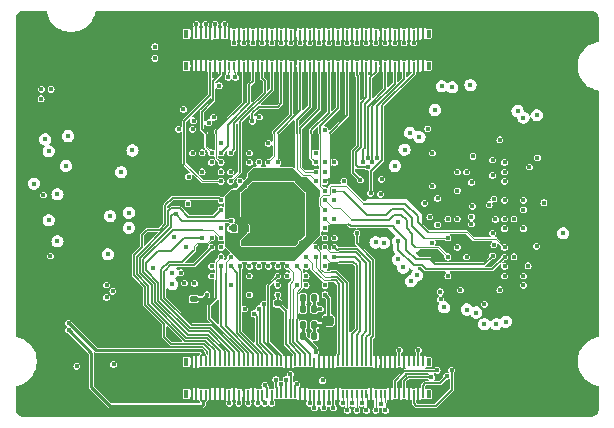
<source format=gbr>
%TF.GenerationSoftware,KiCad,Pcbnew,8.0.3*%
%TF.CreationDate,2024-07-19T10:15:31+08:00*%
%TF.ProjectId,h750xb_core,68373530-7862-45f6-936f-72652e6b6963,rev?*%
%TF.SameCoordinates,Original*%
%TF.FileFunction,Copper,L6,Bot*%
%TF.FilePolarity,Positive*%
%FSLAX46Y46*%
G04 Gerber Fmt 4.6, Leading zero omitted, Abs format (unit mm)*
G04 Created by KiCad (PCBNEW 8.0.3) date 2024-07-19 10:15:31*
%MOMM*%
%LPD*%
G01*
G04 APERTURE LIST*
G04 Aperture macros list*
%AMRoundRect*
0 Rectangle with rounded corners*
0 $1 Rounding radius*
0 $2 $3 $4 $5 $6 $7 $8 $9 X,Y pos of 4 corners*
0 Add a 4 corners polygon primitive as box body*
4,1,4,$2,$3,$4,$5,$6,$7,$8,$9,$2,$3,0*
0 Add four circle primitives for the rounded corners*
1,1,$1+$1,$2,$3*
1,1,$1+$1,$4,$5*
1,1,$1+$1,$6,$7*
1,1,$1+$1,$8,$9*
0 Add four rect primitives between the rounded corners*
20,1,$1+$1,$2,$3,$4,$5,0*
20,1,$1+$1,$4,$5,$6,$7,0*
20,1,$1+$1,$6,$7,$8,$9,0*
20,1,$1+$1,$8,$9,$2,$3,0*%
G04 Aperture macros list end*
%TA.AperFunction,HeatsinkPad*%
%ADD10C,0.500000*%
%TD*%
%TA.AperFunction,HeatsinkPad*%
%ADD11R,2.000000X0.500000*%
%TD*%
%TA.AperFunction,ComponentPad*%
%ADD12C,0.600000*%
%TD*%
%TA.AperFunction,SMDPad,CuDef*%
%ADD13R,1.650000X2.400000*%
%TD*%
%TA.AperFunction,SMDPad,CuDef*%
%ADD14RoundRect,0.100000X0.217500X0.100000X-0.217500X0.100000X-0.217500X-0.100000X0.217500X-0.100000X0*%
%TD*%
%TA.AperFunction,SMDPad,CuDef*%
%ADD15RoundRect,0.100000X-0.217500X-0.100000X0.217500X-0.100000X0.217500X0.100000X-0.217500X0.100000X0*%
%TD*%
%TA.AperFunction,SMDPad,CuDef*%
%ADD16RoundRect,0.100000X0.100000X-0.217500X0.100000X0.217500X-0.100000X0.217500X-0.100000X-0.217500X0*%
%TD*%
%TA.AperFunction,SMDPad,CuDef*%
%ADD17RoundRect,0.218750X-0.256250X0.218750X-0.256250X-0.218750X0.256250X-0.218750X0.256250X0.218750X0*%
%TD*%
%TA.AperFunction,SMDPad,CuDef*%
%ADD18RoundRect,0.140000X-0.140000X-0.170000X0.140000X-0.170000X0.140000X0.170000X-0.140000X0.170000X0*%
%TD*%
%TA.AperFunction,SMDPad,CuDef*%
%ADD19RoundRect,0.100000X-0.100000X0.217500X-0.100000X-0.217500X0.100000X-0.217500X0.100000X0.217500X0*%
%TD*%
%TA.AperFunction,SMDPad,CuDef*%
%ADD20R,0.230000X0.660000*%
%TD*%
%TA.AperFunction,SMDPad,CuDef*%
%ADD21R,0.350000X0.660000*%
%TD*%
%TA.AperFunction,SMDPad,CuDef*%
%ADD22RoundRect,0.135000X-0.135000X-0.185000X0.135000X-0.185000X0.135000X0.185000X-0.135000X0.185000X0*%
%TD*%
%TA.AperFunction,SMDPad,CuDef*%
%ADD23RoundRect,0.140000X0.170000X-0.140000X0.170000X0.140000X-0.170000X0.140000X-0.170000X-0.140000X0*%
%TD*%
%TA.AperFunction,SMDPad,CuDef*%
%ADD24RoundRect,0.140000X-0.170000X0.140000X-0.170000X-0.140000X0.170000X-0.140000X0.170000X0.140000X0*%
%TD*%
%TA.AperFunction,ViaPad*%
%ADD25C,0.400000*%
%TD*%
%TA.AperFunction,Conductor*%
%ADD26C,0.156464*%
%TD*%
%TA.AperFunction,Conductor*%
%ADD27C,0.254000*%
%TD*%
%TA.AperFunction,Conductor*%
%ADD28C,0.101600*%
%TD*%
%TA.AperFunction,Conductor*%
%ADD29C,0.088900*%
%TD*%
%TA.AperFunction,Conductor*%
%ADD30C,0.142494*%
%TD*%
%TA.AperFunction,Conductor*%
%ADD31C,0.111760*%
%TD*%
G04 APERTURE END LIST*
D10*
%TO.P,U3,9,GND*%
%TO.N,GND*%
X20953800Y-101660500D03*
X21703800Y-101660500D03*
D11*
X21703800Y-101660500D03*
D10*
X22453800Y-101660500D03*
%TD*%
D12*
%TO.P,U2,11,GND*%
%TO.N,GND*%
X20789400Y-82847000D03*
X20789400Y-84567000D03*
X21269400Y-83707000D03*
D13*
X21269400Y-83707000D03*
D12*
X21749400Y-82847000D03*
X21749400Y-84567000D03*
%TD*%
D14*
%TO.P,C13,1*%
%TO.N,+3V3*%
X40545400Y-94248000D03*
%TO.P,C13,2*%
%TO.N,GND*%
X39730400Y-94248000D03*
%TD*%
D15*
%TO.P,C9,1*%
%TO.N,+3V3*%
X34162900Y-92647998D03*
%TO.P,C9,2*%
%TO.N,GND*%
X34977900Y-92647998D03*
%TD*%
D16*
%TO.P,C5,1*%
%TO.N,+3V3*%
X36570401Y-97447999D03*
%TO.P,C5,2*%
%TO.N,GND*%
X36570401Y-96632999D03*
%TD*%
D17*
%TO.P,FB3,1*%
%TO.N,/mcu/VSSA*%
X42044000Y-103239499D03*
%TO.P,FB3,2*%
%TO.N,GND*%
X42044000Y-104814501D03*
%TD*%
D18*
%TO.P,C24,1*%
%TO.N,Net-(U1-VREF+)*%
X39913000Y-101323263D03*
%TO.P,C24,2*%
%TO.N,Net-(U1-VREF-)*%
X40873000Y-101323263D03*
%TD*%
%TO.P,C23,1*%
%TO.N,Net-(U1-VREF+)*%
X39913000Y-102248000D03*
%TO.P,C23,2*%
%TO.N,Net-(U1-VREF-)*%
X40873000Y-102248000D03*
%TD*%
%TO.P,C25,1*%
%TO.N,/mcu/VDDA*%
X39913000Y-104560400D03*
%TO.P,C25,2*%
%TO.N,/mcu/VSSA*%
X40873000Y-104560400D03*
%TD*%
D16*
%TO.P,C4,1*%
%TO.N,+3V3*%
X38170400Y-97447999D03*
%TO.P,C4,2*%
%TO.N,GND*%
X38170400Y-96632999D03*
%TD*%
D19*
%TO.P,C17,1*%
%TO.N,+3V3*%
X38970400Y-91040500D03*
%TO.P,C17,2*%
%TO.N,GND*%
X38970400Y-91855500D03*
%TD*%
%TO.P,C21,1*%
%TO.N,+3V3*%
X37370400Y-91040500D03*
%TO.P,C21,2*%
%TO.N,GND*%
X37370400Y-91855500D03*
%TD*%
D15*
%TO.P,C7,1*%
%TO.N,+3V3*%
X34162900Y-96648000D03*
%TO.P,C7,2*%
%TO.N,GND*%
X34977900Y-96648000D03*
%TD*%
D18*
%TO.P,C26,1*%
%TO.N,/mcu/VDDA*%
X39913000Y-103606400D03*
%TO.P,C26,2*%
%TO.N,/mcu/VSSA*%
X40873000Y-103606400D03*
%TD*%
D19*
%TO.P,C19,1*%
%TO.N,+3V3*%
X35770400Y-91040500D03*
%TO.P,C19,2*%
%TO.N,GND*%
X35770400Y-91855500D03*
%TD*%
D16*
%TO.P,C6,1*%
%TO.N,+3V3*%
X35770400Y-97448000D03*
%TO.P,C6,2*%
%TO.N,GND*%
X35770400Y-96633000D03*
%TD*%
D15*
%TO.P,C1,1*%
%TO.N,+3V3*%
X34162900Y-93448000D03*
%TO.P,C1,2*%
%TO.N,GND*%
X34977900Y-93448000D03*
%TD*%
D16*
%TO.P,C3,1*%
%TO.N,+3V3*%
X38970400Y-97448000D03*
%TO.P,C3,2*%
%TO.N,GND*%
X38970400Y-96633000D03*
%TD*%
D15*
%TO.P,C8,1*%
%TO.N,+3V3*%
X34162900Y-94248000D03*
%TO.P,C8,2*%
%TO.N,GND*%
X34977900Y-94248000D03*
%TD*%
D20*
%TO.P,J1,1,1*%
%TO.N,GND*%
X30470400Y-78946400D03*
%TO.P,J1,2,2*%
X30470400Y-81656400D03*
%TO.P,J1,3,3*%
%TO.N,/PG12*%
X30870400Y-78946400D03*
%TO.P,J1,4,4*%
%TO.N,GND*%
X30870400Y-81656400D03*
%TO.P,J1,5,5*%
X31270400Y-78946400D03*
%TO.P,J1,6,6*%
X31270400Y-81656400D03*
%TO.P,J1,7,7*%
%TO.N,/PG10*%
X31670400Y-78946400D03*
%TO.P,J1,8,8*%
%TO.N,GND*%
X31670400Y-81656400D03*
%TO.P,J1,9,9*%
X32070400Y-78946400D03*
%TO.P,J1,10,10*%
%TO.N,/PD2*%
X32070400Y-81656400D03*
%TO.P,J1,11,11*%
%TO.N,/PG11*%
X32470400Y-78946400D03*
%TO.P,J1,12,12*%
%TO.N,GND*%
X32470400Y-81656400D03*
%TO.P,J1,13,13*%
X32870400Y-78946400D03*
%TO.P,J1,14,14*%
%TO.N,/PA13*%
X32870400Y-81656400D03*
%TO.P,J1,15,15*%
%TO.N,/PJ15*%
X33270400Y-78946400D03*
%TO.P,J1,16,16*%
%TO.N,GND*%
X33270400Y-81656400D03*
%TO.P,J1,17,17*%
X33670400Y-78946400D03*
%TO.P,J1,18,18*%
%TO.N,/PA12*%
X33670400Y-81656400D03*
%TO.P,J1,19,19*%
%TO.N,/PD7*%
X34070400Y-78946400D03*
%TO.P,J1,20,20*%
%TO.N,/PA11*%
X34070400Y-81656400D03*
%TO.P,J1,21,21*%
%TO.N,GND*%
X34470400Y-78946400D03*
%TO.P,J1,22,22*%
X34470400Y-81656400D03*
%TO.P,J1,23,23*%
%TO.N,/PD6*%
X34870400Y-78946400D03*
%TO.P,J1,24,24*%
%TO.N,/PA10*%
X34870400Y-81656400D03*
%TO.P,J1,25,25*%
%TO.N,GND*%
X35270400Y-78946400D03*
%TO.P,J1,26,26*%
X35270400Y-81656400D03*
%TO.P,J1,27,27*%
%TO.N,/PD5*%
X35670400Y-78946400D03*
%TO.P,J1,28,28*%
%TO.N,/PA9*%
X35670400Y-81656400D03*
%TO.P,J1,29,29*%
%TO.N,GND*%
X36070400Y-78946400D03*
%TO.P,J1,30,30*%
X36070400Y-81656400D03*
%TO.P,J1,31,31*%
%TO.N,/PJ12*%
X36470400Y-78946400D03*
%TO.P,J1,32,32*%
%TO.N,/PA8*%
X36470400Y-81656400D03*
%TO.P,J1,33,33*%
%TO.N,GND*%
X36870400Y-78946400D03*
%TO.P,J1,34,34*%
X36870400Y-81656400D03*
%TO.P,J1,35,35*%
%TO.N,/PD3*%
X37270400Y-78946400D03*
%TO.P,J1,36,36*%
%TO.N,/PC8*%
X37270400Y-81656400D03*
%TO.P,J1,37,37*%
%TO.N,GND*%
X37670400Y-78946400D03*
%TO.P,J1,38,38*%
X37670400Y-81656400D03*
%TO.P,J1,39,39*%
%TO.N,/PD4*%
X38070400Y-78946400D03*
%TO.P,J1,40,40*%
%TO.N,/PG7*%
X38070400Y-81656400D03*
%TO.P,J1,41,41*%
%TO.N,GND*%
X38470400Y-78946400D03*
%TO.P,J1,42,42*%
X38470400Y-81656400D03*
%TO.P,J1,43,43*%
%TO.N,/PC12*%
X38870400Y-78946400D03*
%TO.P,J1,44,44*%
%TO.N,/PK0*%
X38870400Y-81656400D03*
%TO.P,J1,45,45*%
%TO.N,GND*%
X39270400Y-78946400D03*
%TO.P,J1,46,46*%
X39270400Y-81656400D03*
%TO.P,J1,47,47*%
%TO.N,/PA15*%
X39670400Y-78946400D03*
%TO.P,J1,48,48*%
%TO.N,/PJ11*%
X39670400Y-81656400D03*
%TO.P,J1,49,49*%
%TO.N,GND*%
X40070400Y-78946400D03*
%TO.P,J1,50,50*%
X40070400Y-81656400D03*
%TO.P,J1,51,51*%
%TO.N,/PA14*%
X40470400Y-78946400D03*
%TO.P,J1,52,52*%
%TO.N,/PB11*%
X40470400Y-81656400D03*
%TO.P,J1,53,53*%
%TO.N,GND*%
X40870400Y-78946400D03*
%TO.P,J1,54,54*%
X40870400Y-81656400D03*
%TO.P,J1,55,55*%
%TO.N,/PC7*%
X41270400Y-78946400D03*
%TO.P,J1,56,56*%
%TO.N,/PJ8*%
X41270400Y-81656400D03*
%TO.P,J1,57,57*%
%TO.N,GND*%
X41670400Y-78946400D03*
%TO.P,J1,58,58*%
X41670400Y-81656400D03*
%TO.P,J1,59,59*%
%TO.N,/PC6*%
X42070400Y-78946400D03*
%TO.P,J1,60,60*%
%TO.N,/PJ7*%
X42070400Y-81656400D03*
%TO.P,J1,61,61*%
%TO.N,GND*%
X42470400Y-78946400D03*
%TO.P,J1,62,62*%
X42470400Y-81656400D03*
%TO.P,J1,63,63*%
%TO.N,/PK2*%
X42870400Y-78946400D03*
%TO.P,J1,64,64*%
%TO.N,/PB10*%
X42870400Y-81656400D03*
%TO.P,J1,65,65*%
%TO.N,GND*%
X43270400Y-78946400D03*
%TO.P,J1,66,66*%
X43270400Y-81656400D03*
%TO.P,J1,67,67*%
%TO.N,/PG6*%
X43670400Y-78946400D03*
%TO.P,J1,68,68*%
%TO.N,/PJ5*%
X43670400Y-81656400D03*
%TO.P,J1,69,69*%
%TO.N,GND*%
X44070400Y-78946400D03*
%TO.P,J1,70,70*%
X44070400Y-81656400D03*
%TO.P,J1,71,71*%
%TO.N,/PG3*%
X44470400Y-78946400D03*
%TO.P,J1,72,72*%
%TO.N,/PH7*%
X44470400Y-81656400D03*
%TO.P,J1,73,73*%
%TO.N,GND*%
X44870400Y-78946400D03*
%TO.P,J1,74,74*%
X44870400Y-81656400D03*
%TO.P,J1,75,75*%
%TO.N,/PK1*%
X45270400Y-78946400D03*
%TO.P,J1,76,76*%
%TO.N,/PB13*%
X45270400Y-81656400D03*
%TO.P,J1,77,77*%
%TO.N,GND*%
X45670400Y-78946400D03*
%TO.P,J1,78,78*%
X45670400Y-81656400D03*
%TO.P,J1,79,79*%
%TO.N,/PJ10*%
X46070400Y-78946400D03*
%TO.P,J1,80,80*%
%TO.N,/PB12*%
X46070400Y-81656400D03*
%TO.P,J1,81,81*%
%TO.N,GND*%
X46470400Y-78946400D03*
%TO.P,J1,82,82*%
X46470400Y-81656400D03*
%TO.P,J1,83,83*%
%TO.N,/PJ9*%
X46870400Y-78946400D03*
%TO.P,J1,84,84*%
%TO.N,/PB14*%
X46870400Y-81656400D03*
%TO.P,J1,85,85*%
%TO.N,GND*%
X47270400Y-78946400D03*
%TO.P,J1,86,86*%
X47270400Y-81656400D03*
%TO.P,J1,87,87*%
%TO.N,/PJ6*%
X47670400Y-78946400D03*
%TO.P,J1,88,88*%
%TO.N,/PB15*%
X47670400Y-81656400D03*
%TO.P,J1,89,89*%
%TO.N,GND*%
X48070400Y-78946400D03*
%TO.P,J1,90,90*%
X48070400Y-81656400D03*
%TO.P,J1,91,91*%
%TO.N,/PD13*%
X48470400Y-78946400D03*
%TO.P,J1,92,92*%
%TO.N,/PD11*%
X48470400Y-81656400D03*
%TO.P,J1,93,93*%
%TO.N,GND*%
X48870400Y-78946400D03*
%TO.P,J1,94,94*%
X48870400Y-81656400D03*
%TO.P,J1,95,95*%
%TO.N,/PD12*%
X49270400Y-78946400D03*
%TO.P,J1,96,96*%
%TO.N,/PH6*%
X49270400Y-81656400D03*
%TO.P,J1,97,97*%
%TO.N,GND*%
X49670400Y-78946400D03*
%TO.P,J1,98,98*%
X49670400Y-81656400D03*
%TO.P,J1,99,99*%
X50070400Y-78946400D03*
%TO.P,J1,100,100*%
X50070400Y-81656400D03*
D21*
%TO.P,J1,S1*%
%TO.N,N/C*%
X29995400Y-78946400D03*
%TO.P,J1,S2*%
X29995400Y-81656400D03*
%TO.P,J1,S3*%
X50545400Y-78946400D03*
%TO.P,J1,S4*%
X50545400Y-81656400D03*
%TD*%
D22*
%TO.P,R1,1*%
%TO.N,Net-(U1-PDR_ON)*%
X34060401Y-95448000D03*
%TO.P,R1,2*%
%TO.N,+3V3*%
X35080399Y-95448000D03*
%TD*%
D19*
%TO.P,C18,1*%
%TO.N,+3V3*%
X38170400Y-91040500D03*
%TO.P,C18,2*%
%TO.N,GND*%
X38170400Y-91855500D03*
%TD*%
%TO.P,C20,1*%
%TO.N,+3V3*%
X36570401Y-91040500D03*
%TO.P,C20,2*%
%TO.N,GND*%
X36570401Y-91855500D03*
%TD*%
D23*
%TO.P,C37,1*%
%TO.N,GND*%
X30664800Y-102370800D03*
%TO.P,C37,2*%
%TO.N,/mcu/VBAT*%
X30664800Y-101410800D03*
%TD*%
D14*
%TO.P,C11,1*%
%TO.N,+3V3*%
X40545400Y-92647998D03*
%TO.P,C11,2*%
%TO.N,GND*%
X39730400Y-92647998D03*
%TD*%
D24*
%TO.P,C22,1*%
%TO.N,/NRST*%
X37770400Y-101768000D03*
%TO.P,C22,2*%
%TO.N,GND*%
X37770400Y-102728000D03*
%TD*%
D16*
%TO.P,C10,1*%
%TO.N,+3V3*%
X37370400Y-97448000D03*
%TO.P,C10,2*%
%TO.N,GND*%
X37370400Y-96633000D03*
%TD*%
D14*
%TO.P,C14,1*%
%TO.N,+3V3*%
X40545400Y-95047999D03*
%TO.P,C14,2*%
%TO.N,GND*%
X39730400Y-95047999D03*
%TD*%
%TO.P,C12,1*%
%TO.N,+3V3*%
X40545400Y-93448000D03*
%TO.P,C12,2*%
%TO.N,GND*%
X39730400Y-93448000D03*
%TD*%
%TO.P,C15,1*%
%TO.N,+3V3*%
X40545400Y-95848000D03*
%TO.P,C15,2*%
%TO.N,GND*%
X39730400Y-95848000D03*
%TD*%
D20*
%TO.P,J2,1,1*%
%TO.N,/PJ2*%
X50070400Y-109448000D03*
%TO.P,J2,2,2*%
%TO.N,GND*%
X50070400Y-106738000D03*
%TO.P,J2,3,3*%
X49670400Y-109448000D03*
%TO.P,J2,4,4*%
%TO.N,/PC5*%
X49670400Y-106738000D03*
%TO.P,J2,5,5*%
%TO.N,/PJ3*%
X49270400Y-109448000D03*
%TO.P,J2,6,6*%
%TO.N,GND*%
X49270400Y-106738000D03*
%TO.P,J2,7,7*%
X48870400Y-109448000D03*
%TO.P,J2,8,8*%
X48870400Y-106738000D03*
%TO.P,J2,9,9*%
%TO.N,/PB0*%
X48470400Y-109448000D03*
%TO.P,J2,10,10*%
%TO.N,GND*%
X48470400Y-106738000D03*
%TO.P,J2,11,11*%
X48070400Y-109448000D03*
%TO.P,J2,12,12*%
%TO.N,/PA4*%
X48070400Y-106738000D03*
%TO.P,J2,13,13*%
%TO.N,/PB1*%
X47670400Y-109448000D03*
%TO.P,J2,14,14*%
%TO.N,GND*%
X47670400Y-106738000D03*
%TO.P,J2,15,15*%
X47270400Y-109448000D03*
%TO.P,J2,16,16*%
X47270400Y-106738000D03*
%TO.P,J2,17,17*%
%TO.N,/PA5*%
X46870400Y-109448000D03*
%TO.P,J2,18,18*%
%TO.N,GND*%
X46870400Y-106738000D03*
%TO.P,J2,19,19*%
%TO.N,/PA3*%
X46470400Y-109448000D03*
%TO.P,J2,20,20*%
%TO.N,GND*%
X46470400Y-106738000D03*
%TO.P,J2,21,21*%
%TO.N,/PA1_C*%
X46070400Y-109448000D03*
%TO.P,J2,22,22*%
%TO.N,GND*%
X46070400Y-106738000D03*
%TO.P,J2,23,23*%
X45670400Y-109448000D03*
%TO.P,J2,24,24*%
%TO.N,/PJ4*%
X45670400Y-106738000D03*
%TO.P,J2,25,25*%
%TO.N,/PA0_C*%
X45270400Y-109448000D03*
%TO.P,J2,26,26*%
%TO.N,/PB2*%
X45270400Y-106738000D03*
%TO.P,J2,27,27*%
%TO.N,/PA6*%
X44870400Y-109448000D03*
%TO.P,J2,28,28*%
%TO.N,/PJ1*%
X44870400Y-106738000D03*
%TO.P,J2,29,29*%
%TO.N,/PC3_C*%
X44470400Y-109448000D03*
%TO.P,J2,30,30*%
%TO.N,/PA7*%
X44470400Y-106738000D03*
%TO.P,J2,31,31*%
%TO.N,/PC2_C*%
X44070400Y-109448000D03*
%TO.P,J2,32,32*%
%TO.N,/PI15*%
X44070400Y-106738000D03*
%TO.P,J2,33,33*%
%TO.N,/PH4*%
X43670400Y-109448000D03*
%TO.P,J2,34,34*%
%TO.N,/PJ0*%
X43670400Y-106738000D03*
%TO.P,J2,35,35*%
%TO.N,/PA2*%
X43270400Y-109448000D03*
%TO.P,J2,36,36*%
%TO.N,/PA0*%
X43270400Y-106738000D03*
%TO.P,J2,37,37*%
%TO.N,GND*%
X42870400Y-109448000D03*
%TO.P,J2,38,38*%
%TO.N,/PA1*%
X42870400Y-106738000D03*
%TO.P,J2,39,39*%
%TO.N,+3V3*%
X42470400Y-109448000D03*
%TO.P,J2,40,40*%
%TO.N,GND*%
X42470400Y-106738000D03*
%TO.P,J2,41,41*%
%TO.N,+3V3*%
X42070400Y-109448000D03*
%TO.P,J2,42,42*%
%TO.N,GND*%
X42070400Y-106738000D03*
%TO.P,J2,43,43*%
%TO.N,+3V3*%
X41670400Y-109448000D03*
%TO.P,J2,44,44*%
%TO.N,GND*%
X41670400Y-106738000D03*
%TO.P,J2,45,45*%
%TO.N,+3V3*%
X41270400Y-109448000D03*
%TO.P,J2,46,46*%
%TO.N,GND*%
X41270400Y-106738000D03*
%TO.P,J2,47,47*%
%TO.N,+3V3*%
X40870400Y-109448000D03*
%TO.P,J2,48,48*%
%TO.N,GND*%
X40870400Y-106738000D03*
%TO.P,J2,49,49*%
%TO.N,+3V3*%
X40470400Y-109448000D03*
%TO.P,J2,50,50*%
%TO.N,/PF9*%
X40470400Y-106738000D03*
%TO.P,J2,51,51*%
%TO.N,GND*%
X40070400Y-109448000D03*
%TO.P,J2,52,52*%
%TO.N,/PC1*%
X40070400Y-106738000D03*
%TO.P,J2,53,53*%
%TO.N,GND*%
X39670400Y-109448000D03*
%TO.P,J2,54,54*%
%TO.N,/PF8*%
X39670400Y-106738000D03*
%TO.P,J2,55,55*%
%TO.N,/PC0*%
X39270400Y-109448000D03*
%TO.P,J2,56,56*%
%TO.N,/NRST*%
X39270400Y-106738000D03*
%TO.P,J2,57,57*%
%TO.N,/PC13*%
X38870400Y-109448000D03*
%TO.P,J2,58,58*%
%TO.N,GND*%
X38870400Y-106738000D03*
%TO.P,J2,59,59*%
%TO.N,/PE5*%
X38470400Y-109448000D03*
%TO.P,J2,60,60*%
%TO.N,GND*%
X38470400Y-106738000D03*
%TO.P,J2,61,61*%
%TO.N,/PE4*%
X38070400Y-109448000D03*
%TO.P,J2,62,62*%
%TO.N,/PF7*%
X38070400Y-106738000D03*
%TO.P,J2,63,63*%
%TO.N,/PE3*%
X37670400Y-109448000D03*
%TO.P,J2,64,64*%
%TO.N,/PI12*%
X37670400Y-106738000D03*
%TO.P,J2,65,65*%
%TO.N,/PB7*%
X37270400Y-109448000D03*
%TO.P,J2,66,66*%
%TO.N,/PI13*%
X37270400Y-106738000D03*
%TO.P,J2,67,67*%
%TO.N,/PB6*%
X36870400Y-109448000D03*
%TO.P,J2,68,68*%
%TO.N,/PI14*%
X36870400Y-106738000D03*
%TO.P,J2,69,69*%
%TO.N,/PB5*%
X36470400Y-109448000D03*
%TO.P,J2,70,70*%
%TO.N,/PI11*%
X36470400Y-106738000D03*
%TO.P,J2,71,71*%
%TO.N,/PK3*%
X36070400Y-109448000D03*
%TO.P,J2,72,72*%
%TO.N,/PI8*%
X36070400Y-106738000D03*
%TO.P,J2,73,73*%
%TO.N,GND*%
X35670400Y-109448000D03*
%TO.P,J2,74,74*%
%TO.N,/PE6*%
X35670400Y-106738000D03*
%TO.P,J2,75,75*%
%TO.N,/PK4*%
X35270400Y-109448000D03*
%TO.P,J2,76,76*%
%TO.N,/PB9*%
X35270400Y-106738000D03*
%TO.P,J2,77,77*%
%TO.N,GND*%
X34870400Y-109448000D03*
%TO.P,J2,78,78*%
%TO.N,/PB8*%
X34870400Y-106738000D03*
%TO.P,J2,79,79*%
%TO.N,/PK5*%
X34470400Y-109448000D03*
%TO.P,J2,80,80*%
%TO.N,/PB3*%
X34470400Y-106738000D03*
%TO.P,J2,81,81*%
%TO.N,GND*%
X34070400Y-109448000D03*
%TO.P,J2,82,82*%
%TO.N,/PK6*%
X34070400Y-106738000D03*
%TO.P,J2,83,83*%
%TO.N,/PG13*%
X33670400Y-109448000D03*
%TO.P,J2,84,84*%
%TO.N,/PB4*%
X33670400Y-106738000D03*
%TO.P,J2,85,85*%
%TO.N,GND*%
X33270400Y-109448000D03*
%TO.P,J2,86,86*%
%TO.N,/PK7*%
X33270400Y-106738000D03*
%TO.P,J2,87,87*%
%TO.N,GND*%
X32870400Y-109448000D03*
%TO.P,J2,88,88*%
%TO.N,/BOOT0*%
X32870400Y-106738000D03*
%TO.P,J2,89,89*%
%TO.N,GND*%
X32470400Y-109448000D03*
%TO.P,J2,90,90*%
%TO.N,/PJ13*%
X32470400Y-106738000D03*
%TO.P,J2,91,91*%
%TO.N,GND*%
X32070400Y-109448000D03*
%TO.P,J2,92,92*%
%TO.N,/PJ14*%
X32070400Y-106738000D03*
%TO.P,J2,93,93*%
%TO.N,VBUS*%
X31670400Y-109448000D03*
%TO.P,J2,94,94*%
X31670400Y-106738000D03*
%TO.P,J2,95,95*%
X31270400Y-109448000D03*
%TO.P,J2,96,96*%
X31270400Y-106738000D03*
%TO.P,J2,97,97*%
%TO.N,GND*%
X30870400Y-109448000D03*
%TO.P,J2,98,98*%
X30870400Y-106738000D03*
%TO.P,J2,99,99*%
X30470400Y-109448000D03*
%TO.P,J2,100,100*%
X30470400Y-106738000D03*
D21*
%TO.P,J2,S1*%
%TO.N,N/C*%
X50545400Y-109448000D03*
%TO.P,J2,S2*%
X50545400Y-106738000D03*
%TO.P,J2,S3*%
X29995400Y-109448000D03*
%TO.P,J2,S4*%
X29995400Y-106738000D03*
%TD*%
D25*
%TO.N,GND*%
X31370400Y-100248000D03*
X38570400Y-94648000D03*
X35326635Y-103104682D03*
X37770400Y-94648000D03*
X56986702Y-89039063D03*
X58570400Y-91464000D03*
X40970400Y-88248000D03*
X47270400Y-91248000D03*
X51587098Y-90495314D03*
X36970400Y-95448000D03*
X46270400Y-83148000D03*
X36070400Y-83348000D03*
X35370400Y-100248000D03*
X42470400Y-105937666D03*
X53770400Y-89048000D03*
X32170400Y-93848000D03*
X50870400Y-97528000D03*
X32419671Y-102277494D03*
X36170400Y-95448000D03*
X26870799Y-96186582D03*
X40170400Y-89848000D03*
X36170400Y-94648000D03*
X36170400Y-93848000D03*
X35370400Y-101848000D03*
X38570400Y-93048000D03*
X37770400Y-95448000D03*
X24470400Y-106548000D03*
X44070400Y-100948000D03*
X42570400Y-91448000D03*
X57470400Y-87748000D03*
X38570400Y-95448000D03*
X38570400Y-93848000D03*
X36970400Y-99448000D03*
X23730600Y-104077800D03*
X21647530Y-95570866D03*
X31249590Y-83589621D03*
X25423435Y-93135092D03*
X24314800Y-104077800D03*
X36970400Y-93848000D03*
X36170400Y-93048000D03*
X48870400Y-105748000D03*
X38570400Y-89848000D03*
X37770400Y-93048000D03*
X42570400Y-95448000D03*
X37770400Y-93848000D03*
X36970400Y-94648000D03*
X36170400Y-88248000D03*
X53770400Y-99448000D03*
X32170400Y-88248000D03*
X36970400Y-87448000D03*
X42570400Y-98648000D03*
X51270400Y-92348000D03*
X18066400Y-90260200D03*
X38470400Y-105948000D03*
X52963120Y-101973483D03*
X21820400Y-89532798D03*
X36970400Y-93048000D03*
X32170400Y-90648000D03*
X58570400Y-97048000D03*
X31370400Y-97048000D03*
X26870400Y-94248000D03*
X28747101Y-104438639D03*
X44070400Y-87548000D03*
X43670400Y-108048000D03*
X57770400Y-98648000D03*
X30431589Y-87848000D03*
X53770400Y-97048000D03*
%TO.N,+3V3*%
X38570400Y-90648000D03*
X59740399Y-89448000D03*
X50870400Y-89048000D03*
X41570400Y-108317700D03*
X42470400Y-110648000D03*
X36210449Y-86004235D03*
X23806800Y-100750400D03*
X17736200Y-84469000D03*
X50870400Y-91848000D03*
X18523600Y-97778600D03*
X59070400Y-90248000D03*
X34570400Y-97848000D03*
X23273400Y-100217000D03*
X41270400Y-110248000D03*
X33770400Y-96248000D03*
X42070400Y-110248000D03*
X39770400Y-96648000D03*
X34970400Y-91848000D03*
X20758800Y-107100400D03*
X36170400Y-90648000D03*
X59690400Y-96948000D03*
X50870400Y-96648000D03*
X56570400Y-87948000D03*
X33770400Y-93048000D03*
X18574400Y-83656200D03*
X40470400Y-110248000D03*
X56059561Y-96849273D03*
X40870400Y-110648000D03*
X56570400Y-100648000D03*
X40970400Y-95448000D03*
X37770400Y-90648000D03*
X36970400Y-90648000D03*
X23273400Y-101283800D03*
X53226635Y-100654682D03*
X17920399Y-92598001D03*
X38570400Y-97848000D03*
X41670400Y-110648000D03*
X17761600Y-83656200D03*
X41729984Y-87078232D03*
X60306400Y-93264000D03*
X40970400Y-93048000D03*
X36170400Y-97848000D03*
X58970400Y-98611270D03*
X40170400Y-91448000D03*
X40970400Y-94648000D03*
%TO.N,Net-(U1-VREF+)*%
X39913000Y-101791800D03*
%TO.N,Net-(U1-VREF-)*%
X41370400Y-102248000D03*
%TO.N,/mcu/VDDA*%
X40970400Y-105937666D03*
%TO.N,/mcu/VSSA*%
X41770400Y-101048000D03*
%TO.N,/mcu/VCAP*%
X27370400Y-80048000D03*
X28970400Y-96133599D03*
X32340168Y-86048000D03*
X32800138Y-83348000D03*
X46479699Y-92543763D03*
%TO.N,/mcu/VDDLDO*%
X27370400Y-81048000D03*
X29970400Y-97048000D03*
X46570400Y-91278232D03*
X29770400Y-85363600D03*
X31916505Y-86501895D03*
%TO.N,Net-(U1-PDR_ON)*%
X33770400Y-95448000D03*
%TO.N,/PJ3*%
X52500632Y-107448000D03*
%TO.N,/PI15*%
X41770400Y-97848000D03*
%TO.N,VBUS*%
X20070400Y-104048000D03*
X20070400Y-103448000D03*
%TO.N,/PJ0*%
X40970400Y-97048000D03*
%TO.N,/PJ4*%
X44470400Y-95848000D03*
%TO.N,/PI14*%
X35770400Y-102648000D03*
%TO.N,/PI11*%
X34570400Y-98648000D03*
%TO.N,/mcu/QSPI_CLK*%
X38570400Y-99448000D03*
X17111274Y-91654095D03*
X18370400Y-88898000D03*
X18370400Y-94748000D03*
%TO.N,/mcu/SDRAM_CS#*%
X40170400Y-99448000D03*
X57770400Y-94648000D03*
%TO.N,/PK6*%
X32170400Y-96248000D03*
%TO.N,/mcu/QSPI1_IO3*%
X37770400Y-100247999D03*
X19120400Y-96540069D03*
%TO.N,/mcu/SDRAM_BA1*%
X56970400Y-94648000D03*
X35370400Y-89848000D03*
%TO.N,/mcu/SDRAM_A8*%
X52970400Y-94648000D03*
X41770400Y-95448000D03*
%TO.N,/mcu/SDRAM_D5*%
X56970400Y-97848000D03*
X47950945Y-96548000D03*
%TO.N,/mcu/SDRAM_A5*%
X36970400Y-98648000D03*
X51313714Y-92904678D03*
%TO.N,/mcu/SDRAM_D13*%
X48378427Y-98749261D03*
X48507180Y-88777438D03*
%TO.N,/mcu/SDRAM_A4*%
X37770400Y-98648000D03*
X50197913Y-93298016D03*
%TO.N,/PI13*%
X36170400Y-102248000D03*
%TO.N,/mcu/SDRAM_D2*%
X32970400Y-90648000D03*
X58570400Y-100248000D03*
%TO.N,/mcu/SDRAM_D31*%
X52970400Y-90648000D03*
X34970400Y-102248000D03*
%TO.N,/PI8*%
X33770400Y-98648000D03*
%TO.N,/PJ13*%
X32970400Y-93848000D03*
%TO.N,/mcu/SDRAM_CAS*%
X55970400Y-95848000D03*
X61926635Y-95848000D03*
X32970400Y-97048000D03*
%TO.N,/PJ1*%
X41770400Y-97048000D03*
%TO.N,/mcu/SDRAM_CKE*%
X40170400Y-98648000D03*
X47950945Y-98064389D03*
X52170400Y-94648000D03*
X47950946Y-94877438D03*
%TO.N,/mcu/QSPI1_IO0*%
X19120400Y-92548000D03*
X20008327Y-87614238D03*
X33770400Y-90648000D03*
%TO.N,/mcu/SDRAM_D15*%
X52170400Y-99448000D03*
X49761127Y-87708534D03*
X49538075Y-99404684D03*
%TO.N,/PJ2*%
X52070400Y-107948000D03*
%TO.N,/mcu/SDRAM_D6*%
X55970400Y-97748000D03*
X41770400Y-94648000D03*
%TO.N,/PK7*%
X32970400Y-96248000D03*
%TO.N,/mcu/SDRAM_DQM0*%
X32170400Y-98648000D03*
X55263718Y-103541318D03*
%TO.N,/PJ14*%
X32970400Y-93048000D03*
%TO.N,/PI12*%
X36570400Y-101848000D03*
%TO.N,/mcu/SDRAM_D18*%
X56970400Y-90648000D03*
X41770400Y-90648000D03*
%TO.N,/mcu/SDRAM_A10*%
X46050984Y-96631971D03*
X55670400Y-93448000D03*
%TO.N,/mcu/SDRAM_D12*%
X42570400Y-92248000D03*
X52170400Y-96248000D03*
%TO.N,/PJ5*%
X41770400Y-91448000D03*
%TO.N,/mcu/SDRAM_CLK*%
X51312825Y-95114979D03*
X35370400Y-89048000D03*
%TO.N,/PJ11*%
X37770400Y-89848000D03*
%TO.N,/PG6*%
X43670400Y-79748000D03*
%TO.N,/mcu/QSPI_CS*%
X23583330Y-94398000D03*
X31370400Y-90648000D03*
%TO.N,/mcu/QSPI2_IO0*%
X40170400Y-100248000D03*
X18070400Y-87898000D03*
%TO.N,/mcu/SDRAM_D27*%
X32170400Y-89848000D03*
X51670400Y-83411220D03*
%TO.N,/mcu/SDRAM_D25*%
X30570400Y-89048000D03*
X51069467Y-85420561D03*
%TO.N,/mcu/QSPI2_IO3*%
X32970400Y-95448000D03*
X19820400Y-90148000D03*
%TO.N,/PJ10*%
X46070400Y-79748000D03*
%TO.N,/mcu/SDRAM_DQM3*%
X28826635Y-100163766D03*
X54573656Y-102565049D03*
%TO.N,/mcu/SDRAM_A2*%
X56070400Y-92948000D03*
X35370400Y-101048000D03*
%TO.N,/PH7*%
X44764931Y-91328539D03*
%TO.N,/mcu/SDRAM_D0*%
X49033957Y-99908801D03*
X48970400Y-87348000D03*
X56970400Y-99448000D03*
%TO.N,/mcu/SDRAM_D7*%
X56970400Y-97048000D03*
X41770400Y-93848000D03*
%TO.N,/mcu/SDRAM_D19*%
X41770400Y-89848000D03*
X56970400Y-89848000D03*
%TO.N,/PJ6*%
X47670400Y-79748000D03*
%TO.N,/mcu/SDRAM_A12*%
X36970400Y-88248000D03*
X54170400Y-94447992D03*
%TO.N,/mcu/SDRAM_A3*%
X36170400Y-98648000D03*
X52970400Y-92248000D03*
%TO.N,/PH6*%
X45638165Y-92458203D03*
%TO.N,/mcu/SDRAM_D9*%
X42570400Y-93048000D03*
X52970400Y-97048000D03*
%TO.N,/mcu/SDRAM_A7*%
X50640355Y-94480424D03*
X41770400Y-96248000D03*
%TO.N,/PK3*%
X36070400Y-110248000D03*
%TO.N,/PG13*%
X33670400Y-110248000D03*
%TO.N,/mcu/SDRAM_D24*%
X29370400Y-87048000D03*
X52527925Y-83502039D03*
%TO.N,/PJ8*%
X40970400Y-90648000D03*
%TO.N,/mcu/SDRAM_RAS*%
X57070257Y-103347857D03*
X58570400Y-95448000D03*
%TO.N,/PJ15*%
X33270400Y-78148000D03*
%TO.N,/mcu/SDRAM_DQM2*%
X55270400Y-101848000D03*
X28847503Y-99204235D03*
%TO.N,/PG10*%
X31670400Y-78148000D03*
%TO.N,/mcu/QSPI2_IO2*%
X25470400Y-88841765D03*
X30170400Y-93348000D03*
%TO.N,/mcu/SDRAM_A0*%
X35370400Y-98648000D03*
X56970400Y-93048000D03*
%TO.N,/mcu/QSPI1_IO2*%
X25166260Y-94119965D03*
X27220400Y-98754235D03*
X32170400Y-99448000D03*
%TO.N,/mcu/QSPI1_IO1*%
X23373573Y-97627323D03*
X30233000Y-91047600D03*
%TO.N,/PJ7*%
X40970400Y-89848000D03*
%TO.N,/mcu/SDRAM_D26*%
X54083600Y-83306443D03*
X31370400Y-89048000D03*
%TO.N,/mcu/VBAT*%
X31770400Y-101067200D03*
X23870400Y-106948000D03*
%TO.N,/PH4*%
X43670400Y-110848000D03*
%TO.N,/mcu/SDRAM_A11*%
X58570400Y-93848000D03*
X46763446Y-96657721D03*
%TO.N,/PK4*%
X35270400Y-110248000D03*
%TO.N,/PK2*%
X42870400Y-79748000D03*
%TO.N,/PG11*%
X32470400Y-78148000D03*
%TO.N,/mcu/SDRAM_D21*%
X58570400Y-86064283D03*
X32970400Y-88248000D03*
%TO.N,/mcu/SDRAM_D30*%
X51520400Y-100798000D03*
X33812638Y-100248000D03*
X53770400Y-90648000D03*
%TO.N,/mcu/QSPI2_IO1*%
X24520400Y-90674870D03*
X25155132Y-95397997D03*
X41770400Y-100248000D03*
%TO.N,/PJ9*%
X46870400Y-79748000D03*
%TO.N,/mcu/SDRAM_D29*%
X54299825Y-89318575D03*
X51862607Y-102119866D03*
X29870400Y-100048000D03*
%TO.N,/mcu/SDRAM_A6*%
X54243215Y-93563437D03*
X42570400Y-96248000D03*
%TO.N,/mcu/SDRAM_BA0*%
X36170400Y-89848000D03*
X56200733Y-94678333D03*
%TO.N,/PG7*%
X35623671Y-86367085D03*
%TO.N,/PG3*%
X44470400Y-79748000D03*
%TO.N,/PK0*%
X36970400Y-89848000D03*
%TO.N,/mcu/SDRAM_A9*%
X54170414Y-95048000D03*
X42570400Y-94648000D03*
%TO.N,/mcu/SDRAM_D17*%
X47670400Y-90157298D03*
X55970400Y-90948000D03*
%TO.N,/mcu/SDRAM_D16*%
X56970400Y-91448000D03*
X43370400Y-91448000D03*
%TO.N,/PK1*%
X45270400Y-79748000D03*
%TO.N,/PK5*%
X34470400Y-110248000D03*
%TO.N,/PG12*%
X30870400Y-78148000D03*
%TO.N,/mcu/SDRAM_D3*%
X57770400Y-97848000D03*
X34570400Y-91448000D03*
%TO.N,/mcu/SDRAM_A1*%
X58570400Y-93048000D03*
X35370400Y-99448000D03*
%TO.N,/mcu/SDRAM_D28*%
X51570398Y-101448000D03*
X30720400Y-100098000D03*
X54173950Y-91548000D03*
%TO.N,/mcu/SDRAM_DQM1*%
X29563650Y-99201118D03*
X53779403Y-102309018D03*
%TO.N,/PJ12*%
X36470400Y-79748000D03*
%TO.N,/mcu/SDRAM_WE*%
X41770400Y-98648000D03*
X56970400Y-95448000D03*
%TO.N,/mcu/SDRAM_D14*%
X50470400Y-86988453D03*
X53770400Y-97848000D03*
%TO.N,/mcu/SDRAM_D1*%
X56970400Y-98648000D03*
X40970400Y-89048000D03*
%TO.N,/mcu/SDRAM_D22*%
X30656504Y-86334104D03*
X59697856Y-85853014D03*
%TO.N,/mcu/SDRAM_D20*%
X55970400Y-89648000D03*
X42570400Y-89848000D03*
%TO.N,/mcu/SDRAM_D23*%
X58076437Y-85501063D03*
X30570400Y-87048000D03*
%TO.N,/mcu/SDRAM_D8*%
X52170400Y-97848000D03*
X41770400Y-93048000D03*
%TO.N,/mcu/SDRAM_D4*%
X58570400Y-99448000D03*
X56270400Y-103548000D03*
%TO.N,/PC0*%
X39370400Y-108648000D03*
%TO.N,/PD13*%
X48470400Y-79748000D03*
%TO.N,/PC2_C*%
X44076000Y-110248000D03*
%TO.N,/PA1_C*%
X46070400Y-110848000D03*
%TO.N,/PF9*%
X39370400Y-98648000D03*
%TO.N,/PF7*%
X37770400Y-99448000D03*
%TO.N,/PA0_C*%
X45270400Y-110848000D03*
%TO.N,/PF8*%
X38570400Y-98648000D03*
%TO.N,/PC3_C*%
X44470400Y-110848000D03*
%TO.N,/PC13*%
X38840168Y-107748000D03*
%TO.N,/PD11*%
X46200632Y-89448000D03*
%TO.N,/PC1*%
X39370400Y-100248000D03*
%TO.N,/PD12*%
X49270400Y-79748000D03*
%TO.N,/PC12*%
X38870400Y-79748000D03*
%TO.N,/NRST*%
X37770400Y-101048000D03*
%TO.N,/BOOT0*%
X33837842Y-94787552D03*
X29123197Y-94248000D03*
%TO.N,/PB2*%
X42570400Y-97048000D03*
%TO.N,/PB9*%
X32970400Y-98648000D03*
%TO.N,/PB8*%
X32970400Y-97848000D03*
%TO.N,/PA4*%
X48070400Y-105748000D03*
%TO.N,/PA1*%
X40170400Y-97848000D03*
%TO.N,/PB4*%
X31370400Y-96248000D03*
%TO.N,/PA7*%
X42570400Y-97848000D03*
%TO.N,/PB1*%
X51270400Y-107448000D03*
%TO.N,/PA0*%
X40970400Y-97848000D03*
%TO.N,/PB0*%
X50770400Y-108048000D03*
%TO.N,/PB3*%
X32170400Y-97048000D03*
%TO.N,/PA14*%
X40470400Y-79748000D03*
%TO.N,/PA9*%
X32970400Y-89048000D03*
%TO.N,/PA6*%
X44881600Y-110248000D03*
%TO.N,/PB7*%
X37270400Y-110248000D03*
%TO.N,/PB15*%
X45770400Y-89848000D03*
%TO.N,/PA15*%
X39670400Y-79748000D03*
%TO.N,/PA11*%
X34170400Y-82648000D03*
%TO.N,/PA10*%
X32970400Y-89848000D03*
%TO.N,/PB14*%
X45370400Y-89448000D03*
%TO.N,/PB10*%
X41770400Y-92248000D03*
%TO.N,/PB11*%
X40970400Y-91448000D03*
%TO.N,/PA12*%
X33570400Y-82648000D03*
%TO.N,/PB13*%
X45370400Y-90248000D03*
%TO.N,/PB5*%
X36670400Y-110248000D03*
%TO.N,/PB6*%
X36670400Y-108712088D03*
%TO.N,/PA5*%
X46870400Y-110848000D03*
%TO.N,/PB12*%
X44970400Y-89848000D03*
%TO.N,/PA8*%
X33770400Y-89048000D03*
%TO.N,/PA3*%
X46500632Y-110348000D03*
%TO.N,/PA2*%
X43270400Y-110248000D03*
%TO.N,/PA13*%
X32170400Y-89048000D03*
%TO.N,/PC5*%
X49670400Y-105748000D03*
%TO.N,/PE6*%
X33770400Y-97848000D03*
%TO.N,/PC7*%
X41270400Y-79748000D03*
%TO.N,/PD3*%
X37270400Y-79748000D03*
%TO.N,/PE4*%
X38070400Y-108648000D03*
%TO.N,/PC8*%
X33770400Y-91448000D03*
%TO.N,/PD5*%
X35670400Y-79748000D03*
%TO.N,/PD6*%
X34870400Y-79748000D03*
%TO.N,/PE5*%
X38470400Y-108248000D03*
%TO.N,/PD2*%
X32970400Y-91448000D03*
%TO.N,/PD4*%
X38070400Y-79748000D03*
%TO.N,/PD7*%
X34070400Y-79748000D03*
%TO.N,/PE3*%
X37609936Y-108248000D03*
%TO.N,/PC6*%
X42070400Y-79748000D03*
%TD*%
D26*
%TO.N,GND*%
X48870400Y-105748000D02*
X48870400Y-106738000D01*
X29870400Y-102148000D02*
X29870400Y-101048000D01*
X24970400Y-106048000D02*
X24470400Y-106548000D01*
X29870400Y-101048000D02*
X30270400Y-100648000D01*
X25270400Y-110148000D02*
X24470400Y-109348000D01*
X30685864Y-106048000D02*
X24970400Y-106048000D01*
X30270400Y-100648000D02*
X30970400Y-100648000D01*
X30093200Y-102370800D02*
X29870400Y-102148000D01*
X30664800Y-102370800D02*
X30093200Y-102370800D01*
X30870400Y-106738000D02*
X30870400Y-106232536D01*
X24470400Y-109348000D02*
X24470400Y-106548000D01*
X30870400Y-109448000D02*
X30870400Y-109953464D01*
X30970400Y-100648000D02*
X31370400Y-100248000D01*
X30870400Y-109953464D02*
X30675864Y-110148000D01*
X30870400Y-106232536D02*
X30685864Y-106048000D01*
X30675864Y-110148000D02*
X25270400Y-110148000D01*
%TO.N,+3V3*%
X41270400Y-110248000D02*
X41270400Y-109448000D01*
X40470400Y-110248000D02*
X40470400Y-109448000D01*
X42070400Y-110248000D02*
X42070400Y-109448000D01*
X41670400Y-110648000D02*
X41670400Y-109448000D01*
D27*
X35080399Y-95165499D02*
X35080399Y-95448000D01*
X34162900Y-96648000D02*
X34162900Y-96605500D01*
D26*
X40870400Y-110648000D02*
X40870400Y-109448000D01*
D27*
X34162900Y-94248000D02*
X35080399Y-95165499D01*
D26*
X42470400Y-110648000D02*
X42470400Y-109448000D01*
D27*
X34162900Y-96605500D02*
X35080399Y-95688001D01*
X35080399Y-95688001D02*
X35080399Y-95448000D01*
%TO.N,Net-(U1-VREF+)*%
X39913000Y-101791800D02*
X39913000Y-102248000D01*
X39913000Y-101791800D02*
X39913000Y-101323263D01*
%TO.N,Net-(U1-VREF-)*%
X40873000Y-102248000D02*
X40873000Y-101323263D01*
X40873000Y-102248000D02*
X41370400Y-102248000D01*
%TO.N,/mcu/VDDA*%
X39913000Y-103606400D02*
X39913000Y-104560400D01*
X40970400Y-105617800D02*
X39913000Y-104560400D01*
X40970400Y-105937666D02*
X40970400Y-105617800D01*
%TO.N,/mcu/VSSA*%
X42044000Y-101321600D02*
X42044000Y-103239499D01*
X41677099Y-103606400D02*
X42044000Y-103239499D01*
X40873000Y-104560400D02*
X40873000Y-103606400D01*
X40873000Y-103606400D02*
X41677099Y-103606400D01*
X41770400Y-101048000D02*
X42044000Y-101321600D01*
%TO.N,Net-(U1-PDR_ON)*%
X33770400Y-95448000D02*
X34060401Y-95448000D01*
D26*
%TO.N,/PJ3*%
X52500632Y-109117768D02*
X51170400Y-110448000D01*
X49470400Y-110448000D02*
X49270400Y-110248000D01*
X51170400Y-110448000D02*
X49470400Y-110448000D01*
X49270400Y-110248000D02*
X49270400Y-109448000D01*
X52500632Y-107448000D02*
X52500632Y-109117768D01*
D28*
%TO.N,/PI15*%
X41770400Y-97848000D02*
X42170400Y-98248000D01*
D26*
X44470400Y-103948000D02*
X44070400Y-104348000D01*
X42970400Y-98248000D02*
X44170400Y-98248000D01*
X44470400Y-98548000D02*
X44470400Y-103948000D01*
X44170400Y-98248000D02*
X44470400Y-98548000D01*
X44070400Y-104348000D02*
X44070400Y-106738000D01*
D28*
X42170400Y-98248000D02*
X42970400Y-98248000D01*
D27*
%TO.N,VBUS*%
X21970400Y-105948000D02*
X21970400Y-108848000D01*
X31302197Y-105740768D02*
X22363168Y-105740768D01*
D26*
X31270400Y-109948000D02*
X31470400Y-110148000D01*
D27*
X20070400Y-104048000D02*
X21970400Y-105948000D01*
X21970400Y-108848000D02*
X23577632Y-110455232D01*
D26*
X31270400Y-109448000D02*
X31270400Y-109948000D01*
D27*
X22363168Y-105740768D02*
X20070400Y-103448000D01*
D26*
X31270400Y-106738000D02*
X31270400Y-106248000D01*
X31670400Y-109948000D02*
X31470400Y-110148000D01*
X31270400Y-106248000D02*
X31470400Y-106048000D01*
X31470400Y-106048000D02*
X31670400Y-106248000D01*
D27*
X23577632Y-110455232D02*
X30803124Y-110455232D01*
X31379936Y-110438464D02*
X31470400Y-110348000D01*
X30803124Y-110455232D02*
X30819892Y-110438464D01*
X30819892Y-110438464D02*
X31379936Y-110438464D01*
X31470400Y-105908971D02*
X31302197Y-105740768D01*
X31470400Y-106048000D02*
X31470400Y-105908971D01*
X31470400Y-110348000D02*
X31470400Y-110148000D01*
D26*
X31670400Y-109448000D02*
X31670400Y-109948000D01*
X31670400Y-106248000D02*
X31670400Y-106738000D01*
D28*
%TO.N,/PJ0*%
X40970400Y-97048000D02*
X41370400Y-97448000D01*
D26*
X42270400Y-99148000D02*
X42735923Y-99148000D01*
X42735923Y-99148000D02*
X43670400Y-100082477D01*
X43670400Y-100082477D02*
X43670400Y-106738000D01*
D28*
X41370400Y-98848000D02*
X41670400Y-99148000D01*
X41370400Y-97448000D02*
X41370400Y-98848000D01*
X41670400Y-99148000D02*
X42270400Y-99148000D01*
D26*
%TO.N,/PJ4*%
X44470400Y-96698000D02*
X45870400Y-98098000D01*
X45870400Y-104548000D02*
X45670400Y-104748000D01*
X45870400Y-98098000D02*
X45870400Y-104548000D01*
X44470400Y-95848000D02*
X44470400Y-96698000D01*
X45670400Y-104748000D02*
X45670400Y-106738000D01*
%TO.N,/PI14*%
X35770400Y-102648000D02*
X35970400Y-102848000D01*
X35970400Y-105248000D02*
X36870400Y-106148000D01*
X35970400Y-102848000D02*
X35970400Y-105248000D01*
X36870400Y-106148000D02*
X36870400Y-106738000D01*
%TO.N,/PI11*%
X36470400Y-106113523D02*
X36470400Y-106738000D01*
X34570400Y-104213523D02*
X36470400Y-106113523D01*
X34570400Y-98648000D02*
X34570400Y-104213523D01*
D28*
%TO.N,/PK6*%
X30970400Y-96648000D02*
X30670400Y-96948000D01*
D26*
X30670400Y-97248000D02*
X29670400Y-98248000D01*
D28*
X31470400Y-96648000D02*
X30970400Y-96648000D01*
D26*
X34070400Y-105906667D02*
X34070400Y-106738000D01*
X30363340Y-103906464D02*
X32070197Y-103906464D01*
D28*
X30670400Y-96948000D02*
X30670400Y-97248000D01*
D26*
X28570400Y-98248000D02*
X27911936Y-98906464D01*
D28*
X32170400Y-96248000D02*
X31770400Y-96648000D01*
D26*
X29670400Y-98248000D02*
X28570400Y-98248000D01*
X27911936Y-101455060D02*
X30363340Y-103906464D01*
X32070197Y-103906464D02*
X34070400Y-105906667D01*
X27911936Y-98906464D02*
X27911936Y-101455060D01*
D28*
X31770400Y-96648000D02*
X31470400Y-96648000D01*
D26*
%TO.N,/mcu/SDRAM_D5*%
X50310459Y-98917392D02*
X55901008Y-98917392D01*
X47950945Y-97228545D02*
X49293208Y-98570808D01*
X49293208Y-98570808D02*
X49963875Y-98570808D01*
X55901008Y-98917392D02*
X56970400Y-97848000D01*
X47950945Y-96548000D02*
X47950945Y-97228545D01*
X49963875Y-98570808D02*
X50310459Y-98917392D01*
%TO.N,/PI13*%
X37270400Y-106182476D02*
X37270400Y-106738000D01*
X36270400Y-102348000D02*
X36270400Y-105182476D01*
X36270400Y-105182476D02*
X37270400Y-106182476D01*
X36170400Y-102248000D02*
X36270400Y-102348000D01*
%TO.N,/PI8*%
X34311936Y-99189536D02*
X34311936Y-104320583D01*
X36070400Y-106079047D02*
X36070400Y-106738000D01*
X34311936Y-104320583D02*
X36070400Y-106079047D01*
X33770400Y-98648000D02*
X34311936Y-99189536D01*
%TO.N,/PJ13*%
X25853848Y-97833504D02*
X25853848Y-99320282D01*
X31641957Y-104940320D02*
X32470400Y-105768763D01*
X28770400Y-93748000D02*
X28511936Y-94006464D01*
X32970400Y-93848000D02*
X32370400Y-94448000D01*
X26815364Y-100281798D02*
X26815364Y-101820584D01*
X29935101Y-104940320D02*
X31641957Y-104940320D01*
X32470400Y-105768763D02*
X32470400Y-106738000D01*
X28511936Y-95175416D02*
X25853848Y-97833504D01*
X26815364Y-101820584D02*
X29935101Y-104940320D01*
X30170400Y-94448000D02*
X29470400Y-93748000D01*
X25853848Y-99320282D02*
X26815364Y-100281798D01*
X28511936Y-94006464D02*
X28511936Y-95175416D01*
X32370400Y-94448000D02*
X30170400Y-94448000D01*
X29470400Y-93748000D02*
X28770400Y-93748000D01*
%TO.N,/PJ1*%
X44870400Y-104548000D02*
X44870400Y-106738000D01*
X45270400Y-104148000D02*
X44870400Y-104548000D01*
D28*
X42170400Y-97448000D02*
X42970400Y-97448000D01*
X41770400Y-97048000D02*
X42170400Y-97448000D01*
D26*
X42970400Y-97448000D02*
X44370400Y-97448000D01*
X44370400Y-97448000D02*
X45270400Y-98348000D01*
X45270400Y-98348000D02*
X45270400Y-104148000D01*
%TO.N,/PJ2*%
X50270400Y-108548000D02*
X50070400Y-108748000D01*
X52070400Y-107948000D02*
X51470400Y-108548000D01*
X50070400Y-108748000D02*
X50070400Y-109448000D01*
X51470400Y-108548000D02*
X50270400Y-108548000D01*
%TO.N,/mcu/SDRAM_D6*%
X55270400Y-98448000D02*
X51070400Y-98448000D01*
X48652310Y-96413338D02*
X47707570Y-95468598D01*
X48652310Y-97266090D02*
X48652310Y-96413338D01*
X55970400Y-97748000D02*
X55270400Y-98448000D01*
X49434220Y-98048000D02*
X48652310Y-97266090D01*
X47707570Y-95468598D02*
X47706079Y-95468598D01*
X43945374Y-95248000D02*
X43745374Y-95048000D01*
X47485481Y-95248000D02*
X43945374Y-95248000D01*
D28*
X42170400Y-95048000D02*
X41770400Y-94648000D01*
D26*
X51070400Y-98448000D02*
X50670400Y-98048000D01*
X47706079Y-95468598D02*
X47485481Y-95248000D01*
X50670400Y-98048000D02*
X49434220Y-98048000D01*
D28*
X43745374Y-95048000D02*
X42170400Y-95048000D01*
D26*
%TO.N,/PK7*%
X28870400Y-95548000D02*
X26370776Y-98047624D01*
X30149220Y-104423392D02*
X31856077Y-104423392D01*
D28*
X32270400Y-95548000D02*
X31470400Y-95548000D01*
D26*
X27395008Y-101669180D02*
X30149220Y-104423392D01*
X31856077Y-104423392D02*
X33270400Y-105837715D01*
D28*
X32970400Y-96248000D02*
X32270400Y-95548000D01*
D26*
X26370776Y-98047624D02*
X26370776Y-99106162D01*
X27395008Y-100130394D02*
X27395008Y-101669180D01*
X26370776Y-99106162D02*
X27395008Y-100130394D01*
X31470400Y-95548000D02*
X28870400Y-95548000D01*
X33270400Y-105837715D02*
X33270400Y-106738000D01*
%TO.N,/PJ14*%
X28170400Y-104648000D02*
X28721184Y-105198784D01*
X26270400Y-95986380D02*
X26270400Y-97051428D01*
X28253472Y-93464928D02*
X28253472Y-95068356D01*
X26556900Y-100388858D02*
X26556900Y-101927644D01*
X28870400Y-92848000D02*
X28253472Y-93464928D01*
X26270400Y-97051428D02*
X25595384Y-97726444D01*
X27772114Y-95549714D02*
X26707066Y-95549714D01*
X32070400Y-105748000D02*
X32070400Y-106738000D01*
X28170400Y-103541144D02*
X28170400Y-104648000D01*
X32770400Y-92848000D02*
X28870400Y-92848000D01*
X26707066Y-95549714D02*
X26270400Y-95986380D01*
X28721184Y-105198784D02*
X31521184Y-105198784D01*
X31521184Y-105198784D02*
X32070400Y-105748000D01*
X32970400Y-93048000D02*
X32770400Y-92848000D01*
X26556900Y-101927644D02*
X28170400Y-103541144D01*
X25595384Y-99427342D02*
X26556900Y-100388858D01*
X25595384Y-97726444D02*
X25595384Y-99427342D01*
X28253472Y-95068356D02*
X27772114Y-95549714D01*
%TO.N,/PI12*%
X36570400Y-105097697D02*
X37670400Y-106197697D01*
X37670400Y-106197697D02*
X37670400Y-106738000D01*
X36570400Y-101848000D02*
X36570400Y-105097697D01*
%TO.N,/mcu/SDRAM_D12*%
X47138490Y-94116090D02*
X47138490Y-94116089D01*
X48870400Y-94297045D02*
X49139792Y-94566436D01*
X49139792Y-94566436D02*
X49139792Y-95253572D01*
D28*
X42570400Y-92248000D02*
X43270400Y-92248000D01*
D26*
X47138490Y-94116089D02*
X47437693Y-93816886D01*
X46975972Y-94278608D02*
X47138490Y-94116090D01*
X48864829Y-94291473D02*
X48870400Y-94297045D01*
D28*
X43270400Y-92248000D02*
X43370400Y-92348000D01*
X50134220Y-96248000D02*
X52170400Y-96248000D01*
D26*
X49139792Y-95253572D02*
X50134220Y-96248000D01*
X45301008Y-94278608D02*
X46975972Y-94278608D01*
X47437693Y-93816886D02*
X48390242Y-93816886D01*
X48390242Y-93816886D02*
X48864829Y-94291473D01*
X43370400Y-92348000D02*
X45301008Y-94278608D01*
%TO.N,/PJ5*%
X42170400Y-87348000D02*
X43670400Y-85848000D01*
D29*
X41770400Y-91448000D02*
X42170400Y-91048000D01*
D26*
X43670400Y-85848000D02*
X43670400Y-81656400D01*
D29*
X42170400Y-91048000D02*
X42170400Y-87348000D01*
D26*
%TO.N,/PJ11*%
X37770400Y-87348000D02*
X39670400Y-85448000D01*
X39670400Y-85448000D02*
X39670400Y-81656400D01*
D29*
X37770400Y-89848000D02*
X37770400Y-87348000D01*
D26*
%TO.N,/PG6*%
X43670400Y-79748000D02*
X43670400Y-78946400D01*
%TO.N,/PJ10*%
X46070400Y-79748000D02*
X46070400Y-78946400D01*
%TO.N,/PH7*%
X44170400Y-88854004D02*
X44570400Y-88454004D01*
X44170400Y-90734008D02*
X44170400Y-88854004D01*
X44764931Y-91328539D02*
X44170400Y-90734008D01*
X44570400Y-88454004D02*
X44570400Y-82548000D01*
X44570400Y-82548000D02*
X44470400Y-82448000D01*
X44470400Y-82448000D02*
X44470400Y-81656400D01*
%TO.N,/mcu/SDRAM_D7*%
X45470400Y-93348000D02*
X45470906Y-93347494D01*
D28*
X41370400Y-93448000D02*
X41370400Y-92848000D01*
X43570400Y-91848000D02*
X45070400Y-93348000D01*
D26*
X48584671Y-93347494D02*
X49609184Y-94372007D01*
D28*
X41570400Y-92648000D02*
X42070400Y-92648000D01*
X41370400Y-92848000D02*
X41570400Y-92648000D01*
X42270400Y-91848000D02*
X43570400Y-91848000D01*
D26*
X49609184Y-94886784D02*
X50470400Y-95748000D01*
X49609184Y-94372007D02*
X49609184Y-94886784D01*
D28*
X42070400Y-92648000D02*
X42170400Y-92548000D01*
X41770400Y-93848000D02*
X41370400Y-93448000D01*
X50470400Y-95748000D02*
X53770400Y-95748000D01*
X53770400Y-95748000D02*
X54370400Y-96348000D01*
X56270400Y-96348000D02*
X56970400Y-97048000D01*
D26*
X45470906Y-93347494D02*
X48584671Y-93347494D01*
D28*
X54370400Y-96348000D02*
X56270400Y-96348000D01*
X42170400Y-92548000D02*
X42170400Y-91948000D01*
D26*
X45070400Y-93348000D02*
X45470400Y-93348000D01*
D28*
X42170400Y-91948000D02*
X42270400Y-91848000D01*
D26*
%TO.N,/PJ6*%
X47670400Y-79748000D02*
X47670400Y-78946400D01*
%TO.N,/PH6*%
X45638165Y-92458203D02*
X45638165Y-90618907D01*
X46630864Y-84987536D02*
X49270400Y-82348000D01*
X45638165Y-90618907D02*
X46630864Y-89626208D01*
X46630864Y-89626208D02*
X46630864Y-84987536D01*
X49270400Y-82348000D02*
X49270400Y-81656400D01*
%TO.N,/PK3*%
X36070400Y-110248000D02*
X36070400Y-109448000D01*
%TO.N,/PG13*%
X33670400Y-110248000D02*
X33670400Y-109448000D01*
%TO.N,/PJ8*%
X41270400Y-85348000D02*
X41270400Y-81656400D01*
X39670400Y-86948000D02*
X41270400Y-85348000D01*
X39670400Y-87348000D02*
X39670400Y-86948000D01*
D29*
X39670400Y-90248000D02*
X39670400Y-87348000D01*
X40070400Y-90648000D02*
X39670400Y-90248000D01*
X40970400Y-90648000D02*
X40070400Y-90648000D01*
D26*
%TO.N,/PJ15*%
X33270400Y-78148000D02*
X33270400Y-78946400D01*
%TO.N,/PG10*%
X31670400Y-78148000D02*
X31670400Y-78946400D01*
D29*
%TO.N,/PJ7*%
X40970400Y-89848000D02*
X40570400Y-89448000D01*
D26*
X40570400Y-87348000D02*
X40570400Y-87148000D01*
X42070400Y-85648000D02*
X42070400Y-81656400D01*
D29*
X40570400Y-89448000D02*
X40570400Y-87348000D01*
D26*
X40570400Y-87148000D02*
X42070400Y-85648000D01*
D27*
%TO.N,/mcu/VBAT*%
X31426800Y-101410800D02*
X31770400Y-101067200D01*
X30664800Y-101410800D02*
X31426800Y-101410800D01*
D28*
%TO.N,/PH4*%
X43670400Y-110848000D02*
X43673200Y-110845200D01*
X43673200Y-109450800D02*
X43670400Y-109448000D01*
X43673200Y-110845200D02*
X43673200Y-109450800D01*
D26*
%TO.N,/PK4*%
X35270400Y-110248000D02*
X35270400Y-109448000D01*
%TO.N,/PK2*%
X42870400Y-79748000D02*
X42870400Y-78946400D01*
%TO.N,/PG11*%
X32470400Y-78148000D02*
X32470400Y-78946400D01*
%TO.N,/PJ9*%
X46870400Y-79748000D02*
X46870400Y-78946400D01*
%TO.N,/PG7*%
X38070400Y-84848000D02*
X38070400Y-81656400D01*
X37770400Y-85148000D02*
X38070400Y-84848000D01*
X35623671Y-85694729D02*
X36170400Y-85148000D01*
X35623671Y-86367085D02*
X35623671Y-85694729D01*
X36170400Y-85148000D02*
X37770400Y-85148000D01*
%TO.N,/PG3*%
X44470400Y-79748000D02*
X44470400Y-78946400D01*
D29*
%TO.N,/PK0*%
X36970400Y-89848000D02*
X37470400Y-89348000D01*
D26*
X37470400Y-87248000D02*
X38870400Y-85848000D01*
D29*
X37470400Y-89348000D02*
X37470400Y-87348000D01*
D26*
X37470400Y-87348000D02*
X37470400Y-87248000D01*
X38870400Y-85848000D02*
X38870400Y-81656400D01*
%TO.N,/PK1*%
X45270400Y-79748000D02*
X45270400Y-78946400D01*
%TO.N,/PK5*%
X34470400Y-110248000D02*
X34470400Y-109448000D01*
%TO.N,/PG12*%
X30870400Y-78148000D02*
X30870400Y-78946400D01*
%TO.N,/PJ12*%
X36470400Y-78946400D02*
X36470400Y-79748000D01*
%TO.N,/mcu/SDRAM_D8*%
X48670400Y-95448000D02*
X49121702Y-95899302D01*
D28*
X49421702Y-97048000D02*
X51370400Y-97048000D01*
D26*
X47170400Y-94748000D02*
X47632122Y-94286278D01*
X48195813Y-94286278D02*
X48670400Y-94760865D01*
X48670400Y-94760865D02*
X48670400Y-95448000D01*
D28*
X43070400Y-93748000D02*
X44070400Y-94748000D01*
D26*
X49121702Y-96748000D02*
X49421702Y-97048000D01*
X44070400Y-94748000D02*
X47170400Y-94748000D01*
X47632122Y-94286278D02*
X48195813Y-94286278D01*
X49121702Y-95899302D02*
X49121702Y-96748000D01*
D28*
X51370400Y-97048000D02*
X52170400Y-97848000D01*
X41770400Y-93048000D02*
X42470400Y-93748000D01*
X42470400Y-93748000D02*
X43070400Y-93748000D01*
D26*
%TO.N,/PC0*%
X39270400Y-108748000D02*
X39370400Y-108648000D01*
X39270400Y-109448000D02*
X39270400Y-108748000D01*
%TO.N,/PD13*%
X48470400Y-79748000D02*
X48470400Y-78946400D01*
D28*
%TO.N,/PC2_C*%
X44076000Y-110248000D02*
X44076000Y-109453600D01*
X44076000Y-109453600D02*
X44070400Y-109448000D01*
%TO.N,/PA1_C*%
X46070400Y-110848000D02*
X46070400Y-109448000D01*
D26*
%TO.N,/PF9*%
X40470400Y-106048000D02*
X40470400Y-106738000D01*
X39370400Y-104948000D02*
X40470400Y-106048000D01*
D28*
X39758000Y-100420200D02*
X39758000Y-99035600D01*
X39370400Y-103148000D02*
X39370400Y-100807800D01*
X39370400Y-100807800D02*
X39758000Y-100420200D01*
X39758000Y-99035600D02*
X39370400Y-98648000D01*
D26*
X39370400Y-103148000D02*
X39370400Y-104948000D01*
%TO.N,/PF7*%
X36970400Y-105116767D02*
X38070400Y-106216767D01*
X36970400Y-100248000D02*
X36970400Y-105116767D01*
X38070400Y-106216767D02*
X38070400Y-106738000D01*
X37770400Y-99448000D02*
X36970400Y-100248000D01*
D28*
%TO.N,/PA0_C*%
X45284400Y-110834000D02*
X45284400Y-109462000D01*
X45284400Y-109462000D02*
X45270400Y-109448000D01*
X45270400Y-110848000D02*
X45284400Y-110834000D01*
D26*
%TO.N,/PF8*%
X38770400Y-105148000D02*
X39670400Y-106048000D01*
D28*
X38570400Y-98648000D02*
X39070400Y-99148000D01*
D26*
X38770400Y-103148000D02*
X38770400Y-105148000D01*
D28*
X39070400Y-99148000D02*
X39070400Y-99848000D01*
X38770400Y-100148000D02*
X38770400Y-103148000D01*
X39070400Y-99848000D02*
X38770400Y-100148000D01*
D26*
X39670400Y-106048000D02*
X39670400Y-106738000D01*
D28*
%TO.N,/PC3_C*%
X44478800Y-109456400D02*
X44470400Y-109448000D01*
X44470400Y-110848000D02*
X44478800Y-110839600D01*
X44478800Y-110839600D02*
X44478800Y-109456400D01*
D26*
%TO.N,/PC13*%
X38900632Y-107808464D02*
X38900632Y-108817768D01*
X38900632Y-108817768D02*
X38870400Y-108848000D01*
X38870400Y-108848000D02*
X38870400Y-109448000D01*
X38840168Y-107748000D02*
X38900632Y-107808464D01*
%TO.N,/PD11*%
X48470400Y-82782476D02*
X48470400Y-81656400D01*
X46200632Y-89448000D02*
X46200632Y-85052244D01*
X46200632Y-85052244D02*
X48470400Y-82782476D01*
%TO.N,/PC1*%
X39070400Y-103148000D02*
X39070400Y-105048000D01*
D28*
X39070400Y-100548000D02*
X39370400Y-100248000D01*
D26*
X39070400Y-105048000D02*
X40070400Y-106048000D01*
D28*
X39070400Y-103148000D02*
X39070400Y-100548000D01*
D26*
X40070400Y-106048000D02*
X40070400Y-106738000D01*
%TO.N,/PD12*%
X49270400Y-79748000D02*
X49270400Y-78946400D01*
%TO.N,/PC12*%
X38870400Y-79748000D02*
X38870400Y-78946400D01*
%TO.N,/NRST*%
X39270400Y-106048000D02*
X39270400Y-106738000D01*
X38470400Y-105248000D02*
X39270400Y-106048000D01*
X37770400Y-101768000D02*
X38470400Y-102468000D01*
X37770400Y-101048000D02*
X37770400Y-101768000D01*
X38470400Y-102468000D02*
X38470400Y-105248000D01*
%TO.N,/BOOT0*%
X28770400Y-94348000D02*
X28770400Y-95282476D01*
D30*
X29662749Y-94787552D02*
X29125997Y-94250800D01*
D26*
X26112312Y-99213222D02*
X27136544Y-100237454D01*
X26112312Y-97940564D02*
X26112312Y-99213222D01*
X27136544Y-101776240D02*
X30042160Y-104681856D01*
D28*
X29125997Y-94250800D02*
X29123197Y-94248000D01*
D26*
X29123197Y-94248000D02*
X28870400Y-94248000D01*
X30042160Y-104681856D02*
X31749017Y-104681856D01*
X28770400Y-95282476D02*
X26112312Y-97940564D01*
X28870400Y-94248000D02*
X28770400Y-94348000D01*
X32870400Y-105803239D02*
X32870400Y-106738000D01*
D30*
X33837842Y-94787552D02*
X29662749Y-94787552D01*
D26*
X31749017Y-104681856D02*
X32870400Y-105803239D01*
X27136544Y-100237454D02*
X27136544Y-101776240D01*
%TO.N,/PB2*%
X45570400Y-98301002D02*
X45570400Y-104348000D01*
X42841335Y-97230068D02*
X42868767Y-97202636D01*
X45270400Y-104648000D02*
X45270400Y-106738000D01*
X45570400Y-104348000D02*
X45270400Y-104648000D01*
X42570400Y-97048000D02*
X42752468Y-97230068D01*
X42752468Y-97230068D02*
X42841335Y-97230068D01*
X42868767Y-97202636D02*
X44472034Y-97202636D01*
X44472034Y-97202636D02*
X45570400Y-98301002D01*
%TO.N,/PB9*%
X35270400Y-106010095D02*
X35270400Y-106738000D01*
X32970400Y-103710095D02*
X35270400Y-106010095D01*
X32970400Y-98648000D02*
X32970400Y-103710095D01*
D28*
%TO.N,/PB8*%
X32570400Y-98248000D02*
X32570400Y-99048000D01*
D26*
X31970400Y-101948000D02*
X31970400Y-103075619D01*
X31970400Y-103075619D02*
X34870400Y-105975619D01*
D28*
X32570400Y-99048000D02*
X32570400Y-99848000D01*
D26*
X32570400Y-101348000D02*
X31970400Y-101948000D01*
X32570400Y-99848000D02*
X32570400Y-101348000D01*
X34870400Y-105975619D02*
X34870400Y-106738000D01*
D28*
X32970400Y-97848000D02*
X32570400Y-98248000D01*
D26*
%TO.N,/PA4*%
X48070400Y-105748000D02*
X48070400Y-106738000D01*
%TO.N,/PA1*%
X42270400Y-99848000D02*
X42670400Y-99848000D01*
X42970400Y-100148000D02*
X42970400Y-106048000D01*
D28*
X41670400Y-99848000D02*
X42270400Y-99848000D01*
D26*
X42870400Y-106148000D02*
X42870400Y-106738000D01*
D28*
X40670400Y-98848000D02*
X41670400Y-99848000D01*
D26*
X42970400Y-106048000D02*
X42870400Y-106148000D01*
D28*
X40670400Y-98348000D02*
X40670400Y-98848000D01*
X40170400Y-97848000D02*
X40670400Y-98348000D01*
D26*
X42670400Y-99848000D02*
X42970400Y-100148000D01*
%TO.N,/PB4*%
X29870400Y-96248000D02*
X28770400Y-97348000D01*
X33670400Y-105872191D02*
X33670400Y-106738000D01*
X31963137Y-104164928D02*
X33670400Y-105872191D01*
X26629240Y-98389160D02*
X26629240Y-98999102D01*
X27653472Y-101562120D02*
X30256280Y-104164928D01*
X27670400Y-97348000D02*
X26629240Y-98389160D01*
X27653472Y-100023334D02*
X27653472Y-101562120D01*
X26629240Y-98999102D02*
X27653472Y-100023334D01*
X30256280Y-104164928D02*
X31963137Y-104164928D01*
X28770400Y-97348000D02*
X27670400Y-97348000D01*
X31370400Y-96248000D02*
X29870400Y-96248000D01*
%TO.N,/PA7*%
X42570400Y-97848000D02*
X44329406Y-97848000D01*
X44329406Y-97848000D02*
X44770400Y-98288994D01*
X44770400Y-104148000D02*
X44470400Y-104448000D01*
X44770400Y-98288994D02*
X44770400Y-104148000D01*
X44470400Y-104448000D02*
X44470400Y-106738000D01*
%TO.N,/PB1*%
X48487638Y-107548000D02*
X47670400Y-108365238D01*
X47670400Y-108365238D02*
X47670400Y-109448000D01*
X51270400Y-107448000D02*
X51170400Y-107548000D01*
X51170400Y-107548000D02*
X48487638Y-107548000D01*
D28*
%TO.N,/PA0*%
X41770400Y-99548000D02*
X42270400Y-99548000D01*
X40970400Y-98748000D02*
X41570400Y-99348000D01*
D26*
X42770400Y-99548000D02*
X43270400Y-100048000D01*
X42270400Y-99548000D02*
X42770400Y-99548000D01*
D28*
X40970400Y-97848000D02*
X40970400Y-98748000D01*
D26*
X43270400Y-100048000D02*
X43270400Y-106738000D01*
D28*
X41570400Y-99348000D02*
X41770400Y-99548000D01*
D26*
%TO.N,/PB0*%
X48770400Y-108048000D02*
X50770400Y-108048000D01*
X48470400Y-108348000D02*
X48770400Y-108048000D01*
X48470400Y-109448000D02*
X48470400Y-108348000D01*
%TO.N,/PB3*%
X28667711Y-98548000D02*
X28270400Y-98945311D01*
X30470400Y-103648000D02*
X32177257Y-103648000D01*
X28270400Y-98948000D02*
X28170400Y-99048000D01*
X28170400Y-101348000D02*
X30470400Y-103648000D01*
X32170400Y-97048000D02*
X30670400Y-98548000D01*
X28270400Y-98945311D02*
X28270400Y-98948000D01*
X32177257Y-103648000D02*
X34470400Y-105941143D01*
X30670400Y-98548000D02*
X28667711Y-98548000D01*
X34470400Y-105941143D02*
X34470400Y-106738000D01*
X28170400Y-99048000D02*
X28170400Y-101348000D01*
%TO.N,/PA14*%
X40470400Y-79748000D02*
X40470400Y-78946400D01*
%TO.N,/PA9*%
X35370400Y-84848000D02*
X35370400Y-83248000D01*
X33570400Y-88448000D02*
X33570400Y-86648000D01*
X35370400Y-83248000D02*
X35670400Y-82948000D01*
X32970400Y-89048000D02*
X33570400Y-88448000D01*
X33570400Y-86648000D02*
X35370400Y-84848000D01*
X35670400Y-82948000D02*
X35670400Y-81656400D01*
D28*
%TO.N,/PA6*%
X44881600Y-110248000D02*
X44881600Y-109459200D01*
X44881600Y-109459200D02*
X44870400Y-109448000D01*
D26*
%TO.N,/PB7*%
X37270400Y-110248000D02*
X37270400Y-109448000D01*
%TO.N,/PB15*%
X45770400Y-85116953D02*
X47670400Y-83216953D01*
X47670400Y-83216953D02*
X47670400Y-81656400D01*
X45770400Y-89848000D02*
X45770400Y-85116953D01*
%TO.N,/PA15*%
X39670400Y-78946400D02*
X39670400Y-79748000D01*
D31*
%TO.N,/PA11*%
X34170400Y-82648000D02*
X34170400Y-82248000D01*
X34170400Y-82248000D02*
X34070400Y-82148000D01*
X34070400Y-82148000D02*
X34070400Y-81656400D01*
D28*
%TO.N,/PA10*%
X32570400Y-89448000D02*
X32570400Y-87348000D01*
D26*
X32570400Y-87148000D02*
X34870400Y-84848000D01*
X34870400Y-84848000D02*
X34870400Y-81656400D01*
X32570400Y-87348000D02*
X32570400Y-87148000D01*
D28*
X32970400Y-89848000D02*
X32570400Y-89448000D01*
D26*
%TO.N,/PB14*%
X46870400Y-83648000D02*
X46870400Y-81656400D01*
X45370400Y-85148000D02*
X46870400Y-83648000D01*
X45370400Y-89448000D02*
X45370400Y-85148000D01*
%TO.N,/PB10*%
X41362852Y-87340452D02*
X41362852Y-86755548D01*
D29*
X41770400Y-92248000D02*
X41370400Y-91848000D01*
X41370400Y-91848000D02*
X41370400Y-87348000D01*
D26*
X41362852Y-86755548D02*
X42870400Y-85248000D01*
X42870400Y-85248000D02*
X42870400Y-81656400D01*
D29*
X41770400Y-92248000D02*
X41770400Y-92148000D01*
D26*
X41370400Y-87348000D02*
X41362852Y-87340452D01*
%TO.N,/PB11*%
X40470400Y-85148000D02*
X40470400Y-81656400D01*
X39370400Y-86248000D02*
X40470400Y-85148000D01*
D29*
X39370400Y-90448000D02*
X39370400Y-87348000D01*
X40970400Y-91448000D02*
X40470400Y-90948000D01*
X39870400Y-90948000D02*
X39370400Y-90448000D01*
D26*
X39370400Y-87348000D02*
X39370400Y-86248000D01*
D29*
X40470400Y-90948000D02*
X39870400Y-90948000D01*
D31*
%TO.N,/PA12*%
X33570400Y-82248000D02*
X33670400Y-82148000D01*
X33570400Y-82648000D02*
X33570400Y-82248000D01*
X33670400Y-82148000D02*
X33670400Y-81656400D01*
D26*
%TO.N,/PB13*%
X44570400Y-90248000D02*
X44415764Y-90093364D01*
X44815764Y-84802636D02*
X45270400Y-84348000D01*
X44815764Y-88555638D02*
X44815764Y-84802636D01*
X45370400Y-90248000D02*
X44570400Y-90248000D01*
X44415764Y-88955638D02*
X44815764Y-88555638D01*
X45270400Y-84348000D02*
X45270400Y-81656400D01*
X44415764Y-90093364D02*
X44415764Y-88955638D01*
%TO.N,/PB5*%
X36670400Y-110248000D02*
X36670400Y-110148000D01*
X36470400Y-109948000D02*
X36470400Y-109448000D01*
X36670400Y-110148000D02*
X36470400Y-109948000D01*
%TO.N,/PB6*%
X36870400Y-108912088D02*
X36870400Y-109448000D01*
X36670400Y-108712088D02*
X36870400Y-108912088D01*
D28*
%TO.N,/PA5*%
X46870400Y-110148122D02*
X46870400Y-109448000D01*
X46870400Y-110848000D02*
X46903432Y-110814968D01*
X46903432Y-110814968D02*
X46903432Y-110181154D01*
X46903432Y-110181154D02*
X46870400Y-110148122D01*
D26*
%TO.N,/PB12*%
X45570400Y-84448000D02*
X45570400Y-82661864D01*
X45570400Y-82661864D02*
X46070400Y-82161864D01*
X46070400Y-82161864D02*
X46070400Y-81656400D01*
X44970400Y-89848000D02*
X44970400Y-88748000D01*
X45125036Y-84893364D02*
X45570400Y-84448000D01*
X45125036Y-88593364D02*
X45125036Y-84893364D01*
X44970400Y-88748000D02*
X45125036Y-88593364D01*
%TO.N,/PA8*%
X36670400Y-82948000D02*
X36470400Y-82748000D01*
X35157879Y-85448000D02*
X36670400Y-83935479D01*
X33770400Y-89048000D02*
X34070400Y-88748000D01*
X36670400Y-83935479D02*
X36670400Y-82948000D01*
X34325036Y-86280843D02*
X34325036Y-86280842D01*
X34325036Y-86280842D02*
X35157879Y-85448000D01*
X34070400Y-88748000D02*
X34070400Y-86535479D01*
X36470400Y-82748000D02*
X36470400Y-81656400D01*
X34070400Y-86535479D02*
X34325036Y-86280843D01*
D28*
%TO.N,/PA3*%
X46470400Y-110048000D02*
X46470400Y-109448000D01*
X46500632Y-110078232D02*
X46470400Y-110048000D01*
X46500632Y-110348000D02*
X46500632Y-110078232D01*
%TO.N,/PA2*%
X43270400Y-110248000D02*
X43270400Y-109448000D01*
D26*
%TO.N,/PA13*%
X31370400Y-87048000D02*
X31370400Y-85548000D01*
X31670400Y-87348000D02*
X31370400Y-87048000D01*
X31370400Y-85548000D02*
X32328864Y-84589536D01*
X32328864Y-82948000D02*
X32870400Y-82406464D01*
X32328864Y-84589536D02*
X32328864Y-82948000D01*
X32870400Y-82406464D02*
X32870400Y-81656400D01*
D28*
X31670400Y-88548000D02*
X31670400Y-87348000D01*
X32170400Y-89048000D02*
X31670400Y-88548000D01*
D26*
%TO.N,/PC5*%
X49670400Y-105748000D02*
X49670400Y-106738000D01*
%TO.N,/PE6*%
X33370400Y-103744571D02*
X35670400Y-106044571D01*
D28*
X33370400Y-98248000D02*
X33370400Y-99248000D01*
D26*
X33370400Y-99248000D02*
X33370400Y-103744571D01*
D28*
X33770400Y-97848000D02*
X33370400Y-98248000D01*
D26*
X35670400Y-106044571D02*
X35670400Y-106738000D01*
%TO.N,/PC7*%
X41270400Y-79748000D02*
X41270400Y-78946400D01*
%TO.N,/PD3*%
X37270400Y-79748000D02*
X37270400Y-78946400D01*
%TO.N,/PE4*%
X38070400Y-108648000D02*
X38070400Y-109448000D01*
%TO.N,/PC8*%
X34570400Y-86382476D02*
X37270400Y-83682476D01*
X37270400Y-83682476D02*
X37270400Y-81656400D01*
X34570400Y-90648000D02*
X34570400Y-86382476D01*
D28*
X33770400Y-91448000D02*
X34570400Y-90648000D01*
D26*
%TO.N,/PD5*%
X35670400Y-79748000D02*
X35670400Y-78946400D01*
%TO.N,/PD6*%
X34870400Y-78946400D02*
X34870400Y-79748000D01*
%TO.N,/PE5*%
X38500632Y-108278232D02*
X38500632Y-108917768D01*
X38470400Y-108948000D02*
X38470400Y-109448000D01*
X38500632Y-108917768D02*
X38470400Y-108948000D01*
X38470400Y-108248000D02*
X38500632Y-108278232D01*
%TO.N,/PD2*%
X32070400Y-84148000D02*
X32070400Y-81656400D01*
X29870400Y-89948000D02*
X29870400Y-86348000D01*
D28*
X31370400Y-91448000D02*
X32970400Y-91448000D01*
X29870400Y-89948000D02*
X31370400Y-91448000D01*
D26*
X29870400Y-86348000D02*
X32070400Y-84148000D01*
%TO.N,/PD4*%
X38070400Y-78946400D02*
X38070400Y-79748000D01*
%TO.N,/PD7*%
X34070400Y-79748000D02*
X34070400Y-78946400D01*
%TO.N,/PE3*%
X37609936Y-108901072D02*
X37670400Y-108961536D01*
X37670400Y-108961536D02*
X37670400Y-109448000D01*
X37609936Y-108248000D02*
X37609936Y-108901072D01*
%TO.N,/PC6*%
X42070400Y-79748000D02*
X42070400Y-78946400D01*
%TD*%
%TA.AperFunction,Conductor*%
%TO.N,GND*%
G36*
X52315405Y-108217623D02*
G01*
X52333000Y-108265960D01*
X52333000Y-109017185D01*
X52315407Y-109065523D01*
X52310974Y-109070359D01*
X51122991Y-110258342D01*
X51076371Y-110280082D01*
X51069817Y-110280368D01*
X49570984Y-110280368D01*
X49522646Y-110262775D01*
X49517810Y-110258342D01*
X49460058Y-110200590D01*
X49438318Y-110153970D01*
X49438032Y-110147416D01*
X49438032Y-110027568D01*
X49455625Y-109979230D01*
X49500174Y-109953510D01*
X49527907Y-109953814D01*
X49537887Y-109955799D01*
X49581499Y-109955798D01*
X49581500Y-109955798D01*
X49581500Y-109753200D01*
X49599093Y-109704862D01*
X49643642Y-109679142D01*
X49656700Y-109678000D01*
X49684100Y-109678000D01*
X49732438Y-109695593D01*
X49758158Y-109740142D01*
X49759300Y-109753200D01*
X49759300Y-109955799D01*
X49802908Y-109955799D01*
X49854771Y-109945484D01*
X49854774Y-109945483D01*
X49913585Y-109906185D01*
X49917168Y-109900824D01*
X49958649Y-109870405D01*
X49979690Y-109867399D01*
X50194202Y-109867399D01*
X50220282Y-109862213D01*
X50236118Y-109851630D01*
X50286082Y-109839402D01*
X50319680Y-109851630D01*
X50327179Y-109856641D01*
X50335518Y-109862213D01*
X50361597Y-109867400D01*
X50729202Y-109867399D01*
X50755282Y-109862213D01*
X50784853Y-109842453D01*
X50804613Y-109812882D01*
X50809800Y-109786803D01*
X50809799Y-109109198D01*
X50804613Y-109083118D01*
X50784853Y-109053547D01*
X50777050Y-109048333D01*
X50755282Y-109033787D01*
X50729203Y-109028600D01*
X50361600Y-109028600D01*
X50361597Y-109028601D01*
X50328252Y-109035232D01*
X50327558Y-109031746D01*
X50290510Y-109033307D01*
X50249747Y-109001930D01*
X50238032Y-108961622D01*
X50238032Y-108848584D01*
X50255625Y-108800246D01*
X50260058Y-108795409D01*
X50317811Y-108737657D01*
X50364432Y-108715918D01*
X50370985Y-108715632D01*
X51503742Y-108715632D01*
X51503744Y-108715632D01*
X51565356Y-108690111D01*
X51996040Y-108259425D01*
X52042660Y-108237686D01*
X52049214Y-108237400D01*
X52121427Y-108237400D01*
X52121429Y-108237400D01*
X52217332Y-108202494D01*
X52217336Y-108202490D01*
X52220198Y-108200839D01*
X52223459Y-108200263D01*
X52223514Y-108200244D01*
X52223517Y-108200253D01*
X52270856Y-108191905D01*
X52315405Y-108217623D01*
G37*
%TD.AperFunction*%
%TA.AperFunction,Conductor*%
G36*
X22290777Y-105945012D02*
G01*
X22320123Y-105957168D01*
X22320124Y-105957168D01*
X22406213Y-105957168D01*
X31142616Y-105957168D01*
X31190954Y-105974761D01*
X31216674Y-106019310D01*
X31207741Y-106069968D01*
X31195790Y-106085542D01*
X31128290Y-106153041D01*
X31128288Y-106153044D01*
X31112835Y-106190351D01*
X31078082Y-106228276D01*
X31028690Y-106235327D01*
X31002913Y-106230200D01*
X30959300Y-106230200D01*
X30959300Y-106432800D01*
X30941707Y-106481138D01*
X30897158Y-106506858D01*
X30884100Y-106508000D01*
X30856700Y-106508000D01*
X30808362Y-106490407D01*
X30782642Y-106445858D01*
X30781500Y-106432800D01*
X30781500Y-106230199D01*
X30737891Y-106230200D01*
X30737890Y-106230201D01*
X30685065Y-106240706D01*
X30655728Y-106240705D01*
X30602913Y-106230200D01*
X30559300Y-106230200D01*
X30559300Y-106432800D01*
X30541707Y-106481138D01*
X30497158Y-106506858D01*
X30484100Y-106508000D01*
X30456700Y-106508000D01*
X30408362Y-106490407D01*
X30382642Y-106445858D01*
X30381500Y-106432800D01*
X30381500Y-106230199D01*
X30337892Y-106230200D01*
X30286028Y-106240515D01*
X30286026Y-106240516D01*
X30227212Y-106279815D01*
X30227210Y-106279817D01*
X30223626Y-106285182D01*
X30182141Y-106315597D01*
X30161102Y-106318600D01*
X29811600Y-106318600D01*
X29811597Y-106318601D01*
X29785518Y-106323787D01*
X29755946Y-106343547D01*
X29736187Y-106373117D01*
X29731000Y-106399194D01*
X29731000Y-107076799D01*
X29731001Y-107076802D01*
X29736187Y-107102882D01*
X29755947Y-107132453D01*
X29785518Y-107152213D01*
X29811597Y-107157400D01*
X30161102Y-107157399D01*
X30209439Y-107174992D01*
X30223626Y-107190817D01*
X30227212Y-107196184D01*
X30227214Y-107196186D01*
X30286025Y-107235483D01*
X30286027Y-107235484D01*
X30337887Y-107245799D01*
X30381499Y-107245798D01*
X30381500Y-107245798D01*
X30381500Y-107043200D01*
X30399093Y-106994862D01*
X30443642Y-106969142D01*
X30456700Y-106968000D01*
X30484100Y-106968000D01*
X30532438Y-106985593D01*
X30558158Y-107030142D01*
X30559300Y-107043200D01*
X30559300Y-107245799D01*
X30602909Y-107245799D01*
X30655728Y-107235293D01*
X30685071Y-107235293D01*
X30737889Y-107245799D01*
X30781499Y-107245798D01*
X30781500Y-107245798D01*
X30781500Y-107043200D01*
X30799093Y-106994862D01*
X30843642Y-106969142D01*
X30856700Y-106968000D01*
X30884100Y-106968000D01*
X30932438Y-106985593D01*
X30958158Y-107030142D01*
X30959300Y-107043200D01*
X30959300Y-107245799D01*
X31002908Y-107245799D01*
X31054771Y-107235484D01*
X31054774Y-107235483D01*
X31113585Y-107196185D01*
X31117168Y-107190824D01*
X31158649Y-107160405D01*
X31179690Y-107157399D01*
X31394202Y-107157399D01*
X31420282Y-107152213D01*
X31428617Y-107146642D01*
X31478582Y-107134414D01*
X31512180Y-107146641D01*
X31520518Y-107152213D01*
X31546597Y-107157400D01*
X31794202Y-107157399D01*
X31820282Y-107152213D01*
X31828617Y-107146642D01*
X31878582Y-107134414D01*
X31912180Y-107146641D01*
X31920518Y-107152213D01*
X31946597Y-107157400D01*
X32194202Y-107157399D01*
X32220282Y-107152213D01*
X32228617Y-107146642D01*
X32278582Y-107134414D01*
X32312180Y-107146641D01*
X32320518Y-107152213D01*
X32346597Y-107157400D01*
X32594202Y-107157399D01*
X32620282Y-107152213D01*
X32628617Y-107146642D01*
X32678582Y-107134414D01*
X32712180Y-107146641D01*
X32720518Y-107152213D01*
X32746597Y-107157400D01*
X32994202Y-107157399D01*
X33020282Y-107152213D01*
X33028617Y-107146642D01*
X33078582Y-107134414D01*
X33112180Y-107146641D01*
X33120518Y-107152213D01*
X33146597Y-107157400D01*
X33394202Y-107157399D01*
X33420282Y-107152213D01*
X33428617Y-107146642D01*
X33478582Y-107134414D01*
X33512180Y-107146641D01*
X33520518Y-107152213D01*
X33546597Y-107157400D01*
X33794202Y-107157399D01*
X33820282Y-107152213D01*
X33828617Y-107146642D01*
X33878582Y-107134414D01*
X33912180Y-107146641D01*
X33920518Y-107152213D01*
X33946597Y-107157400D01*
X34194202Y-107157399D01*
X34220282Y-107152213D01*
X34228617Y-107146642D01*
X34278582Y-107134414D01*
X34312180Y-107146641D01*
X34320518Y-107152213D01*
X34346597Y-107157400D01*
X34594202Y-107157399D01*
X34620282Y-107152213D01*
X34628617Y-107146642D01*
X34678582Y-107134414D01*
X34712180Y-107146641D01*
X34720518Y-107152213D01*
X34746597Y-107157400D01*
X34994202Y-107157399D01*
X35020282Y-107152213D01*
X35028617Y-107146642D01*
X35078582Y-107134414D01*
X35112180Y-107146641D01*
X35120518Y-107152213D01*
X35146597Y-107157400D01*
X35394202Y-107157399D01*
X35420282Y-107152213D01*
X35428617Y-107146642D01*
X35478582Y-107134414D01*
X35512180Y-107146641D01*
X35520518Y-107152213D01*
X35546597Y-107157400D01*
X35794202Y-107157399D01*
X35820282Y-107152213D01*
X35828617Y-107146642D01*
X35878582Y-107134414D01*
X35912180Y-107146641D01*
X35920518Y-107152213D01*
X35946597Y-107157400D01*
X36194202Y-107157399D01*
X36220282Y-107152213D01*
X36228617Y-107146642D01*
X36278582Y-107134414D01*
X36312180Y-107146641D01*
X36320518Y-107152213D01*
X36346597Y-107157400D01*
X36594202Y-107157399D01*
X36620282Y-107152213D01*
X36628617Y-107146642D01*
X36678582Y-107134414D01*
X36712180Y-107146641D01*
X36720518Y-107152213D01*
X36746597Y-107157400D01*
X36994202Y-107157399D01*
X37020282Y-107152213D01*
X37028617Y-107146642D01*
X37078582Y-107134414D01*
X37112180Y-107146641D01*
X37120518Y-107152213D01*
X37146597Y-107157400D01*
X37394202Y-107157399D01*
X37420282Y-107152213D01*
X37428617Y-107146642D01*
X37478582Y-107134414D01*
X37512180Y-107146641D01*
X37520518Y-107152213D01*
X37546597Y-107157400D01*
X37794202Y-107157399D01*
X37820282Y-107152213D01*
X37828617Y-107146642D01*
X37878582Y-107134414D01*
X37912180Y-107146641D01*
X37920518Y-107152213D01*
X37946597Y-107157400D01*
X38161102Y-107157399D01*
X38209439Y-107174992D01*
X38223628Y-107190819D01*
X38227214Y-107196185D01*
X38286025Y-107235483D01*
X38286027Y-107235484D01*
X38337887Y-107245799D01*
X38381499Y-107245798D01*
X38381500Y-107245798D01*
X38381500Y-107043200D01*
X38399093Y-106994862D01*
X38443642Y-106969142D01*
X38456700Y-106968000D01*
X38484100Y-106968000D01*
X38532438Y-106985593D01*
X38558158Y-107030142D01*
X38559300Y-107043200D01*
X38559300Y-107245799D01*
X38602909Y-107245799D01*
X38655728Y-107235293D01*
X38685071Y-107235293D01*
X38737889Y-107245799D01*
X38781499Y-107245798D01*
X38781500Y-107245798D01*
X38781500Y-107043200D01*
X38799093Y-106994862D01*
X38843642Y-106969142D01*
X38856700Y-106968000D01*
X38884100Y-106968000D01*
X38932438Y-106985593D01*
X38958158Y-107030142D01*
X38959300Y-107043200D01*
X38959300Y-107245799D01*
X39002908Y-107245799D01*
X39054771Y-107235484D01*
X39054774Y-107235483D01*
X39113585Y-107196185D01*
X39117168Y-107190824D01*
X39158649Y-107160405D01*
X39179690Y-107157399D01*
X39394202Y-107157399D01*
X39420282Y-107152213D01*
X39428617Y-107146642D01*
X39478582Y-107134414D01*
X39512180Y-107146641D01*
X39520518Y-107152213D01*
X39546597Y-107157400D01*
X39794202Y-107157399D01*
X39820282Y-107152213D01*
X39828617Y-107146642D01*
X39878582Y-107134414D01*
X39912180Y-107146641D01*
X39920518Y-107152213D01*
X39946597Y-107157400D01*
X40194202Y-107157399D01*
X40220282Y-107152213D01*
X40228617Y-107146642D01*
X40278582Y-107134414D01*
X40312180Y-107146641D01*
X40320518Y-107152213D01*
X40346597Y-107157400D01*
X40561102Y-107157399D01*
X40609439Y-107174992D01*
X40623628Y-107190819D01*
X40627214Y-107196185D01*
X40686025Y-107235483D01*
X40686027Y-107235484D01*
X40737887Y-107245799D01*
X40781499Y-107245798D01*
X40781500Y-107245798D01*
X40781500Y-107043200D01*
X40799093Y-106994862D01*
X40843642Y-106969142D01*
X40856700Y-106968000D01*
X40884100Y-106968000D01*
X40932438Y-106985593D01*
X40958158Y-107030142D01*
X40959300Y-107043200D01*
X40959300Y-107245799D01*
X41002909Y-107245799D01*
X41055728Y-107235293D01*
X41085071Y-107235293D01*
X41137889Y-107245799D01*
X41181499Y-107245798D01*
X41181500Y-107245798D01*
X41181500Y-107043200D01*
X41199093Y-106994862D01*
X41243642Y-106969142D01*
X41256700Y-106968000D01*
X41284100Y-106968000D01*
X41332438Y-106985593D01*
X41358158Y-107030142D01*
X41359300Y-107043200D01*
X41359300Y-107245799D01*
X41402909Y-107245799D01*
X41455728Y-107235293D01*
X41485071Y-107235293D01*
X41537889Y-107245799D01*
X41581499Y-107245798D01*
X41581500Y-107245798D01*
X41581500Y-107043200D01*
X41599093Y-106994862D01*
X41643642Y-106969142D01*
X41656700Y-106968000D01*
X41684100Y-106968000D01*
X41732438Y-106985593D01*
X41758158Y-107030142D01*
X41759300Y-107043200D01*
X41759300Y-107245799D01*
X41802909Y-107245799D01*
X41855728Y-107235293D01*
X41885071Y-107235293D01*
X41937889Y-107245799D01*
X41981499Y-107245798D01*
X41981500Y-107245798D01*
X41981500Y-107043200D01*
X41999093Y-106994862D01*
X42043642Y-106969142D01*
X42056700Y-106968000D01*
X42084100Y-106968000D01*
X42132438Y-106985593D01*
X42158158Y-107030142D01*
X42159300Y-107043200D01*
X42159300Y-107245799D01*
X42202909Y-107245799D01*
X42255728Y-107235293D01*
X42285071Y-107235293D01*
X42337889Y-107245799D01*
X42381499Y-107245798D01*
X42381500Y-107245798D01*
X42381500Y-107043200D01*
X42399093Y-106994862D01*
X42443642Y-106969142D01*
X42456700Y-106968000D01*
X42484100Y-106968000D01*
X42532438Y-106985593D01*
X42558158Y-107030142D01*
X42559300Y-107043200D01*
X42559300Y-107245799D01*
X42602908Y-107245799D01*
X42654771Y-107235484D01*
X42654774Y-107235483D01*
X42713585Y-107196185D01*
X42717168Y-107190824D01*
X42758649Y-107160405D01*
X42779690Y-107157399D01*
X42994202Y-107157399D01*
X43020282Y-107152213D01*
X43028617Y-107146642D01*
X43078582Y-107134414D01*
X43112180Y-107146641D01*
X43120518Y-107152213D01*
X43146597Y-107157400D01*
X43394202Y-107157399D01*
X43420282Y-107152213D01*
X43428617Y-107146642D01*
X43478582Y-107134414D01*
X43512180Y-107146641D01*
X43520518Y-107152213D01*
X43546597Y-107157400D01*
X43794202Y-107157399D01*
X43820282Y-107152213D01*
X43828617Y-107146642D01*
X43878582Y-107134414D01*
X43912180Y-107146641D01*
X43920518Y-107152213D01*
X43946597Y-107157400D01*
X44194202Y-107157399D01*
X44220282Y-107152213D01*
X44228617Y-107146642D01*
X44278582Y-107134414D01*
X44312180Y-107146641D01*
X44320518Y-107152213D01*
X44346597Y-107157400D01*
X44594202Y-107157399D01*
X44620282Y-107152213D01*
X44628617Y-107146642D01*
X44678582Y-107134414D01*
X44712180Y-107146641D01*
X44720518Y-107152213D01*
X44746597Y-107157400D01*
X44994202Y-107157399D01*
X45020282Y-107152213D01*
X45028617Y-107146642D01*
X45078582Y-107134414D01*
X45112180Y-107146641D01*
X45120518Y-107152213D01*
X45146597Y-107157400D01*
X45394202Y-107157399D01*
X45420282Y-107152213D01*
X45428617Y-107146642D01*
X45478582Y-107134414D01*
X45512180Y-107146641D01*
X45520518Y-107152213D01*
X45546597Y-107157400D01*
X45761102Y-107157399D01*
X45809439Y-107174992D01*
X45823628Y-107190819D01*
X45827214Y-107196185D01*
X45886025Y-107235483D01*
X45886027Y-107235484D01*
X45937887Y-107245799D01*
X45981499Y-107245798D01*
X45981500Y-107245798D01*
X45981500Y-107043200D01*
X45999093Y-106994862D01*
X46043642Y-106969142D01*
X46056700Y-106968000D01*
X46084100Y-106968000D01*
X46132438Y-106985593D01*
X46158158Y-107030142D01*
X46159300Y-107043200D01*
X46159300Y-107245799D01*
X46202909Y-107245799D01*
X46255728Y-107235293D01*
X46285071Y-107235293D01*
X46337889Y-107245799D01*
X46381499Y-107245798D01*
X46381500Y-107245798D01*
X46381500Y-107043200D01*
X46399093Y-106994862D01*
X46443642Y-106969142D01*
X46456700Y-106968000D01*
X46484100Y-106968000D01*
X46532438Y-106985593D01*
X46558158Y-107030142D01*
X46559300Y-107043200D01*
X46559300Y-107245799D01*
X46602909Y-107245799D01*
X46655728Y-107235293D01*
X46685071Y-107235293D01*
X46737889Y-107245799D01*
X46781499Y-107245798D01*
X46781500Y-107245798D01*
X46781500Y-107043200D01*
X46799093Y-106994862D01*
X46843642Y-106969142D01*
X46856700Y-106968000D01*
X46884100Y-106968000D01*
X46932438Y-106985593D01*
X46958158Y-107030142D01*
X46959300Y-107043200D01*
X46959300Y-107245799D01*
X47002909Y-107245799D01*
X47055728Y-107235293D01*
X47085071Y-107235293D01*
X47137889Y-107245799D01*
X47181499Y-107245798D01*
X47181500Y-107245798D01*
X47181500Y-107043200D01*
X47199093Y-106994862D01*
X47243642Y-106969142D01*
X47256700Y-106968000D01*
X47284100Y-106968000D01*
X47332438Y-106985593D01*
X47358158Y-107030142D01*
X47359300Y-107043200D01*
X47359300Y-107245799D01*
X47402909Y-107245799D01*
X47455728Y-107235293D01*
X47485071Y-107235293D01*
X47537889Y-107245799D01*
X47581499Y-107245798D01*
X47581500Y-107245798D01*
X47581500Y-107043200D01*
X47599093Y-106994862D01*
X47643642Y-106969142D01*
X47656700Y-106968000D01*
X47684100Y-106968000D01*
X47732438Y-106985593D01*
X47758158Y-107030142D01*
X47759300Y-107043200D01*
X47759300Y-107245799D01*
X47802908Y-107245799D01*
X47854771Y-107235484D01*
X47854774Y-107235483D01*
X47913585Y-107196185D01*
X47917168Y-107190824D01*
X47958649Y-107160405D01*
X47979690Y-107157399D01*
X48161102Y-107157399D01*
X48209440Y-107174992D01*
X48223628Y-107190819D01*
X48227214Y-107196185D01*
X48286025Y-107235483D01*
X48286027Y-107235484D01*
X48337887Y-107245799D01*
X48381500Y-107245798D01*
X48381500Y-107043200D01*
X48399093Y-106994862D01*
X48443642Y-106969142D01*
X48456700Y-106968000D01*
X48484100Y-106968000D01*
X48532438Y-106985593D01*
X48558158Y-107030142D01*
X48559300Y-107043200D01*
X48559300Y-107245800D01*
X48565494Y-107251994D01*
X48587234Y-107298614D01*
X48573920Y-107348301D01*
X48531783Y-107377806D01*
X48512320Y-107380368D01*
X48454290Y-107380368D01*
X48449577Y-107382321D01*
X48438648Y-107382797D01*
X48429897Y-107390473D01*
X48392682Y-107405888D01*
X48392679Y-107405890D01*
X47774608Y-108023963D01*
X47575444Y-108223127D01*
X47561683Y-108236888D01*
X47528289Y-108270281D01*
X47519247Y-108292110D01*
X47508648Y-108317700D01*
X47502768Y-108331895D01*
X47502768Y-108868431D01*
X47485175Y-108916769D01*
X47440626Y-108942489D01*
X47412898Y-108942186D01*
X47402913Y-108940200D01*
X47359300Y-108940200D01*
X47359300Y-109142800D01*
X47341707Y-109191138D01*
X47297158Y-109216858D01*
X47284100Y-109218000D01*
X47256700Y-109218000D01*
X47208362Y-109200407D01*
X47182642Y-109155858D01*
X47181500Y-109142800D01*
X47181500Y-108940199D01*
X47137892Y-108940200D01*
X47086028Y-108950515D01*
X47086026Y-108950516D01*
X47027212Y-108989815D01*
X47027210Y-108989817D01*
X47023626Y-108995182D01*
X46982141Y-109025597D01*
X46961102Y-109028600D01*
X46746600Y-109028600D01*
X46746597Y-109028601D01*
X46720518Y-109033787D01*
X46720517Y-109033787D01*
X46712177Y-109039360D01*
X46662211Y-109051585D01*
X46628621Y-109039358D01*
X46620283Y-109033787D01*
X46620284Y-109033787D01*
X46594203Y-109028600D01*
X46346600Y-109028600D01*
X46346597Y-109028601D01*
X46320518Y-109033787D01*
X46320517Y-109033787D01*
X46312177Y-109039360D01*
X46262211Y-109051585D01*
X46228621Y-109039358D01*
X46220283Y-109033787D01*
X46220284Y-109033787D01*
X46194204Y-109028600D01*
X45979697Y-109028600D01*
X45931359Y-109011007D01*
X45917172Y-108995181D01*
X45913585Y-108989814D01*
X45913585Y-108989813D01*
X45854774Y-108950516D01*
X45854772Y-108950515D01*
X45802912Y-108940200D01*
X45759300Y-108940200D01*
X45759300Y-109142800D01*
X45741707Y-109191138D01*
X45697158Y-109216858D01*
X45684100Y-109218000D01*
X45656700Y-109218000D01*
X45608362Y-109200407D01*
X45582642Y-109155858D01*
X45581500Y-109142800D01*
X45581500Y-108940199D01*
X45537892Y-108940200D01*
X45486028Y-108950515D01*
X45486026Y-108950516D01*
X45427212Y-108989815D01*
X45427210Y-108989817D01*
X45423626Y-108995182D01*
X45382141Y-109025597D01*
X45361102Y-109028600D01*
X45146600Y-109028600D01*
X45146597Y-109028601D01*
X45120518Y-109033787D01*
X45120517Y-109033787D01*
X45112177Y-109039360D01*
X45062211Y-109051585D01*
X45028621Y-109039358D01*
X45020283Y-109033787D01*
X45020284Y-109033787D01*
X44994203Y-109028600D01*
X44746600Y-109028600D01*
X44746597Y-109028601D01*
X44720518Y-109033787D01*
X44720517Y-109033787D01*
X44712177Y-109039360D01*
X44662211Y-109051585D01*
X44628621Y-109039358D01*
X44620283Y-109033787D01*
X44620284Y-109033787D01*
X44594203Y-109028600D01*
X44346600Y-109028600D01*
X44346597Y-109028601D01*
X44320518Y-109033787D01*
X44320517Y-109033787D01*
X44312177Y-109039360D01*
X44262211Y-109051585D01*
X44228621Y-109039358D01*
X44220283Y-109033787D01*
X44220284Y-109033787D01*
X44194203Y-109028600D01*
X43946600Y-109028600D01*
X43946597Y-109028601D01*
X43920518Y-109033787D01*
X43920517Y-109033787D01*
X43912177Y-109039360D01*
X43862211Y-109051585D01*
X43828621Y-109039358D01*
X43820283Y-109033787D01*
X43820284Y-109033787D01*
X43794203Y-109028600D01*
X43546600Y-109028600D01*
X43546597Y-109028601D01*
X43520518Y-109033787D01*
X43520517Y-109033787D01*
X43512177Y-109039360D01*
X43462211Y-109051585D01*
X43428621Y-109039358D01*
X43420283Y-109033787D01*
X43420284Y-109033787D01*
X43394204Y-109028600D01*
X43179697Y-109028600D01*
X43131359Y-109011007D01*
X43117172Y-108995181D01*
X43113585Y-108989814D01*
X43113585Y-108989813D01*
X43054774Y-108950516D01*
X43054772Y-108950515D01*
X43002912Y-108940200D01*
X42959300Y-108940200D01*
X42959300Y-109142800D01*
X42941707Y-109191138D01*
X42897158Y-109216858D01*
X42884100Y-109218000D01*
X42856700Y-109218000D01*
X42808362Y-109200407D01*
X42782642Y-109155858D01*
X42781500Y-109142800D01*
X42781500Y-108940199D01*
X42737892Y-108940200D01*
X42686028Y-108950515D01*
X42686026Y-108950516D01*
X42627212Y-108989815D01*
X42627210Y-108989817D01*
X42623626Y-108995182D01*
X42582141Y-109025597D01*
X42561102Y-109028600D01*
X42346600Y-109028600D01*
X42346597Y-109028601D01*
X42320518Y-109033787D01*
X42320517Y-109033787D01*
X42312177Y-109039360D01*
X42262211Y-109051585D01*
X42228621Y-109039358D01*
X42220283Y-109033787D01*
X42220284Y-109033787D01*
X42194203Y-109028600D01*
X41946600Y-109028600D01*
X41946597Y-109028601D01*
X41920518Y-109033787D01*
X41920517Y-109033787D01*
X41912177Y-109039360D01*
X41862211Y-109051585D01*
X41828621Y-109039358D01*
X41820283Y-109033787D01*
X41820284Y-109033787D01*
X41794203Y-109028600D01*
X41546600Y-109028600D01*
X41546597Y-109028601D01*
X41520518Y-109033787D01*
X41520517Y-109033787D01*
X41512177Y-109039360D01*
X41462211Y-109051585D01*
X41428621Y-109039358D01*
X41420283Y-109033787D01*
X41420284Y-109033787D01*
X41394203Y-109028600D01*
X41146600Y-109028600D01*
X41146597Y-109028601D01*
X41120518Y-109033787D01*
X41120517Y-109033787D01*
X41112177Y-109039360D01*
X41062211Y-109051585D01*
X41028621Y-109039358D01*
X41020283Y-109033787D01*
X41020284Y-109033787D01*
X40994203Y-109028600D01*
X40746600Y-109028600D01*
X40746597Y-109028601D01*
X40720518Y-109033787D01*
X40720517Y-109033787D01*
X40712177Y-109039360D01*
X40662211Y-109051585D01*
X40628621Y-109039358D01*
X40620283Y-109033787D01*
X40620284Y-109033787D01*
X40594204Y-109028600D01*
X40379697Y-109028600D01*
X40331359Y-109011007D01*
X40317172Y-108995181D01*
X40313585Y-108989814D01*
X40313585Y-108989813D01*
X40254774Y-108950516D01*
X40254772Y-108950515D01*
X40202912Y-108940200D01*
X40159300Y-108940200D01*
X40159300Y-109142800D01*
X40141707Y-109191138D01*
X40097158Y-109216858D01*
X40084100Y-109218000D01*
X40056700Y-109218000D01*
X40008362Y-109200407D01*
X39982642Y-109155858D01*
X39981500Y-109142800D01*
X39981500Y-108940199D01*
X39937891Y-108940200D01*
X39937890Y-108940201D01*
X39885065Y-108950706D01*
X39855728Y-108950705D01*
X39802913Y-108940200D01*
X39759300Y-108940200D01*
X39759300Y-109142800D01*
X39741707Y-109191138D01*
X39697158Y-109216858D01*
X39684100Y-109218000D01*
X39656700Y-109218000D01*
X39608362Y-109200407D01*
X39582642Y-109155858D01*
X39581500Y-109142800D01*
X39581500Y-108930757D01*
X39568010Y-108901829D01*
X39581324Y-108852142D01*
X39594588Y-108837667D01*
X39595513Y-108836892D01*
X39635199Y-108768153D01*
X39646541Y-108748509D01*
X39646541Y-108748508D01*
X39646542Y-108748507D01*
X39664264Y-108648000D01*
X39646542Y-108547493D01*
X39646541Y-108547491D01*
X39646541Y-108547490D01*
X39595515Y-108459111D01*
X39595512Y-108459107D01*
X39517332Y-108393506D01*
X39517330Y-108393505D01*
X39421430Y-108358600D01*
X39421429Y-108358600D01*
X39319371Y-108358600D01*
X39319369Y-108358600D01*
X39223470Y-108393505D01*
X39223469Y-108393505D01*
X39223468Y-108393506D01*
X39191800Y-108420078D01*
X39143464Y-108437671D01*
X39095126Y-108420078D01*
X39069406Y-108375529D01*
X39068264Y-108362471D01*
X39068264Y-108317700D01*
X41276536Y-108317700D01*
X41294258Y-108418209D01*
X41345284Y-108506588D01*
X41345287Y-108506592D01*
X41423468Y-108572194D01*
X41519371Y-108607100D01*
X41519373Y-108607100D01*
X41621427Y-108607100D01*
X41621429Y-108607100D01*
X41717332Y-108572194D01*
X41795513Y-108506592D01*
X41829660Y-108447447D01*
X41846541Y-108418209D01*
X41846541Y-108418208D01*
X41846542Y-108418207D01*
X41864264Y-108317700D01*
X41846542Y-108217193D01*
X41846541Y-108217191D01*
X41846541Y-108217190D01*
X41795515Y-108128811D01*
X41795512Y-108128807D01*
X41717332Y-108063206D01*
X41717330Y-108063205D01*
X41621430Y-108028300D01*
X41621429Y-108028300D01*
X41519371Y-108028300D01*
X41519369Y-108028300D01*
X41423469Y-108063205D01*
X41423467Y-108063206D01*
X41345287Y-108128807D01*
X41345284Y-108128811D01*
X41294258Y-108217190D01*
X41276536Y-108317700D01*
X39068264Y-108317700D01*
X39068264Y-107951874D01*
X39078339Y-107914274D01*
X39116310Y-107848507D01*
X39134032Y-107748000D01*
X39116310Y-107647493D01*
X39116309Y-107647491D01*
X39116309Y-107647490D01*
X39065283Y-107559111D01*
X39065280Y-107559107D01*
X38987100Y-107493506D01*
X38987098Y-107493505D01*
X38891198Y-107458600D01*
X38891197Y-107458600D01*
X38789139Y-107458600D01*
X38789137Y-107458600D01*
X38693237Y-107493505D01*
X38693235Y-107493506D01*
X38615055Y-107559107D01*
X38615052Y-107559111D01*
X38564026Y-107647490D01*
X38548909Y-107733225D01*
X38546304Y-107748000D01*
X38564026Y-107848507D01*
X38564026Y-107848508D01*
X38564027Y-107848509D01*
X38566277Y-107854692D01*
X38564166Y-107855460D01*
X38571396Y-107896456D01*
X38545678Y-107941005D01*
X38497341Y-107958600D01*
X38419369Y-107958600D01*
X38323469Y-107993505D01*
X38323467Y-107993506D01*
X38245287Y-108059107D01*
X38245284Y-108059111D01*
X38194258Y-108147490D01*
X38177094Y-108244834D01*
X38176536Y-108248000D01*
X38180475Y-108270342D01*
X38171543Y-108321000D01*
X38132138Y-108354065D01*
X38106418Y-108358600D01*
X38019369Y-108358600D01*
X37997428Y-108366586D01*
X37945988Y-108366584D01*
X37906584Y-108333518D01*
X37897653Y-108282861D01*
X37898189Y-108279820D01*
X37903800Y-108248000D01*
X37886078Y-108147493D01*
X37886077Y-108147491D01*
X37886077Y-108147490D01*
X37835051Y-108059111D01*
X37835048Y-108059107D01*
X37756868Y-107993506D01*
X37756866Y-107993505D01*
X37660966Y-107958600D01*
X37660965Y-107958600D01*
X37558907Y-107958600D01*
X37558905Y-107958600D01*
X37463005Y-107993505D01*
X37463003Y-107993506D01*
X37384823Y-108059107D01*
X37384820Y-108059111D01*
X37333794Y-108147490D01*
X37316072Y-108248000D01*
X37333794Y-108348509D01*
X37384820Y-108436889D01*
X37384822Y-108436891D01*
X37384823Y-108436892D01*
X37412071Y-108459756D01*
X37415441Y-108462583D01*
X37441161Y-108507131D01*
X37442304Y-108520190D01*
X37442304Y-108934419D01*
X37443162Y-108938734D01*
X37435333Y-108989575D01*
X37396657Y-109023489D01*
X37369406Y-109028600D01*
X37146600Y-109028600D01*
X37146592Y-109028601D01*
X37127896Y-109032319D01*
X37077056Y-109024490D01*
X37043143Y-108985812D01*
X37038032Y-108958563D01*
X37038032Y-108878745D01*
X37038032Y-108878744D01*
X37023208Y-108842956D01*
X37012512Y-108817132D01*
X36983430Y-108788050D01*
X36961691Y-108741432D01*
X36962547Y-108721820D01*
X36964264Y-108712088D01*
X36946542Y-108611581D01*
X36946541Y-108611579D01*
X36946541Y-108611578D01*
X36895515Y-108523199D01*
X36895512Y-108523195D01*
X36817332Y-108457594D01*
X36817330Y-108457593D01*
X36721430Y-108422688D01*
X36721429Y-108422688D01*
X36619371Y-108422688D01*
X36619369Y-108422688D01*
X36523469Y-108457593D01*
X36523467Y-108457594D01*
X36445287Y-108523195D01*
X36445284Y-108523199D01*
X36394258Y-108611578D01*
X36376536Y-108712088D01*
X36394258Y-108812597D01*
X36445286Y-108900980D01*
X36448710Y-108905060D01*
X36466306Y-108953396D01*
X36448715Y-109001735D01*
X36404168Y-109027457D01*
X36391108Y-109028600D01*
X36346601Y-109028600D01*
X36346597Y-109028601D01*
X36320518Y-109033787D01*
X36320517Y-109033787D01*
X36312177Y-109039360D01*
X36262211Y-109051585D01*
X36228621Y-109039358D01*
X36220283Y-109033787D01*
X36220284Y-109033787D01*
X36194204Y-109028600D01*
X35979697Y-109028600D01*
X35931359Y-109011007D01*
X35917172Y-108995181D01*
X35913585Y-108989814D01*
X35913585Y-108989813D01*
X35854774Y-108950516D01*
X35854772Y-108950515D01*
X35802912Y-108940200D01*
X35759300Y-108940200D01*
X35759300Y-109142800D01*
X35741707Y-109191138D01*
X35697158Y-109216858D01*
X35684100Y-109218000D01*
X35656700Y-109218000D01*
X35608362Y-109200407D01*
X35582642Y-109155858D01*
X35581500Y-109142800D01*
X35581500Y-108940199D01*
X35537892Y-108940200D01*
X35486028Y-108950515D01*
X35486026Y-108950516D01*
X35427212Y-108989815D01*
X35427210Y-108989817D01*
X35423626Y-108995182D01*
X35382141Y-109025597D01*
X35361102Y-109028600D01*
X35179697Y-109028600D01*
X35131359Y-109011007D01*
X35117172Y-108995181D01*
X35113585Y-108989814D01*
X35113585Y-108989813D01*
X35054774Y-108950516D01*
X35054772Y-108950515D01*
X35002912Y-108940200D01*
X34959300Y-108940200D01*
X34959300Y-109142800D01*
X34941707Y-109191138D01*
X34897158Y-109216858D01*
X34884100Y-109218000D01*
X34856700Y-109218000D01*
X34808362Y-109200407D01*
X34782642Y-109155858D01*
X34781500Y-109142800D01*
X34781500Y-108940199D01*
X34737892Y-108940200D01*
X34686028Y-108950515D01*
X34686026Y-108950516D01*
X34627212Y-108989815D01*
X34627210Y-108989817D01*
X34623626Y-108995182D01*
X34582141Y-109025597D01*
X34561102Y-109028600D01*
X34379697Y-109028600D01*
X34331359Y-109011007D01*
X34317172Y-108995181D01*
X34313585Y-108989814D01*
X34313585Y-108989813D01*
X34254774Y-108950516D01*
X34254772Y-108950515D01*
X34202912Y-108940200D01*
X34159300Y-108940200D01*
X34159300Y-109142800D01*
X34141707Y-109191138D01*
X34097158Y-109216858D01*
X34084100Y-109218000D01*
X34056700Y-109218000D01*
X34008362Y-109200407D01*
X33982642Y-109155858D01*
X33981500Y-109142800D01*
X33981500Y-108940199D01*
X33937892Y-108940200D01*
X33886028Y-108950515D01*
X33886026Y-108950516D01*
X33827212Y-108989815D01*
X33827210Y-108989817D01*
X33823626Y-108995182D01*
X33782141Y-109025597D01*
X33761102Y-109028600D01*
X33579697Y-109028600D01*
X33531359Y-109011007D01*
X33517172Y-108995181D01*
X33513585Y-108989814D01*
X33513585Y-108989813D01*
X33454774Y-108950516D01*
X33454772Y-108950515D01*
X33402912Y-108940200D01*
X33359300Y-108940200D01*
X33359300Y-109142800D01*
X33341707Y-109191138D01*
X33297158Y-109216858D01*
X33284100Y-109218000D01*
X33256700Y-109218000D01*
X33208362Y-109200407D01*
X33182642Y-109155858D01*
X33181500Y-109142800D01*
X33181500Y-108940199D01*
X33137891Y-108940200D01*
X33137890Y-108940201D01*
X33085065Y-108950706D01*
X33055728Y-108950705D01*
X33002913Y-108940200D01*
X32959300Y-108940200D01*
X32959300Y-109142800D01*
X32941707Y-109191138D01*
X32897158Y-109216858D01*
X32884100Y-109218000D01*
X32856700Y-109218000D01*
X32808362Y-109200407D01*
X32782642Y-109155858D01*
X32781500Y-109142800D01*
X32781500Y-108940199D01*
X32737891Y-108940200D01*
X32737890Y-108940201D01*
X32685065Y-108950706D01*
X32655728Y-108950705D01*
X32602913Y-108940200D01*
X32559300Y-108940200D01*
X32559300Y-109142800D01*
X32541707Y-109191138D01*
X32497158Y-109216858D01*
X32484100Y-109218000D01*
X32456700Y-109218000D01*
X32408362Y-109200407D01*
X32382642Y-109155858D01*
X32381500Y-109142800D01*
X32381500Y-108940199D01*
X32337891Y-108940200D01*
X32337890Y-108940201D01*
X32285065Y-108950706D01*
X32255728Y-108950705D01*
X32202913Y-108940200D01*
X32159300Y-108940200D01*
X32159300Y-109142800D01*
X32141707Y-109191138D01*
X32097158Y-109216858D01*
X32084100Y-109218000D01*
X32056700Y-109218000D01*
X32008362Y-109200407D01*
X31982642Y-109155858D01*
X31981500Y-109142800D01*
X31981500Y-108940199D01*
X31937892Y-108940200D01*
X31886028Y-108950515D01*
X31886026Y-108950516D01*
X31827212Y-108989815D01*
X31827210Y-108989817D01*
X31823626Y-108995182D01*
X31782141Y-109025597D01*
X31761102Y-109028600D01*
X31546600Y-109028600D01*
X31546597Y-109028601D01*
X31520518Y-109033787D01*
X31520517Y-109033787D01*
X31512177Y-109039360D01*
X31462211Y-109051585D01*
X31428621Y-109039358D01*
X31420283Y-109033787D01*
X31420284Y-109033787D01*
X31394204Y-109028600D01*
X31179697Y-109028600D01*
X31131359Y-109011007D01*
X31117172Y-108995181D01*
X31113585Y-108989814D01*
X31113585Y-108989813D01*
X31054774Y-108950516D01*
X31054772Y-108950515D01*
X31002912Y-108940200D01*
X30959300Y-108940200D01*
X30959300Y-109142800D01*
X30941707Y-109191138D01*
X30897158Y-109216858D01*
X30884100Y-109218000D01*
X30856700Y-109218000D01*
X30808362Y-109200407D01*
X30782642Y-109155858D01*
X30781500Y-109142800D01*
X30781500Y-108940199D01*
X30737891Y-108940200D01*
X30737890Y-108940201D01*
X30685065Y-108950706D01*
X30655728Y-108950705D01*
X30602913Y-108940200D01*
X30559300Y-108940200D01*
X30559300Y-109142800D01*
X30541707Y-109191138D01*
X30497158Y-109216858D01*
X30484100Y-109218000D01*
X30456700Y-109218000D01*
X30408362Y-109200407D01*
X30382642Y-109155858D01*
X30381500Y-109142800D01*
X30381500Y-108940199D01*
X30337892Y-108940200D01*
X30286028Y-108950515D01*
X30286026Y-108950516D01*
X30227212Y-108989815D01*
X30227210Y-108989817D01*
X30223626Y-108995182D01*
X30182141Y-109025597D01*
X30161102Y-109028600D01*
X29811600Y-109028600D01*
X29811597Y-109028601D01*
X29785518Y-109033787D01*
X29755946Y-109053547D01*
X29736187Y-109083117D01*
X29731000Y-109109194D01*
X29731000Y-109786799D01*
X29731001Y-109786802D01*
X29736187Y-109812882D01*
X29755947Y-109842453D01*
X29785518Y-109862213D01*
X29811597Y-109867400D01*
X30161102Y-109867399D01*
X30209439Y-109884992D01*
X30223626Y-109900817D01*
X30227212Y-109906184D01*
X30227214Y-109906186D01*
X30286025Y-109945483D01*
X30286027Y-109945484D01*
X30337887Y-109955799D01*
X30381499Y-109955798D01*
X30381500Y-109955798D01*
X30381500Y-109753200D01*
X30399093Y-109704862D01*
X30443642Y-109679142D01*
X30456700Y-109678000D01*
X30484100Y-109678000D01*
X30532438Y-109695593D01*
X30558158Y-109740142D01*
X30559300Y-109753200D01*
X30559300Y-109955799D01*
X30602909Y-109955799D01*
X30655728Y-109945293D01*
X30685071Y-109945293D01*
X30737889Y-109955799D01*
X30781499Y-109955798D01*
X30781500Y-109955798D01*
X30781500Y-109753200D01*
X30799093Y-109704862D01*
X30843642Y-109679142D01*
X30856700Y-109678000D01*
X30884100Y-109678000D01*
X30932438Y-109695593D01*
X30958158Y-109740142D01*
X30959300Y-109753200D01*
X30959300Y-109955799D01*
X31002910Y-109955799D01*
X31002914Y-109955798D01*
X31024864Y-109951433D01*
X31075705Y-109959259D01*
X31109008Y-109996410D01*
X31128287Y-110042954D01*
X31128290Y-110042958D01*
X31179022Y-110093690D01*
X31200762Y-110140310D01*
X31187448Y-110189997D01*
X31145311Y-110219502D01*
X31125848Y-110222064D01*
X30776846Y-110222064D01*
X30750180Y-110233109D01*
X30721405Y-110238832D01*
X23698416Y-110238832D01*
X23650078Y-110221239D01*
X23645242Y-110216806D01*
X22208826Y-108780390D01*
X22187086Y-108733770D01*
X22186800Y-108727216D01*
X22186800Y-106948000D01*
X23576536Y-106948000D01*
X23594258Y-107048509D01*
X23645284Y-107136888D01*
X23645287Y-107136892D01*
X23723468Y-107202494D01*
X23819371Y-107237400D01*
X23819373Y-107237400D01*
X23921427Y-107237400D01*
X23921429Y-107237400D01*
X24017332Y-107202494D01*
X24095513Y-107136892D01*
X24146542Y-107048507D01*
X24164264Y-106948000D01*
X24146542Y-106847493D01*
X24146541Y-106847491D01*
X24146541Y-106847490D01*
X24095515Y-106759111D01*
X24095512Y-106759107D01*
X24017332Y-106693506D01*
X24017330Y-106693505D01*
X23921430Y-106658600D01*
X23921429Y-106658600D01*
X23819371Y-106658600D01*
X23819369Y-106658600D01*
X23723469Y-106693505D01*
X23723467Y-106693506D01*
X23645287Y-106759107D01*
X23645284Y-106759111D01*
X23594258Y-106847490D01*
X23576536Y-106948000D01*
X22186800Y-106948000D01*
X22186800Y-106014488D01*
X22204393Y-105966150D01*
X22248942Y-105940430D01*
X22290777Y-105945012D01*
G37*
%TD.AperFunction*%
%TA.AperFunction,Conductor*%
G36*
X50558003Y-107733225D02*
G01*
X50583723Y-107777774D01*
X50574790Y-107828432D01*
X50558005Y-107848435D01*
X50545287Y-107859108D01*
X50545285Y-107859109D01*
X50540918Y-107862775D01*
X50492580Y-107880368D01*
X48803744Y-107880368D01*
X48737056Y-107880368D01*
X48706250Y-107893128D01*
X48675443Y-107905889D01*
X48587828Y-107993505D01*
X48375444Y-108205889D01*
X48360167Y-108221166D01*
X48328289Y-108253043D01*
X48302768Y-108314657D01*
X48302768Y-108868431D01*
X48285175Y-108916769D01*
X48240626Y-108942489D01*
X48212898Y-108942186D01*
X48202913Y-108940200D01*
X48159300Y-108940200D01*
X48159300Y-109142800D01*
X48141707Y-109191138D01*
X48097158Y-109216858D01*
X48084100Y-109218000D01*
X48056700Y-109218000D01*
X48008362Y-109200407D01*
X47982642Y-109155858D01*
X47981500Y-109142800D01*
X47981500Y-108940199D01*
X47937891Y-108940200D01*
X47927900Y-108942188D01*
X47877059Y-108934360D01*
X47843144Y-108895684D01*
X47838032Y-108868432D01*
X47838032Y-108465821D01*
X47855625Y-108417483D01*
X47860058Y-108412647D01*
X48535047Y-107737658D01*
X48581667Y-107715918D01*
X48588221Y-107715632D01*
X50509665Y-107715632D01*
X50558003Y-107733225D01*
G37*
%TD.AperFunction*%
%TA.AperFunction,Conductor*%
G36*
X50540918Y-108233225D02*
G01*
X50545285Y-108236889D01*
X50545287Y-108236892D01*
X50558004Y-108247563D01*
X50583723Y-108292110D01*
X50574790Y-108342768D01*
X50535385Y-108375833D01*
X50509665Y-108380368D01*
X50237056Y-108380368D01*
X50219010Y-108387842D01*
X50219008Y-108387842D01*
X50175447Y-108405886D01*
X50175442Y-108405889D01*
X49928290Y-108653041D01*
X49928289Y-108653044D01*
X49912936Y-108690110D01*
X49902768Y-108714657D01*
X49902768Y-108868431D01*
X49885175Y-108916769D01*
X49840626Y-108942489D01*
X49812898Y-108942186D01*
X49802913Y-108940200D01*
X49759300Y-108940200D01*
X49759300Y-109142800D01*
X49741707Y-109191138D01*
X49697158Y-109216858D01*
X49684100Y-109218000D01*
X49656700Y-109218000D01*
X49608362Y-109200407D01*
X49582642Y-109155858D01*
X49581500Y-109142800D01*
X49581500Y-108940199D01*
X49537892Y-108940200D01*
X49486028Y-108950515D01*
X49486026Y-108950516D01*
X49427212Y-108989815D01*
X49427210Y-108989817D01*
X49423626Y-108995182D01*
X49382141Y-109025597D01*
X49361102Y-109028600D01*
X49179697Y-109028600D01*
X49131359Y-109011007D01*
X49117172Y-108995181D01*
X49113585Y-108989814D01*
X49113585Y-108989813D01*
X49054774Y-108950516D01*
X49054772Y-108950515D01*
X49002912Y-108940200D01*
X48959300Y-108940200D01*
X48959300Y-109142800D01*
X48941707Y-109191138D01*
X48897158Y-109216858D01*
X48884100Y-109218000D01*
X48856700Y-109218000D01*
X48808362Y-109200407D01*
X48782642Y-109155858D01*
X48781500Y-109142800D01*
X48781500Y-108940199D01*
X48737891Y-108940200D01*
X48727900Y-108942188D01*
X48677059Y-108934360D01*
X48643144Y-108895684D01*
X48638032Y-108868432D01*
X48638032Y-108448583D01*
X48655625Y-108400245D01*
X48660058Y-108395409D01*
X48817809Y-108237658D01*
X48864429Y-108215918D01*
X48870983Y-108215632D01*
X50492580Y-108215632D01*
X50540918Y-108233225D01*
G37*
%TD.AperFunction*%
%TA.AperFunction,Conductor*%
G36*
X35185690Y-98309993D02*
G01*
X35211410Y-98354542D01*
X35202477Y-98405200D01*
X35185690Y-98425205D01*
X35176133Y-98433225D01*
X35145286Y-98459108D01*
X35145284Y-98459111D01*
X35094258Y-98547490D01*
X35076536Y-98648000D01*
X35094258Y-98748509D01*
X35145284Y-98836888D01*
X35145286Y-98836891D01*
X35145287Y-98836892D01*
X35223468Y-98902494D01*
X35319371Y-98937400D01*
X35319373Y-98937400D01*
X35421427Y-98937400D01*
X35421429Y-98937400D01*
X35517332Y-98902494D01*
X35595513Y-98836892D01*
X35637393Y-98764353D01*
X35646541Y-98748509D01*
X35646541Y-98748508D01*
X35646542Y-98748507D01*
X35664264Y-98648000D01*
X35646542Y-98547493D01*
X35646541Y-98547491D01*
X35646541Y-98547490D01*
X35595515Y-98459111D01*
X35595513Y-98459108D01*
X35564667Y-98433225D01*
X35555110Y-98425206D01*
X35529390Y-98380659D01*
X35538323Y-98330000D01*
X35577728Y-98296935D01*
X35603448Y-98292400D01*
X35937352Y-98292400D01*
X35985690Y-98309993D01*
X36011410Y-98354542D01*
X36002477Y-98405200D01*
X35985690Y-98425205D01*
X35976133Y-98433225D01*
X35945286Y-98459108D01*
X35945284Y-98459111D01*
X35894258Y-98547490D01*
X35876536Y-98648000D01*
X35894258Y-98748509D01*
X35945284Y-98836888D01*
X35945286Y-98836891D01*
X35945287Y-98836892D01*
X36023468Y-98902494D01*
X36119371Y-98937400D01*
X36119373Y-98937400D01*
X36221427Y-98937400D01*
X36221429Y-98937400D01*
X36317332Y-98902494D01*
X36395513Y-98836892D01*
X36437393Y-98764353D01*
X36446541Y-98748509D01*
X36446541Y-98748508D01*
X36446542Y-98748507D01*
X36464264Y-98648000D01*
X36446542Y-98547493D01*
X36446541Y-98547491D01*
X36446541Y-98547490D01*
X36395515Y-98459111D01*
X36395513Y-98459108D01*
X36364667Y-98433225D01*
X36355110Y-98425206D01*
X36329390Y-98380659D01*
X36338323Y-98330000D01*
X36377728Y-98296935D01*
X36403448Y-98292400D01*
X36737352Y-98292400D01*
X36785690Y-98309993D01*
X36811410Y-98354542D01*
X36802477Y-98405200D01*
X36785690Y-98425205D01*
X36776133Y-98433225D01*
X36745286Y-98459108D01*
X36745284Y-98459111D01*
X36694258Y-98547490D01*
X36676536Y-98648000D01*
X36694258Y-98748509D01*
X36745284Y-98836888D01*
X36745286Y-98836891D01*
X36745287Y-98836892D01*
X36823468Y-98902494D01*
X36919371Y-98937400D01*
X36919373Y-98937400D01*
X37021427Y-98937400D01*
X37021429Y-98937400D01*
X37117332Y-98902494D01*
X37195513Y-98836892D01*
X37237393Y-98764353D01*
X37246541Y-98748509D01*
X37246541Y-98748508D01*
X37246542Y-98748507D01*
X37264264Y-98648000D01*
X37246542Y-98547493D01*
X37246541Y-98547491D01*
X37246541Y-98547490D01*
X37195515Y-98459111D01*
X37195513Y-98459108D01*
X37164667Y-98433225D01*
X37155110Y-98425206D01*
X37129390Y-98380659D01*
X37138323Y-98330000D01*
X37177728Y-98296935D01*
X37203448Y-98292400D01*
X37537352Y-98292400D01*
X37585690Y-98309993D01*
X37611410Y-98354542D01*
X37602477Y-98405200D01*
X37585690Y-98425205D01*
X37576133Y-98433225D01*
X37545286Y-98459108D01*
X37545284Y-98459111D01*
X37494258Y-98547490D01*
X37476536Y-98648000D01*
X37494258Y-98748509D01*
X37545284Y-98836888D01*
X37545286Y-98836891D01*
X37545287Y-98836892D01*
X37623468Y-98902494D01*
X37719371Y-98937400D01*
X37719373Y-98937400D01*
X37821427Y-98937400D01*
X37821429Y-98937400D01*
X37917332Y-98902494D01*
X37995513Y-98836892D01*
X38037393Y-98764353D01*
X38046541Y-98748509D01*
X38046541Y-98748508D01*
X38046542Y-98748507D01*
X38064264Y-98648000D01*
X38046542Y-98547493D01*
X38046541Y-98547491D01*
X38046541Y-98547490D01*
X37995515Y-98459111D01*
X37995513Y-98459108D01*
X37964667Y-98433225D01*
X37955110Y-98425206D01*
X37929390Y-98380659D01*
X37938323Y-98330000D01*
X37977728Y-98296935D01*
X38003448Y-98292400D01*
X38337352Y-98292400D01*
X38385690Y-98309993D01*
X38411410Y-98354542D01*
X38402477Y-98405200D01*
X38385690Y-98425205D01*
X38376133Y-98433225D01*
X38345286Y-98459108D01*
X38345284Y-98459111D01*
X38294258Y-98547490D01*
X38276536Y-98648000D01*
X38294258Y-98748509D01*
X38345284Y-98836888D01*
X38345286Y-98836891D01*
X38345287Y-98836892D01*
X38423468Y-98902494D01*
X38519371Y-98937400D01*
X38519373Y-98937400D01*
X38628009Y-98937400D01*
X38628009Y-98940138D01*
X38667602Y-98947106D01*
X38683198Y-98959070D01*
X38792403Y-99068275D01*
X38814143Y-99114895D01*
X38800829Y-99164582D01*
X38758692Y-99194087D01*
X38713509Y-99192114D01*
X38621431Y-99158600D01*
X38621429Y-99158600D01*
X38519371Y-99158600D01*
X38519369Y-99158600D01*
X38423469Y-99193505D01*
X38423467Y-99193506D01*
X38345287Y-99259107D01*
X38345284Y-99259111D01*
X38294258Y-99347490D01*
X38276536Y-99448000D01*
X38294258Y-99548509D01*
X38345284Y-99636888D01*
X38345287Y-99636892D01*
X38423468Y-99702494D01*
X38519371Y-99737400D01*
X38519373Y-99737400D01*
X38621427Y-99737400D01*
X38621429Y-99737400D01*
X38717332Y-99702494D01*
X38795513Y-99636892D01*
X38795514Y-99636889D01*
X38797395Y-99634650D01*
X38799927Y-99633188D01*
X38800553Y-99632663D01*
X38800645Y-99632773D01*
X38841944Y-99608931D01*
X38892602Y-99617865D01*
X38925666Y-99657271D01*
X38930200Y-99682989D01*
X38930200Y-99758779D01*
X38912607Y-99807117D01*
X38908174Y-99811953D01*
X38690983Y-100029144D01*
X38675271Y-100044856D01*
X38651544Y-100068582D01*
X38642682Y-100089977D01*
X38631701Y-100116490D01*
X38630200Y-100120113D01*
X38630200Y-102209185D01*
X38612607Y-102257523D01*
X38568058Y-102283243D01*
X38517400Y-102274310D01*
X38501826Y-102262359D01*
X38191825Y-101952358D01*
X38170085Y-101905738D01*
X38169799Y-101899184D01*
X38169799Y-101605408D01*
X38169799Y-101605407D01*
X38156490Y-101538493D01*
X38105788Y-101462612D01*
X38029907Y-101411910D01*
X38021054Y-101410149D01*
X37998559Y-101405674D01*
X37954584Y-101378987D01*
X37938032Y-101331919D01*
X37938032Y-101320190D01*
X37955625Y-101271852D01*
X37964895Y-101262583D01*
X37969033Y-101259111D01*
X37995513Y-101236892D01*
X37995516Y-101236888D01*
X38046541Y-101148509D01*
X38046541Y-101148508D01*
X38046542Y-101148507D01*
X38064264Y-101048000D01*
X38046542Y-100947493D01*
X38046541Y-100947491D01*
X38046541Y-100947490D01*
X37995515Y-100859111D01*
X37995512Y-100859107D01*
X37917332Y-100793506D01*
X37917330Y-100793505D01*
X37821430Y-100758600D01*
X37821429Y-100758600D01*
X37719371Y-100758600D01*
X37719369Y-100758600D01*
X37623469Y-100793505D01*
X37623467Y-100793506D01*
X37545287Y-100859107D01*
X37545284Y-100859111D01*
X37494258Y-100947490D01*
X37476536Y-101048000D01*
X37494258Y-101148509D01*
X37545284Y-101236889D01*
X37545286Y-101236891D01*
X37545287Y-101236892D01*
X37571763Y-101259108D01*
X37575905Y-101262583D01*
X37601625Y-101307131D01*
X37602768Y-101320190D01*
X37602768Y-101331920D01*
X37585175Y-101380258D01*
X37542239Y-101405675D01*
X37510893Y-101411910D01*
X37435012Y-101462612D01*
X37384310Y-101538493D01*
X37384309Y-101538494D01*
X37371000Y-101605406D01*
X37371000Y-101930593D01*
X37371001Y-101930594D01*
X37379580Y-101973725D01*
X37384310Y-101997507D01*
X37435012Y-102073388D01*
X37510893Y-102124090D01*
X37577807Y-102137400D01*
X37871584Y-102137399D01*
X37919921Y-102154992D01*
X37924758Y-102159425D01*
X38280742Y-102515409D01*
X38302482Y-102562029D01*
X38302768Y-102568583D01*
X38302768Y-105214656D01*
X38302768Y-105281344D01*
X38327435Y-105340894D01*
X38328290Y-105342958D01*
X39080742Y-106095409D01*
X39102482Y-106142029D01*
X39102768Y-106148583D01*
X39102768Y-106158431D01*
X39085175Y-106206769D01*
X39040626Y-106232489D01*
X39012898Y-106232186D01*
X39002913Y-106230200D01*
X38959300Y-106230200D01*
X38959300Y-106432800D01*
X38941707Y-106481138D01*
X38897158Y-106506858D01*
X38884100Y-106508000D01*
X38856700Y-106508000D01*
X38808362Y-106490407D01*
X38782642Y-106445858D01*
X38781500Y-106432800D01*
X38781500Y-106230199D01*
X38737891Y-106230200D01*
X38737890Y-106230201D01*
X38685065Y-106240706D01*
X38655728Y-106240705D01*
X38602913Y-106230200D01*
X38559300Y-106230200D01*
X38559300Y-106432800D01*
X38541707Y-106481138D01*
X38497158Y-106506858D01*
X38484100Y-106508000D01*
X38456700Y-106508000D01*
X38408362Y-106490407D01*
X38382642Y-106445858D01*
X38381500Y-106432800D01*
X38381500Y-106230199D01*
X38337891Y-106230200D01*
X38337885Y-106230201D01*
X38324057Y-106232951D01*
X38273216Y-106225122D01*
X38239918Y-106187976D01*
X38237839Y-106182958D01*
X38234130Y-106174003D01*
X38212512Y-106121811D01*
X38212511Y-106121810D01*
X38212511Y-106121809D01*
X37160058Y-105069356D01*
X37138318Y-105022736D01*
X37138032Y-105016182D01*
X37138032Y-100348583D01*
X37155625Y-100300245D01*
X37160046Y-100295420D01*
X37365491Y-100089975D01*
X37412109Y-100068237D01*
X37461796Y-100081551D01*
X37491301Y-100123688D01*
X37492721Y-100156209D01*
X37476536Y-100247998D01*
X37494258Y-100348508D01*
X37545284Y-100436887D01*
X37545285Y-100436888D01*
X37545287Y-100436891D01*
X37623468Y-100502493D01*
X37719371Y-100537399D01*
X37719373Y-100537399D01*
X37821427Y-100537399D01*
X37821429Y-100537399D01*
X37917332Y-100502493D01*
X37995513Y-100436891D01*
X38046542Y-100348506D01*
X38064264Y-100247999D01*
X38046542Y-100147492D01*
X38046541Y-100147490D01*
X38046541Y-100147489D01*
X37995515Y-100059110D01*
X37995513Y-100059108D01*
X37995513Y-100059107D01*
X37983371Y-100048919D01*
X37917332Y-99993505D01*
X37917330Y-99993504D01*
X37821430Y-99958599D01*
X37821429Y-99958599D01*
X37719371Y-99958599D01*
X37719369Y-99958599D01*
X37719366Y-99958600D01*
X37688286Y-99969912D01*
X37636846Y-99969911D01*
X37597441Y-99936846D01*
X37588510Y-99886187D01*
X37609390Y-99846076D01*
X37696042Y-99759424D01*
X37742661Y-99737686D01*
X37749215Y-99737400D01*
X37821427Y-99737400D01*
X37821429Y-99737400D01*
X37917332Y-99702494D01*
X37995513Y-99636892D01*
X38030200Y-99576812D01*
X38046541Y-99548509D01*
X38046541Y-99548508D01*
X38046542Y-99548507D01*
X38064264Y-99448000D01*
X38046542Y-99347493D01*
X38046541Y-99347491D01*
X38046541Y-99347490D01*
X37995515Y-99259111D01*
X37995512Y-99259107D01*
X37917332Y-99193506D01*
X37917330Y-99193505D01*
X37821430Y-99158600D01*
X37821429Y-99158600D01*
X37719371Y-99158600D01*
X37719369Y-99158600D01*
X37623469Y-99193505D01*
X37623467Y-99193506D01*
X37545287Y-99259107D01*
X37545284Y-99259111D01*
X37494258Y-99347490D01*
X37476536Y-99448002D01*
X37476536Y-99448004D01*
X37478251Y-99457734D01*
X37469316Y-99508392D01*
X37457368Y-99523962D01*
X36875444Y-100105889D01*
X36875443Y-100105889D01*
X36828290Y-100153041D01*
X36828289Y-100153044D01*
X36806324Y-100206073D01*
X36802768Y-100214657D01*
X36802768Y-101517205D01*
X36785175Y-101565543D01*
X36740626Y-101591263D01*
X36701848Y-101587870D01*
X36621430Y-101558600D01*
X36621429Y-101558600D01*
X36519371Y-101558600D01*
X36519369Y-101558600D01*
X36423469Y-101593505D01*
X36423467Y-101593506D01*
X36345287Y-101659107D01*
X36345284Y-101659111D01*
X36294258Y-101747490D01*
X36276536Y-101847999D01*
X36276536Y-101848000D01*
X36280475Y-101870342D01*
X36271543Y-101921000D01*
X36232138Y-101954065D01*
X36206418Y-101958600D01*
X36119369Y-101958600D01*
X36023469Y-101993505D01*
X36023467Y-101993506D01*
X35945287Y-102059107D01*
X35945284Y-102059111D01*
X35894258Y-102147490D01*
X35889754Y-102173035D01*
X35876536Y-102248000D01*
X35880475Y-102270342D01*
X35871543Y-102321000D01*
X35832138Y-102354065D01*
X35806418Y-102358600D01*
X35719369Y-102358600D01*
X35623469Y-102393505D01*
X35623467Y-102393506D01*
X35545287Y-102459107D01*
X35545284Y-102459111D01*
X35494258Y-102547490D01*
X35476536Y-102648000D01*
X35494258Y-102748509D01*
X35545284Y-102836888D01*
X35545287Y-102836892D01*
X35623468Y-102902494D01*
X35719371Y-102937400D01*
X35727568Y-102937400D01*
X35775906Y-102954993D01*
X35801626Y-102999542D01*
X35802768Y-103012600D01*
X35802768Y-105027275D01*
X35785175Y-105075613D01*
X35740626Y-105101333D01*
X35689968Y-105092400D01*
X35674394Y-105080449D01*
X34760058Y-104166113D01*
X34738318Y-104119493D01*
X34738032Y-104112939D01*
X34738032Y-102578794D01*
X34755625Y-102530456D01*
X34800174Y-102504736D01*
X34838949Y-102508128D01*
X34919371Y-102537400D01*
X34919373Y-102537400D01*
X35021427Y-102537400D01*
X35021429Y-102537400D01*
X35117332Y-102502494D01*
X35195513Y-102436892D01*
X35246542Y-102348507D01*
X35264264Y-102248000D01*
X35246542Y-102147493D01*
X35246541Y-102147491D01*
X35246541Y-102147490D01*
X35195515Y-102059111D01*
X35195512Y-102059107D01*
X35117332Y-101993506D01*
X35117330Y-101993505D01*
X35021430Y-101958600D01*
X35021429Y-101958600D01*
X34919371Y-101958600D01*
X34919369Y-101958600D01*
X34838952Y-101987870D01*
X34787512Y-101987870D01*
X34748107Y-101954805D01*
X34738032Y-101917205D01*
X34738032Y-101048000D01*
X35076536Y-101048000D01*
X35094258Y-101148509D01*
X35145284Y-101236888D01*
X35145285Y-101236889D01*
X35145287Y-101236892D01*
X35223468Y-101302494D01*
X35319371Y-101337400D01*
X35319373Y-101337400D01*
X35421427Y-101337400D01*
X35421429Y-101337400D01*
X35517332Y-101302494D01*
X35595513Y-101236892D01*
X35646542Y-101148507D01*
X35664264Y-101048000D01*
X35646542Y-100947493D01*
X35646541Y-100947491D01*
X35646541Y-100947490D01*
X35595515Y-100859111D01*
X35595512Y-100859107D01*
X35517332Y-100793506D01*
X35517330Y-100793505D01*
X35421430Y-100758600D01*
X35421429Y-100758600D01*
X35319371Y-100758600D01*
X35319369Y-100758600D01*
X35223469Y-100793505D01*
X35223467Y-100793506D01*
X35145287Y-100859107D01*
X35145284Y-100859111D01*
X35094258Y-100947490D01*
X35076536Y-101048000D01*
X34738032Y-101048000D01*
X34738032Y-99448000D01*
X35076536Y-99448000D01*
X35094258Y-99548509D01*
X35145284Y-99636888D01*
X35145287Y-99636892D01*
X35223468Y-99702494D01*
X35319371Y-99737400D01*
X35319373Y-99737400D01*
X35421427Y-99737400D01*
X35421429Y-99737400D01*
X35517332Y-99702494D01*
X35595513Y-99636892D01*
X35630200Y-99576812D01*
X35646541Y-99548509D01*
X35646541Y-99548508D01*
X35646542Y-99548507D01*
X35664264Y-99448000D01*
X35646542Y-99347493D01*
X35646541Y-99347491D01*
X35646541Y-99347490D01*
X35595515Y-99259111D01*
X35595512Y-99259107D01*
X35517332Y-99193506D01*
X35517330Y-99193505D01*
X35421430Y-99158600D01*
X35421429Y-99158600D01*
X35319371Y-99158600D01*
X35319369Y-99158600D01*
X35223469Y-99193505D01*
X35223467Y-99193506D01*
X35145287Y-99259107D01*
X35145284Y-99259111D01*
X35094258Y-99347490D01*
X35076536Y-99448000D01*
X34738032Y-99448000D01*
X34738032Y-98920190D01*
X34755625Y-98871852D01*
X34764895Y-98862583D01*
X34795513Y-98836892D01*
X34795516Y-98836888D01*
X34846541Y-98748509D01*
X34846541Y-98748508D01*
X34846542Y-98748507D01*
X34864264Y-98648000D01*
X34846542Y-98547493D01*
X34846541Y-98547491D01*
X34846541Y-98547490D01*
X34795515Y-98459111D01*
X34795513Y-98459108D01*
X34764667Y-98433225D01*
X34755110Y-98425206D01*
X34729390Y-98380659D01*
X34738323Y-98330000D01*
X34777728Y-98296935D01*
X34803448Y-98292400D01*
X35137352Y-98292400D01*
X35185690Y-98309993D01*
G37*
%TD.AperFunction*%
%TA.AperFunction,Conductor*%
G36*
X40492602Y-98817865D02*
G01*
X40525666Y-98857271D01*
X40527704Y-98868832D01*
X40528755Y-98868623D01*
X40530199Y-98875886D01*
X40530200Y-98875888D01*
X40548550Y-98920190D01*
X40551545Y-98927419D01*
X41547251Y-99923123D01*
X41547264Y-99923138D01*
X41562265Y-99938139D01*
X41584005Y-99984759D01*
X41570691Y-100034446D01*
X41557430Y-100048917D01*
X41555735Y-100050341D01*
X41545285Y-100059109D01*
X41545284Y-100059111D01*
X41494258Y-100147490D01*
X41476536Y-100248000D01*
X41494258Y-100348509D01*
X41545284Y-100436888D01*
X41545286Y-100436891D01*
X41545287Y-100436892D01*
X41623468Y-100502494D01*
X41719371Y-100537400D01*
X41719373Y-100537400D01*
X41821427Y-100537400D01*
X41821429Y-100537400D01*
X41917332Y-100502494D01*
X41995513Y-100436892D01*
X42040715Y-100358600D01*
X42046541Y-100348509D01*
X42046541Y-100348508D01*
X42046542Y-100348507D01*
X42064264Y-100248000D01*
X42046542Y-100147493D01*
X42046541Y-100147491D01*
X42046541Y-100147490D01*
X42019700Y-100101000D01*
X42010768Y-100050341D01*
X42036488Y-100005793D01*
X42084825Y-99988200D01*
X42155872Y-99988200D01*
X42184648Y-99993923D01*
X42237056Y-100015632D01*
X42569817Y-100015632D01*
X42618155Y-100033225D01*
X42622991Y-100037658D01*
X42780742Y-100195409D01*
X42802482Y-100242029D01*
X42802768Y-100248583D01*
X42802768Y-105947417D01*
X42785175Y-105995755D01*
X42780742Y-106000591D01*
X42775444Y-106005889D01*
X42762023Y-106019310D01*
X42728289Y-106053043D01*
X42721279Y-106069968D01*
X42703038Y-106114006D01*
X42702768Y-106114657D01*
X42702768Y-106158431D01*
X42685175Y-106206769D01*
X42640626Y-106232489D01*
X42612898Y-106232186D01*
X42602913Y-106230200D01*
X42559300Y-106230200D01*
X42559300Y-106432800D01*
X42541707Y-106481138D01*
X42497158Y-106506858D01*
X42484100Y-106508000D01*
X42456700Y-106508000D01*
X42408362Y-106490407D01*
X42382642Y-106445858D01*
X42381500Y-106432800D01*
X42381500Y-106230199D01*
X42337891Y-106230200D01*
X42337890Y-106230201D01*
X42285065Y-106240706D01*
X42255728Y-106240705D01*
X42202913Y-106230200D01*
X42159300Y-106230200D01*
X42159300Y-106432800D01*
X42141707Y-106481138D01*
X42097158Y-106506858D01*
X42084100Y-106508000D01*
X42056700Y-106508000D01*
X42008362Y-106490407D01*
X41982642Y-106445858D01*
X41981500Y-106432800D01*
X41981500Y-106230199D01*
X41937891Y-106230200D01*
X41937890Y-106230201D01*
X41885065Y-106240706D01*
X41855728Y-106240705D01*
X41802913Y-106230200D01*
X41759300Y-106230200D01*
X41759300Y-106432800D01*
X41741707Y-106481138D01*
X41697158Y-106506858D01*
X41684100Y-106508000D01*
X41656700Y-106508000D01*
X41608362Y-106490407D01*
X41582642Y-106445858D01*
X41581500Y-106432800D01*
X41581500Y-106230199D01*
X41537891Y-106230200D01*
X41537890Y-106230201D01*
X41485065Y-106240706D01*
X41455728Y-106240705D01*
X41402913Y-106230200D01*
X41359300Y-106230200D01*
X41359300Y-106432800D01*
X41341707Y-106481138D01*
X41297158Y-106506858D01*
X41284100Y-106508000D01*
X41256700Y-106508000D01*
X41208362Y-106490407D01*
X41182642Y-106445858D01*
X41181500Y-106432800D01*
X41181500Y-106220965D01*
X41167828Y-106191647D01*
X41181142Y-106141960D01*
X41194405Y-106127487D01*
X41195513Y-106126558D01*
X41219194Y-106085542D01*
X41246541Y-106038175D01*
X41246541Y-106038174D01*
X41246542Y-106038173D01*
X41264264Y-105937666D01*
X41246542Y-105837159D01*
X41246541Y-105837157D01*
X41246541Y-105837156D01*
X41196875Y-105751132D01*
X41186800Y-105713532D01*
X41186800Y-105574756D01*
X41180320Y-105559111D01*
X41153855Y-105495219D01*
X41092981Y-105434345D01*
X41092980Y-105434344D01*
X40746809Y-105088173D01*
X40725069Y-105041553D01*
X40738383Y-104991866D01*
X40780520Y-104962361D01*
X40799977Y-104959799D01*
X41035592Y-104959799D01*
X41035594Y-104959799D01*
X41035594Y-104959798D01*
X41102507Y-104946490D01*
X41178388Y-104895788D01*
X41229090Y-104819907D01*
X41242400Y-104752993D01*
X41242399Y-104367808D01*
X41229090Y-104300893D01*
X41178388Y-104225012D01*
X41178386Y-104225011D01*
X41178386Y-104225010D01*
X41122821Y-104187882D01*
X41092404Y-104146399D01*
X41089400Y-104125356D01*
X41089400Y-104041442D01*
X41106993Y-103993104D01*
X41122817Y-103978918D01*
X41178388Y-103941788D01*
X41229090Y-103865907D01*
X41229090Y-103865905D01*
X41233204Y-103859749D01*
X41235185Y-103861072D01*
X41262463Y-103831300D01*
X41297192Y-103822800D01*
X41720142Y-103822800D01*
X41720143Y-103822800D01*
X41720144Y-103822800D01*
X41799680Y-103789855D01*
X41799703Y-103789832D01*
X41801111Y-103788425D01*
X41803459Y-103787329D01*
X41805839Y-103785740D01*
X41806083Y-103786106D01*
X41847731Y-103766685D01*
X41854285Y-103766399D01*
X42346258Y-103766399D01*
X42346260Y-103766399D01*
X42372023Y-103763410D01*
X42477413Y-103716876D01*
X42558877Y-103635412D01*
X42605411Y-103530022D01*
X42608400Y-103504259D01*
X42608400Y-102974739D01*
X42605411Y-102948976D01*
X42558877Y-102843586D01*
X42558875Y-102843584D01*
X42558873Y-102843581D01*
X42477417Y-102762125D01*
X42477414Y-102762123D01*
X42477413Y-102762122D01*
X42372023Y-102715588D01*
X42372021Y-102715587D01*
X42352236Y-102713292D01*
X42346260Y-102712599D01*
X42346258Y-102712599D01*
X42335600Y-102712599D01*
X42287262Y-102695006D01*
X42261542Y-102650457D01*
X42260400Y-102637399D01*
X42260400Y-101278556D01*
X42260400Y-101278555D01*
X42227455Y-101199019D01*
X42227453Y-101199017D01*
X42227453Y-101199016D01*
X42162302Y-101133865D01*
X42162287Y-101133852D01*
X42078424Y-101049989D01*
X42057541Y-101009875D01*
X42046542Y-100947493D01*
X41995513Y-100859108D01*
X41985739Y-100850907D01*
X41917332Y-100793506D01*
X41917330Y-100793505D01*
X41821430Y-100758600D01*
X41821429Y-100758600D01*
X41719371Y-100758600D01*
X41719369Y-100758600D01*
X41623469Y-100793505D01*
X41623467Y-100793506D01*
X41545287Y-100859107D01*
X41545284Y-100859111D01*
X41494258Y-100947490D01*
X41476536Y-101048000D01*
X41494258Y-101148509D01*
X41545284Y-101236888D01*
X41545285Y-101236889D01*
X41545287Y-101236892D01*
X41623468Y-101302494D01*
X41719371Y-101337400D01*
X41722617Y-101337400D01*
X41725665Y-101338509D01*
X41725850Y-101338542D01*
X41725844Y-101338574D01*
X41770955Y-101354993D01*
X41775791Y-101359426D01*
X41805574Y-101389209D01*
X41827314Y-101435829D01*
X41827600Y-101442383D01*
X41827600Y-102637399D01*
X41810007Y-102685737D01*
X41765458Y-102711457D01*
X41752400Y-102712599D01*
X41741740Y-102712599D01*
X41736385Y-102713220D01*
X41715978Y-102715587D01*
X41610585Y-102762123D01*
X41610582Y-102762125D01*
X41529126Y-102843581D01*
X41529124Y-102843584D01*
X41482588Y-102948977D01*
X41479600Y-102974741D01*
X41479600Y-103314800D01*
X41462007Y-103363138D01*
X41417458Y-103388858D01*
X41404400Y-103390000D01*
X41297193Y-103390000D01*
X41248855Y-103372407D01*
X41234184Y-103352397D01*
X41233205Y-103353052D01*
X41207646Y-103314800D01*
X41178388Y-103271012D01*
X41102507Y-103220310D01*
X41102505Y-103220309D01*
X41035593Y-103207000D01*
X40710406Y-103207000D01*
X40710405Y-103207001D01*
X40643493Y-103220310D01*
X40567612Y-103271012D01*
X40516910Y-103346893D01*
X40516909Y-103346894D01*
X40503600Y-103413806D01*
X40503600Y-103798993D01*
X40503601Y-103798994D01*
X40509361Y-103827952D01*
X40516910Y-103865907D01*
X40567612Y-103941788D01*
X40623179Y-103978917D01*
X40653596Y-104020400D01*
X40656600Y-104041443D01*
X40656600Y-104125356D01*
X40639007Y-104173694D01*
X40623179Y-104187882D01*
X40567613Y-104225010D01*
X40516910Y-104300893D01*
X40516909Y-104300894D01*
X40503600Y-104367806D01*
X40503600Y-104663417D01*
X40486007Y-104711755D01*
X40441458Y-104737475D01*
X40390800Y-104728542D01*
X40375229Y-104716594D01*
X40304423Y-104645788D01*
X40282685Y-104599169D01*
X40282399Y-104592615D01*
X40282399Y-104367808D01*
X40282399Y-104367807D01*
X40269090Y-104300893D01*
X40218388Y-104225012D01*
X40218386Y-104225011D01*
X40218386Y-104225010D01*
X40162821Y-104187882D01*
X40132404Y-104146399D01*
X40129400Y-104125356D01*
X40129400Y-104041442D01*
X40146993Y-103993104D01*
X40162817Y-103978918D01*
X40218388Y-103941788D01*
X40269090Y-103865907D01*
X40282400Y-103798993D01*
X40282399Y-103413808D01*
X40269090Y-103346893D01*
X40218388Y-103271012D01*
X40142507Y-103220310D01*
X40142505Y-103220309D01*
X40075593Y-103207000D01*
X39750406Y-103207000D01*
X39750405Y-103207001D01*
X39683491Y-103220310D01*
X39655010Y-103239341D01*
X39605045Y-103251567D01*
X39558910Y-103228815D01*
X39538193Y-103181732D01*
X39538032Y-103176814D01*
X39538032Y-103114657D01*
X39535673Y-103108963D01*
X39516323Y-103062248D01*
X39510600Y-103033472D01*
X39510600Y-102659256D01*
X39528193Y-102610918D01*
X39572742Y-102585198D01*
X39623400Y-102594131D01*
X39627568Y-102596722D01*
X39683493Y-102634090D01*
X39750407Y-102647400D01*
X40075592Y-102647399D01*
X40075593Y-102647399D01*
X40075593Y-102647398D01*
X40142507Y-102634090D01*
X40218388Y-102583388D01*
X40269090Y-102507507D01*
X40282400Y-102440593D01*
X40282399Y-102055408D01*
X40269090Y-101988493D01*
X40218388Y-101912612D01*
X40218386Y-101912611D01*
X40218384Y-101912607D01*
X40218163Y-101912386D01*
X40217992Y-101912021D01*
X40214273Y-101906454D01*
X40215129Y-101905881D01*
X40196423Y-101865766D01*
X40197280Y-101846153D01*
X40198465Y-101839431D01*
X40206864Y-101791800D01*
X40195430Y-101726955D01*
X40204363Y-101676299D01*
X40216317Y-101660721D01*
X40218381Y-101658655D01*
X40218388Y-101658651D01*
X40269090Y-101582770D01*
X40282400Y-101515856D01*
X40282399Y-101130671D01*
X40282399Y-101130669D01*
X40503600Y-101130669D01*
X40503600Y-101515856D01*
X40503601Y-101515857D01*
X40508104Y-101538494D01*
X40516910Y-101582770D01*
X40567612Y-101658651D01*
X40623179Y-101695780D01*
X40653596Y-101737263D01*
X40656600Y-101758306D01*
X40656600Y-101812956D01*
X40639007Y-101861294D01*
X40623179Y-101875482D01*
X40567613Y-101912610D01*
X40516910Y-101988493D01*
X40516909Y-101988494D01*
X40503600Y-102055406D01*
X40503600Y-102440593D01*
X40503601Y-102440594D01*
X40507284Y-102459111D01*
X40516910Y-102507507D01*
X40567612Y-102583388D01*
X40643493Y-102634090D01*
X40710407Y-102647400D01*
X41035592Y-102647399D01*
X41035593Y-102647399D01*
X41035593Y-102647398D01*
X41102507Y-102634090D01*
X41178388Y-102583388D01*
X41197896Y-102554190D01*
X41239377Y-102523775D01*
X41286140Y-102525304D01*
X41319371Y-102537400D01*
X41319373Y-102537400D01*
X41421427Y-102537400D01*
X41421429Y-102537400D01*
X41517332Y-102502494D01*
X41595513Y-102436892D01*
X41646542Y-102348507D01*
X41664264Y-102248000D01*
X41646542Y-102147493D01*
X41646541Y-102147491D01*
X41646541Y-102147490D01*
X41595515Y-102059111D01*
X41595512Y-102059107D01*
X41517332Y-101993506D01*
X41517330Y-101993505D01*
X41421430Y-101958600D01*
X41421429Y-101958600D01*
X41319371Y-101958600D01*
X41286141Y-101970694D01*
X41234701Y-101970693D01*
X41197895Y-101941807D01*
X41190402Y-101930593D01*
X41181457Y-101917205D01*
X41178387Y-101912610D01*
X41122821Y-101875482D01*
X41092404Y-101833999D01*
X41089400Y-101812956D01*
X41089400Y-101758305D01*
X41106993Y-101709967D01*
X41122817Y-101695781D01*
X41178388Y-101658651D01*
X41229090Y-101582770D01*
X41242400Y-101515856D01*
X41242399Y-101130671D01*
X41229090Y-101063756D01*
X41178388Y-100987875D01*
X41102507Y-100937173D01*
X41102505Y-100937172D01*
X41035593Y-100923863D01*
X40710406Y-100923863D01*
X40710405Y-100923864D01*
X40643493Y-100937173D01*
X40567612Y-100987875D01*
X40516910Y-101063756D01*
X40516909Y-101063757D01*
X40503600Y-101130669D01*
X40282399Y-101130669D01*
X40269090Y-101063756D01*
X40218388Y-100987875D01*
X40142507Y-100937173D01*
X40142505Y-100937172D01*
X40075593Y-100923863D01*
X39750406Y-100923863D01*
X39750405Y-100923864D01*
X39683491Y-100937173D01*
X39627578Y-100974533D01*
X39577613Y-100986759D01*
X39531478Y-100964007D01*
X39510761Y-100916924D01*
X39510600Y-100912006D01*
X39510600Y-100897021D01*
X39528193Y-100848683D01*
X39532615Y-100843857D01*
X39876856Y-100499617D01*
X39876857Y-100499614D01*
X39880970Y-100493460D01*
X39883666Y-100495261D01*
X39909247Y-100467309D01*
X39960242Y-100460562D01*
X39992350Y-100476383D01*
X40023468Y-100502494D01*
X40119371Y-100537400D01*
X40119373Y-100537400D01*
X40221427Y-100537400D01*
X40221429Y-100537400D01*
X40317332Y-100502494D01*
X40395513Y-100436892D01*
X40440715Y-100358600D01*
X40446541Y-100348509D01*
X40446541Y-100348508D01*
X40446542Y-100348507D01*
X40464264Y-100248000D01*
X40446542Y-100147493D01*
X40446541Y-100147491D01*
X40446541Y-100147490D01*
X40395515Y-100059111D01*
X40395513Y-100059109D01*
X40395513Y-100059108D01*
X40390549Y-100054943D01*
X40317332Y-99993506D01*
X40317330Y-99993505D01*
X40221430Y-99958600D01*
X40221429Y-99958600D01*
X40119371Y-99958600D01*
X40119369Y-99958600D01*
X40023469Y-99993505D01*
X40023464Y-99993508D01*
X40021734Y-99994960D01*
X40019613Y-99995731D01*
X40017772Y-99996795D01*
X40017584Y-99996470D01*
X39973395Y-100012551D01*
X39925059Y-99994955D01*
X39899342Y-99950405D01*
X39898200Y-99937351D01*
X39898200Y-99758648D01*
X39915793Y-99710310D01*
X39960342Y-99684590D01*
X40011000Y-99693523D01*
X40021737Y-99701042D01*
X40023468Y-99702494D01*
X40119371Y-99737400D01*
X40119373Y-99737400D01*
X40221427Y-99737400D01*
X40221429Y-99737400D01*
X40317332Y-99702494D01*
X40395513Y-99636892D01*
X40430200Y-99576812D01*
X40446541Y-99548509D01*
X40446541Y-99548508D01*
X40446542Y-99548507D01*
X40464264Y-99448000D01*
X40446542Y-99347493D01*
X40446541Y-99347491D01*
X40446541Y-99347490D01*
X40395515Y-99259111D01*
X40395512Y-99259107D01*
X40317332Y-99193506D01*
X40317330Y-99193505D01*
X40221430Y-99158600D01*
X40221429Y-99158600D01*
X40119371Y-99158600D01*
X40119369Y-99158600D01*
X40023469Y-99193505D01*
X40023464Y-99193508D01*
X40021734Y-99194960D01*
X40019613Y-99195731D01*
X40017772Y-99196795D01*
X40017584Y-99196470D01*
X39973395Y-99212551D01*
X39925059Y-99194955D01*
X39899342Y-99150405D01*
X39898200Y-99137351D01*
X39898200Y-99007713D01*
X39898200Y-99007712D01*
X39882270Y-98969255D01*
X39880026Y-98917867D01*
X39911340Y-98877057D01*
X39961560Y-98865922D01*
X40000083Y-98882872D01*
X40002767Y-98885124D01*
X40023468Y-98902494D01*
X40119371Y-98937400D01*
X40119373Y-98937400D01*
X40221427Y-98937400D01*
X40221429Y-98937400D01*
X40317332Y-98902494D01*
X40395513Y-98836892D01*
X40395514Y-98836889D01*
X40397395Y-98834650D01*
X40399927Y-98833188D01*
X40400553Y-98832663D01*
X40400645Y-98832773D01*
X40441944Y-98808931D01*
X40492602Y-98817865D01*
G37*
%TD.AperFunction*%
%TA.AperFunction,Conductor*%
G36*
X28450832Y-103696742D02*
G01*
X28466406Y-103708693D01*
X29660491Y-104902778D01*
X29682231Y-104949398D01*
X29668917Y-104999085D01*
X29626780Y-105028590D01*
X29607317Y-105031152D01*
X28821767Y-105031152D01*
X28773429Y-105013559D01*
X28768593Y-105009126D01*
X28360058Y-104600591D01*
X28338318Y-104553971D01*
X28338032Y-104547417D01*
X28338032Y-103761867D01*
X28355625Y-103713529D01*
X28400174Y-103687809D01*
X28450832Y-103696742D01*
G37*
%TD.AperFunction*%
%TA.AperFunction,Conductor*%
G36*
X42100170Y-98370661D02*
G01*
X42142512Y-98388200D01*
X42855872Y-98388200D01*
X42884648Y-98393923D01*
X42937056Y-98415632D01*
X44069817Y-98415632D01*
X44118155Y-98433225D01*
X44122991Y-98437658D01*
X44280742Y-98595409D01*
X44302482Y-98642029D01*
X44302768Y-98648583D01*
X44302768Y-103847417D01*
X44285175Y-103895755D01*
X44280742Y-103900591D01*
X43975441Y-104205892D01*
X43966403Y-104214929D01*
X43919782Y-104236666D01*
X43870096Y-104223350D01*
X43840593Y-104181211D01*
X43838032Y-104161752D01*
X43838032Y-100049134D01*
X43837943Y-100048919D01*
X43812511Y-99987521D01*
X43765356Y-99940366D01*
X43309658Y-99484668D01*
X42830881Y-99005890D01*
X42830879Y-99005889D01*
X42769267Y-98980368D01*
X42237056Y-98980368D01*
X42184648Y-99002076D01*
X42155872Y-99007800D01*
X41998443Y-99007800D01*
X41950105Y-98990207D01*
X41924385Y-98945658D01*
X41933318Y-98895000D01*
X41950105Y-98874994D01*
X41952338Y-98873120D01*
X41995513Y-98836892D01*
X42037393Y-98764353D01*
X42046541Y-98748509D01*
X42046541Y-98748508D01*
X42046542Y-98748507D01*
X42064264Y-98648000D01*
X42046542Y-98547493D01*
X42046541Y-98547491D01*
X42046541Y-98547490D01*
X42006269Y-98477737D01*
X41997337Y-98427078D01*
X42023057Y-98382530D01*
X42071394Y-98364937D01*
X42100170Y-98370661D01*
G37*
%TD.AperFunction*%
%TA.AperFunction,Conductor*%
G36*
X32770701Y-101472647D02*
G01*
X32800206Y-101514784D01*
X32802768Y-101534247D01*
X32802768Y-103489372D01*
X32785175Y-103537710D01*
X32740626Y-103563430D01*
X32689968Y-103554497D01*
X32674394Y-103542546D01*
X32160058Y-103028210D01*
X32138318Y-102981590D01*
X32138032Y-102975036D01*
X32138032Y-102048583D01*
X32155625Y-102000245D01*
X32160058Y-101995409D01*
X32674394Y-101481073D01*
X32721014Y-101459333D01*
X32770701Y-101472647D01*
G37*
%TD.AperFunction*%
%TA.AperFunction,Conductor*%
G36*
X32538141Y-96014418D02*
G01*
X32542978Y-96018851D01*
X32663182Y-96139055D01*
X32684922Y-96185675D01*
X32684066Y-96205285D01*
X32677944Y-96240013D01*
X32676536Y-96248000D01*
X32679986Y-96267565D01*
X32694258Y-96348509D01*
X32745284Y-96436888D01*
X32745286Y-96436891D01*
X32745287Y-96436892D01*
X32823468Y-96502494D01*
X32919371Y-96537400D01*
X32919373Y-96537400D01*
X33021427Y-96537400D01*
X33021429Y-96537400D01*
X33117332Y-96502494D01*
X33117331Y-96502494D01*
X33123514Y-96500244D01*
X33124479Y-96502896D01*
X33163828Y-96495941D01*
X33208386Y-96521642D01*
X33226000Y-96569973D01*
X33226000Y-96725995D01*
X33208407Y-96774333D01*
X33163858Y-96800053D01*
X33124477Y-96793109D01*
X33123514Y-96795756D01*
X33021430Y-96758600D01*
X33021429Y-96758600D01*
X32919371Y-96758600D01*
X32919369Y-96758600D01*
X32823469Y-96793505D01*
X32823467Y-96793506D01*
X32745287Y-96859107D01*
X32745284Y-96859111D01*
X32694258Y-96947490D01*
X32676536Y-97048000D01*
X32694258Y-97148509D01*
X32745284Y-97236888D01*
X32745287Y-97236892D01*
X32823468Y-97302494D01*
X32919371Y-97337400D01*
X32919373Y-97337400D01*
X33021427Y-97337400D01*
X33021429Y-97337400D01*
X33117332Y-97302494D01*
X33195513Y-97236892D01*
X33195515Y-97236888D01*
X33195517Y-97236886D01*
X33249100Y-97144077D01*
X33288505Y-97111011D01*
X33339944Y-97111011D01*
X33367399Y-97128502D01*
X33693182Y-97454285D01*
X33714922Y-97500905D01*
X33701608Y-97550592D01*
X33665729Y-97578124D01*
X33623467Y-97593506D01*
X33545287Y-97659107D01*
X33545284Y-97659111D01*
X33494258Y-97747490D01*
X33483520Y-97808391D01*
X33476537Y-97847998D01*
X33476536Y-97848001D01*
X33484066Y-97890712D01*
X33475132Y-97941370D01*
X33463183Y-97956942D01*
X33342981Y-98077145D01*
X33296360Y-98098885D01*
X33246673Y-98085571D01*
X33217168Y-98043434D01*
X33221652Y-97992190D01*
X33224673Y-97986384D01*
X33246542Y-97948507D01*
X33264264Y-97848000D01*
X33246542Y-97747493D01*
X33246541Y-97747491D01*
X33246541Y-97747490D01*
X33195515Y-97659111D01*
X33195512Y-97659107D01*
X33117332Y-97593506D01*
X33117330Y-97593505D01*
X33021430Y-97558600D01*
X33021429Y-97558600D01*
X32919371Y-97558600D01*
X32919369Y-97558600D01*
X32823469Y-97593505D01*
X32823467Y-97593506D01*
X32745287Y-97659107D01*
X32745284Y-97659111D01*
X32694258Y-97747490D01*
X32683520Y-97808391D01*
X32676537Y-97847998D01*
X32676536Y-97848001D01*
X32684066Y-97890712D01*
X32675132Y-97941370D01*
X32663183Y-97956942D01*
X32490983Y-98129144D01*
X32490982Y-98129144D01*
X32451545Y-98168580D01*
X32451544Y-98168583D01*
X32430982Y-98218226D01*
X32430200Y-98220113D01*
X32430200Y-98328420D01*
X32412607Y-98376758D01*
X32368058Y-98402478D01*
X32323901Y-98394691D01*
X32323514Y-98395756D01*
X32317476Y-98393558D01*
X32317400Y-98393545D01*
X32317332Y-98393506D01*
X32221430Y-98358600D01*
X32221429Y-98358600D01*
X32119371Y-98358600D01*
X32119369Y-98358600D01*
X32023469Y-98393505D01*
X32023467Y-98393506D01*
X31945287Y-98459107D01*
X31945284Y-98459111D01*
X31894258Y-98547490D01*
X31876536Y-98648000D01*
X31894258Y-98748509D01*
X31945284Y-98836888D01*
X31945286Y-98836891D01*
X31945287Y-98836892D01*
X32023468Y-98902494D01*
X32119371Y-98937400D01*
X32119373Y-98937400D01*
X32221427Y-98937400D01*
X32221429Y-98937400D01*
X32317332Y-98902494D01*
X32317336Y-98902490D01*
X32317392Y-98902459D01*
X32317462Y-98902446D01*
X32323514Y-98900244D01*
X32323902Y-98901310D01*
X32368049Y-98893520D01*
X32412600Y-98919234D01*
X32430200Y-98967569D01*
X32430200Y-99128420D01*
X32412607Y-99176758D01*
X32368058Y-99202478D01*
X32323901Y-99194691D01*
X32323514Y-99195756D01*
X32317476Y-99193558D01*
X32317400Y-99193545D01*
X32317332Y-99193506D01*
X32221430Y-99158600D01*
X32221429Y-99158600D01*
X32119371Y-99158600D01*
X32119369Y-99158600D01*
X32023469Y-99193505D01*
X32023467Y-99193506D01*
X31945287Y-99259107D01*
X31945284Y-99259111D01*
X31894258Y-99347490D01*
X31876536Y-99448000D01*
X31894258Y-99548509D01*
X31945284Y-99636888D01*
X31945287Y-99636892D01*
X32023468Y-99702494D01*
X32119371Y-99737400D01*
X32119373Y-99737400D01*
X32221427Y-99737400D01*
X32221429Y-99737400D01*
X32312046Y-99704418D01*
X32363482Y-99704418D01*
X32402888Y-99737482D01*
X32411821Y-99788141D01*
X32407240Y-99803858D01*
X32402768Y-99814654D01*
X32402768Y-101247417D01*
X32385175Y-101295755D01*
X32380742Y-101300591D01*
X31875444Y-101805889D01*
X31863278Y-101818055D01*
X31828289Y-101853043D01*
X31823019Y-101865766D01*
X31802768Y-101914656D01*
X31802768Y-103042275D01*
X31802768Y-103108963D01*
X31828289Y-103170575D01*
X32009708Y-103351994D01*
X32031448Y-103398614D01*
X32018134Y-103448301D01*
X31975997Y-103477806D01*
X31956534Y-103480368D01*
X30570983Y-103480368D01*
X30522645Y-103462775D01*
X30517809Y-103458342D01*
X28360058Y-101300591D01*
X28338318Y-101253971D01*
X28338066Y-101248206D01*
X30265400Y-101248206D01*
X30265400Y-101573393D01*
X30265401Y-101573394D01*
X30271769Y-101605408D01*
X30278710Y-101640307D01*
X30329412Y-101716188D01*
X30405293Y-101766890D01*
X30472207Y-101780200D01*
X30857392Y-101780199D01*
X30857393Y-101780199D01*
X30857393Y-101780198D01*
X30924307Y-101766890D01*
X31000188Y-101716188D01*
X31037317Y-101660620D01*
X31078800Y-101630204D01*
X31099843Y-101627200D01*
X31469843Y-101627200D01*
X31469844Y-101627200D01*
X31469845Y-101627200D01*
X31549381Y-101594255D01*
X31610255Y-101533381D01*
X31610255Y-101533379D01*
X31765010Y-101378625D01*
X31811630Y-101356886D01*
X31818184Y-101356600D01*
X31821427Y-101356600D01*
X31821429Y-101356600D01*
X31917332Y-101321694D01*
X31995513Y-101256092D01*
X32032765Y-101191570D01*
X32046541Y-101167709D01*
X32046541Y-101167708D01*
X32046542Y-101167707D01*
X32064264Y-101067200D01*
X32046542Y-100966693D01*
X32046541Y-100966691D01*
X32046541Y-100966690D01*
X31995515Y-100878311D01*
X31995512Y-100878307D01*
X31917332Y-100812706D01*
X31917330Y-100812705D01*
X31821430Y-100777800D01*
X31821429Y-100777800D01*
X31719371Y-100777800D01*
X31719369Y-100777800D01*
X31623469Y-100812705D01*
X31623467Y-100812706D01*
X31545287Y-100878307D01*
X31545284Y-100878311D01*
X31494257Y-100966693D01*
X31483258Y-101029072D01*
X31462376Y-101069187D01*
X31359191Y-101172374D01*
X31312571Y-101194114D01*
X31306016Y-101194400D01*
X31099843Y-101194400D01*
X31051505Y-101176807D01*
X31037318Y-101160981D01*
X31000188Y-101105412D01*
X30924307Y-101054710D01*
X30924305Y-101054709D01*
X30857393Y-101041400D01*
X30472206Y-101041400D01*
X30472205Y-101041401D01*
X30405293Y-101054710D01*
X30329412Y-101105412D01*
X30278710Y-101181293D01*
X30278709Y-101181294D01*
X30265400Y-101248206D01*
X28338066Y-101248206D01*
X28338032Y-101247417D01*
X28338032Y-100585533D01*
X28355625Y-100537195D01*
X28400174Y-100511475D01*
X28450832Y-100520408D01*
X28470061Y-100536284D01*
X28485561Y-100554172D01*
X28486954Y-100555780D01*
X28495872Y-100561511D01*
X28611156Y-100635599D01*
X28752815Y-100677194D01*
X28752818Y-100677194D01*
X28900452Y-100677194D01*
X28900455Y-100677194D01*
X29042114Y-100635599D01*
X29166317Y-100555779D01*
X29263000Y-100444201D01*
X29315491Y-100329262D01*
X29324330Y-100309908D01*
X29324330Y-100309907D01*
X29324332Y-100309903D01*
X29345343Y-100163766D01*
X29328699Y-100048000D01*
X29576536Y-100048000D01*
X29594258Y-100148509D01*
X29645284Y-100236888D01*
X29645287Y-100236892D01*
X29723468Y-100302494D01*
X29819371Y-100337400D01*
X29819373Y-100337400D01*
X29921427Y-100337400D01*
X29921429Y-100337400D01*
X30017332Y-100302494D01*
X30095513Y-100236892D01*
X30146542Y-100148507D01*
X30155448Y-100098000D01*
X30426536Y-100098000D01*
X30444258Y-100198509D01*
X30495284Y-100286888D01*
X30495287Y-100286892D01*
X30573468Y-100352494D01*
X30669371Y-100387400D01*
X30669373Y-100387400D01*
X30771427Y-100387400D01*
X30771429Y-100387400D01*
X30867332Y-100352494D01*
X30945513Y-100286892D01*
X30996542Y-100198507D01*
X31014264Y-100098000D01*
X30996542Y-99997493D01*
X30996541Y-99997491D01*
X30996541Y-99997490D01*
X30945515Y-99909111D01*
X30945512Y-99909107D01*
X30867332Y-99843506D01*
X30867330Y-99843505D01*
X30771430Y-99808600D01*
X30771429Y-99808600D01*
X30669371Y-99808600D01*
X30669369Y-99808600D01*
X30573469Y-99843505D01*
X30573467Y-99843506D01*
X30495287Y-99909107D01*
X30495284Y-99909111D01*
X30444258Y-99997490D01*
X30426536Y-100098000D01*
X30155448Y-100098000D01*
X30164264Y-100048000D01*
X30146542Y-99947493D01*
X30146541Y-99947491D01*
X30146541Y-99947490D01*
X30095515Y-99859111D01*
X30095512Y-99859107D01*
X30017332Y-99793506D01*
X30017330Y-99793505D01*
X29921430Y-99758600D01*
X29921429Y-99758600D01*
X29819371Y-99758600D01*
X29819369Y-99758600D01*
X29723469Y-99793505D01*
X29723467Y-99793506D01*
X29645287Y-99859107D01*
X29645284Y-99859111D01*
X29594258Y-99947490D01*
X29576536Y-100048000D01*
X29328699Y-100048000D01*
X29324332Y-100017629D01*
X29324330Y-100017624D01*
X29324330Y-100017623D01*
X29263001Y-99883333D01*
X29263000Y-99883332D01*
X29263000Y-99883331D01*
X29166317Y-99771753D01*
X29166314Y-99771751D01*
X29138643Y-99753967D01*
X29107491Y-99713032D01*
X29109939Y-99661651D01*
X29138643Y-99627443D01*
X29187185Y-99596248D01*
X29283868Y-99484670D01*
X29289218Y-99472954D01*
X29325301Y-99436293D01*
X29376507Y-99431402D01*
X29405960Y-99446585D01*
X29416718Y-99455612D01*
X29512621Y-99490518D01*
X29512623Y-99490518D01*
X29614677Y-99490518D01*
X29614679Y-99490518D01*
X29710582Y-99455612D01*
X29788763Y-99390010D01*
X29839792Y-99301625D01*
X29857514Y-99201118D01*
X29839792Y-99100611D01*
X29839791Y-99100609D01*
X29839791Y-99100608D01*
X29788765Y-99012229D01*
X29788762Y-99012225D01*
X29710582Y-98946624D01*
X29710580Y-98946623D01*
X29614680Y-98911718D01*
X29614679Y-98911718D01*
X29512621Y-98911718D01*
X29512619Y-98911718D01*
X29416719Y-98946623D01*
X29416717Y-98946624D01*
X29403901Y-98957378D01*
X29355562Y-98974970D01*
X29307225Y-98957375D01*
X29287161Y-98931010D01*
X29283868Y-98923801D01*
X29283868Y-98923800D01*
X29211321Y-98840077D01*
X29192963Y-98792025D01*
X29209788Y-98743414D01*
X29253922Y-98716991D01*
X29268154Y-98715632D01*
X30703742Y-98715632D01*
X30703744Y-98715632D01*
X30765356Y-98690111D01*
X32096040Y-97359425D01*
X32142660Y-97337686D01*
X32149214Y-97337400D01*
X32221427Y-97337400D01*
X32221429Y-97337400D01*
X32317332Y-97302494D01*
X32395513Y-97236892D01*
X32440864Y-97158342D01*
X32446541Y-97148509D01*
X32446541Y-97148508D01*
X32446542Y-97148507D01*
X32464264Y-97048000D01*
X32446542Y-96947493D01*
X32446541Y-96947491D01*
X32446541Y-96947490D01*
X32395515Y-96859111D01*
X32395512Y-96859107D01*
X32317332Y-96793506D01*
X32317330Y-96793505D01*
X32221430Y-96758600D01*
X32221429Y-96758600D01*
X32119371Y-96758600D01*
X32119369Y-96758600D01*
X32119366Y-96758601D01*
X32027291Y-96792113D01*
X31975851Y-96792113D01*
X31936447Y-96759047D01*
X31927515Y-96708389D01*
X31948397Y-96668275D01*
X32057602Y-96559069D01*
X32104222Y-96537330D01*
X32112791Y-96537705D01*
X32112791Y-96537400D01*
X32221427Y-96537400D01*
X32221429Y-96537400D01*
X32317332Y-96502494D01*
X32395513Y-96436892D01*
X32446542Y-96348507D01*
X32464264Y-96248000D01*
X32446542Y-96147493D01*
X32446541Y-96147491D01*
X32446541Y-96147490D01*
X32424679Y-96109625D01*
X32415746Y-96058967D01*
X32441466Y-96014419D01*
X32489804Y-95996825D01*
X32538141Y-96014418D01*
G37*
%TD.AperFunction*%
%TA.AperFunction,Conductor*%
G36*
X31932827Y-96799731D02*
G01*
X31943962Y-96849951D01*
X31934531Y-96877736D01*
X31894258Y-96947491D01*
X31886960Y-96988883D01*
X31876537Y-97047998D01*
X31876536Y-97048001D01*
X31878252Y-97057733D01*
X31869318Y-97108391D01*
X31857368Y-97123963D01*
X30622991Y-98358342D01*
X30576371Y-98380082D01*
X30569817Y-98380368D01*
X29956647Y-98380368D01*
X29908309Y-98362775D01*
X29882589Y-98318226D01*
X29891522Y-98267568D01*
X29903473Y-98251994D01*
X30297736Y-97857732D01*
X30812512Y-97342956D01*
X30838032Y-97281343D01*
X30838032Y-97214656D01*
X30822427Y-97176982D01*
X30816324Y-97162246D01*
X30810600Y-97133469D01*
X30810600Y-97037221D01*
X30828193Y-96988883D01*
X30832626Y-96984047D01*
X31006447Y-96810226D01*
X31053067Y-96788486D01*
X31059621Y-96788200D01*
X31798287Y-96788200D01*
X31798288Y-96788200D01*
X31840628Y-96770661D01*
X31892017Y-96768417D01*
X31932827Y-96799731D01*
G37*
%TD.AperFunction*%
%TA.AperFunction,Conductor*%
G36*
X51329517Y-97205793D02*
G01*
X51334353Y-97210226D01*
X51863182Y-97739055D01*
X51884922Y-97785675D01*
X51884066Y-97805285D01*
X51877458Y-97842768D01*
X51876536Y-97848000D01*
X51876626Y-97848509D01*
X51894258Y-97948509D01*
X51945284Y-98036888D01*
X51945287Y-98036892D01*
X52023468Y-98102494D01*
X52096688Y-98129144D01*
X52111412Y-98134503D01*
X52150817Y-98167568D01*
X52159750Y-98218226D01*
X52134030Y-98262775D01*
X52085692Y-98280368D01*
X51170983Y-98280368D01*
X51122645Y-98262775D01*
X51117819Y-98258352D01*
X50765356Y-97905889D01*
X50703744Y-97880368D01*
X50703743Y-97880368D01*
X49833105Y-97880368D01*
X49784767Y-97862775D01*
X49767980Y-97842768D01*
X49747626Y-97807514D01*
X49491629Y-97551517D01*
X49469889Y-97504897D01*
X49483203Y-97455210D01*
X49525336Y-97425707D01*
X49572877Y-97412969D01*
X49662187Y-97361406D01*
X49735108Y-97288485D01*
X49771299Y-97225799D01*
X49810704Y-97192735D01*
X49836424Y-97188200D01*
X51281179Y-97188200D01*
X51329517Y-97205793D01*
G37*
%TD.AperFunction*%
%TA.AperFunction,Conductor*%
G36*
X42100170Y-95170661D02*
G01*
X42142512Y-95188200D01*
X43617358Y-95188200D01*
X43665696Y-95205793D01*
X43670531Y-95210224D01*
X43850418Y-95390112D01*
X43892644Y-95407602D01*
X43912030Y-95415632D01*
X43912031Y-95415632D01*
X43978718Y-95415632D01*
X44385692Y-95415632D01*
X44434030Y-95433225D01*
X44459750Y-95477774D01*
X44450817Y-95528432D01*
X44411412Y-95561497D01*
X44323469Y-95593505D01*
X44323467Y-95593506D01*
X44245287Y-95659107D01*
X44245284Y-95659111D01*
X44194258Y-95747490D01*
X44176536Y-95848000D01*
X44194258Y-95948509D01*
X44245284Y-96036889D01*
X44245286Y-96036891D01*
X44245287Y-96036892D01*
X44271763Y-96059108D01*
X44275905Y-96062583D01*
X44301625Y-96107131D01*
X44302768Y-96120190D01*
X44302768Y-96664656D01*
X44302768Y-96731344D01*
X44327940Y-96792113D01*
X44328290Y-96792958D01*
X44441962Y-96906630D01*
X44463702Y-96953250D01*
X44450388Y-97002937D01*
X44408251Y-97032442D01*
X44388788Y-97035004D01*
X42925073Y-97035004D01*
X42876735Y-97017411D01*
X42851016Y-96972863D01*
X42847072Y-96950500D01*
X42846542Y-96947493D01*
X42837744Y-96932254D01*
X42795515Y-96859111D01*
X42795512Y-96859107D01*
X42717332Y-96793506D01*
X42717330Y-96793505D01*
X42621430Y-96758600D01*
X42621429Y-96758600D01*
X42519371Y-96758600D01*
X42519369Y-96758600D01*
X42423469Y-96793505D01*
X42423467Y-96793506D01*
X42345287Y-96859107D01*
X42345284Y-96859111D01*
X42294258Y-96947490D01*
X42276536Y-97048000D01*
X42294258Y-97148509D01*
X42316120Y-97186374D01*
X42325052Y-97237033D01*
X42299332Y-97281581D01*
X42250995Y-97299174D01*
X42202657Y-97281580D01*
X42197821Y-97277148D01*
X42077616Y-97156943D01*
X42055876Y-97110323D01*
X42056733Y-97090710D01*
X42057669Y-97085400D01*
X42064264Y-97048000D01*
X42046542Y-96947493D01*
X42046541Y-96947491D01*
X42046541Y-96947490D01*
X41995515Y-96859111D01*
X41995512Y-96859107D01*
X41917332Y-96793506D01*
X41917330Y-96793505D01*
X41821430Y-96758600D01*
X41821429Y-96758600D01*
X41719371Y-96758600D01*
X41719369Y-96758600D01*
X41623469Y-96793505D01*
X41623467Y-96793506D01*
X41545287Y-96859107D01*
X41545284Y-96859111D01*
X41494258Y-96947490D01*
X41476536Y-97048000D01*
X41494258Y-97148509D01*
X41516120Y-97186374D01*
X41525052Y-97237033D01*
X41499332Y-97281581D01*
X41450995Y-97299174D01*
X41402657Y-97281580D01*
X41397821Y-97277148D01*
X41277616Y-97156943D01*
X41255876Y-97110323D01*
X41256733Y-97090710D01*
X41257669Y-97085400D01*
X41264264Y-97048000D01*
X41246542Y-96947493D01*
X41246541Y-96947491D01*
X41246541Y-96947490D01*
X41195515Y-96859111D01*
X41195512Y-96859107D01*
X41117332Y-96793506D01*
X41117330Y-96793505D01*
X41021430Y-96758600D01*
X41021429Y-96758600D01*
X40919371Y-96758600D01*
X40919369Y-96758600D01*
X40919366Y-96758601D01*
X40882681Y-96771953D01*
X40831241Y-96771952D01*
X40791836Y-96738887D01*
X40782905Y-96688228D01*
X40803788Y-96648114D01*
X41366252Y-96085650D01*
X41412872Y-96063910D01*
X41462559Y-96077224D01*
X41492064Y-96119361D01*
X41493484Y-96151882D01*
X41478416Y-96237340D01*
X41476536Y-96248000D01*
X41478587Y-96259634D01*
X41494258Y-96348509D01*
X41545284Y-96436888D01*
X41545286Y-96436891D01*
X41545287Y-96436892D01*
X41623468Y-96502494D01*
X41719371Y-96537400D01*
X41719373Y-96537400D01*
X41821427Y-96537400D01*
X41821429Y-96537400D01*
X41917332Y-96502494D01*
X41995513Y-96436892D01*
X42046542Y-96348507D01*
X42064264Y-96248000D01*
X42276536Y-96248000D01*
X42294258Y-96348509D01*
X42345284Y-96436888D01*
X42345286Y-96436891D01*
X42345287Y-96436892D01*
X42423468Y-96502494D01*
X42519371Y-96537400D01*
X42519373Y-96537400D01*
X42621427Y-96537400D01*
X42621429Y-96537400D01*
X42717332Y-96502494D01*
X42795513Y-96436892D01*
X42846542Y-96348507D01*
X42864264Y-96248000D01*
X42846542Y-96147493D01*
X42846541Y-96147491D01*
X42846541Y-96147490D01*
X42795515Y-96059111D01*
X42795512Y-96059107D01*
X42717332Y-95993506D01*
X42717330Y-95993505D01*
X42621430Y-95958600D01*
X42621429Y-95958600D01*
X42519371Y-95958600D01*
X42519369Y-95958600D01*
X42423469Y-95993505D01*
X42423467Y-95993506D01*
X42345287Y-96059107D01*
X42345284Y-96059111D01*
X42294258Y-96147490D01*
X42276536Y-96248000D01*
X42064264Y-96248000D01*
X42046542Y-96147493D01*
X42046541Y-96147491D01*
X42046541Y-96147490D01*
X41995515Y-96059111D01*
X41995512Y-96059107D01*
X41917332Y-95993506D01*
X41917330Y-95993505D01*
X41821430Y-95958600D01*
X41821429Y-95958600D01*
X41719371Y-95958600D01*
X41719369Y-95958600D01*
X41623469Y-95993505D01*
X41623468Y-95993506D01*
X41578579Y-96031172D01*
X41530241Y-96048765D01*
X41481904Y-96031171D01*
X41456184Y-95986623D01*
X41459168Y-95952556D01*
X41458256Y-95952312D01*
X41459102Y-95949149D01*
X41459107Y-95949138D01*
X41464800Y-95916852D01*
X41464800Y-95730622D01*
X41482393Y-95682284D01*
X41526942Y-95656564D01*
X41577600Y-95665497D01*
X41588336Y-95673014D01*
X41623468Y-95702494D01*
X41719371Y-95737400D01*
X41719373Y-95737400D01*
X41821427Y-95737400D01*
X41821429Y-95737400D01*
X41917332Y-95702494D01*
X41995513Y-95636892D01*
X42046542Y-95548507D01*
X42064264Y-95448000D01*
X42046542Y-95347493D01*
X42046541Y-95347491D01*
X42046541Y-95347490D01*
X42006269Y-95277737D01*
X41997337Y-95227078D01*
X42023057Y-95182530D01*
X42071394Y-95164937D01*
X42100170Y-95170661D01*
G37*
%TD.AperFunction*%
%TA.AperFunction,Conductor*%
G36*
X34732873Y-96920473D02*
G01*
X34732869Y-96920470D01*
X34692924Y-96880525D01*
X34692918Y-96880518D01*
X34732873Y-96920473D01*
G37*
%TD.AperFunction*%
%TA.AperFunction,Conductor*%
G36*
X27599729Y-95734939D02*
G01*
X27625449Y-95779488D01*
X27616516Y-95830146D01*
X27604565Y-95845720D01*
X26566406Y-96883879D01*
X26519786Y-96905619D01*
X26470099Y-96892305D01*
X26440594Y-96850168D01*
X26438032Y-96830705D01*
X26438032Y-96086964D01*
X26455625Y-96038626D01*
X26460058Y-96033789D01*
X26754477Y-95739371D01*
X26801097Y-95717632D01*
X26807651Y-95717346D01*
X27551391Y-95717346D01*
X27599729Y-95734939D01*
G37*
%TD.AperFunction*%
%TA.AperFunction,Conductor*%
G36*
X29958003Y-93033225D02*
G01*
X29983723Y-93077774D01*
X29974790Y-93128432D01*
X29958005Y-93148435D01*
X29949487Y-93155583D01*
X29945284Y-93159110D01*
X29945284Y-93159111D01*
X29894258Y-93247490D01*
X29876536Y-93348000D01*
X29894258Y-93448509D01*
X29945284Y-93536888D01*
X29945287Y-93536892D01*
X30023468Y-93602494D01*
X30119371Y-93637400D01*
X30119373Y-93637400D01*
X30221427Y-93637400D01*
X30221429Y-93637400D01*
X30317332Y-93602494D01*
X30395513Y-93536892D01*
X30446542Y-93448507D01*
X30464264Y-93348000D01*
X30446542Y-93247493D01*
X30446541Y-93247491D01*
X30446541Y-93247490D01*
X30395515Y-93159111D01*
X30395515Y-93159110D01*
X30395513Y-93159108D01*
X30382795Y-93148436D01*
X30357077Y-93103890D01*
X30366010Y-93053232D01*
X30405415Y-93020167D01*
X30431135Y-93015632D01*
X32607728Y-93015632D01*
X32656066Y-93033225D01*
X32681785Y-93077773D01*
X32694257Y-93148505D01*
X32694258Y-93148508D01*
X32745284Y-93236888D01*
X32745287Y-93236892D01*
X32823468Y-93302494D01*
X32919371Y-93337400D01*
X32919373Y-93337400D01*
X33021427Y-93337400D01*
X33021429Y-93337400D01*
X33117332Y-93302494D01*
X33117331Y-93302494D01*
X33123514Y-93300244D01*
X33124479Y-93302896D01*
X33163828Y-93295941D01*
X33208386Y-93321642D01*
X33226000Y-93369973D01*
X33226000Y-93525995D01*
X33208407Y-93574333D01*
X33163858Y-93600053D01*
X33124477Y-93593109D01*
X33123514Y-93595756D01*
X33021430Y-93558600D01*
X33021429Y-93558600D01*
X32919371Y-93558600D01*
X32919369Y-93558600D01*
X32823469Y-93593505D01*
X32823467Y-93593506D01*
X32745287Y-93659107D01*
X32745284Y-93659111D01*
X32694258Y-93747490D01*
X32681838Y-93817930D01*
X32678030Y-93839530D01*
X32676536Y-93848001D01*
X32678252Y-93857733D01*
X32669318Y-93908391D01*
X32657368Y-93923963D01*
X32322990Y-94258342D01*
X32276371Y-94280082D01*
X32269817Y-94280368D01*
X30270983Y-94280368D01*
X30222645Y-94262775D01*
X30217809Y-94258342D01*
X29565358Y-93605890D01*
X29565356Y-93605889D01*
X29503744Y-93580368D01*
X28737056Y-93580368D01*
X28737054Y-93580368D01*
X28703936Y-93594087D01*
X28683640Y-93602494D01*
X28683638Y-93602495D01*
X28675443Y-93605888D01*
X28675441Y-93605890D01*
X28549478Y-93731854D01*
X28502858Y-93753594D01*
X28453171Y-93740280D01*
X28423666Y-93698143D01*
X28421104Y-93678680D01*
X28421104Y-93565511D01*
X28438697Y-93517173D01*
X28443130Y-93512337D01*
X28917810Y-93037658D01*
X28964430Y-93015918D01*
X28970984Y-93015632D01*
X29909665Y-93015632D01*
X29958003Y-93033225D01*
G37*
%TD.AperFunction*%
%TA.AperFunction,Conductor*%
G36*
X39200430Y-91568029D02*
G01*
X40015377Y-92382976D01*
X40015382Y-92382982D01*
X39200425Y-91568025D01*
X39200430Y-91568029D01*
G37*
%TD.AperFunction*%
%TA.AperFunction,Conductor*%
G36*
X35290996Y-91817401D02*
G01*
X35291021Y-91817373D01*
X35537889Y-91570506D01*
X35537907Y-91570490D01*
X35290996Y-91817401D01*
G37*
%TD.AperFunction*%
%TA.AperFunction,Conductor*%
G36*
X38532438Y-81703993D02*
G01*
X38558158Y-81748542D01*
X38559300Y-81761600D01*
X38559300Y-82164199D01*
X38602907Y-82164199D01*
X38612895Y-82162212D01*
X38663736Y-82170036D01*
X38697654Y-82208710D01*
X38702768Y-82235967D01*
X38702768Y-85747416D01*
X38685175Y-85795754D01*
X38680742Y-85800590D01*
X38025037Y-86456296D01*
X37375444Y-87105889D01*
X37352223Y-87129110D01*
X37328289Y-87153043D01*
X37328289Y-87153044D01*
X37308738Y-87200245D01*
X37302768Y-87214657D01*
X37302768Y-87381347D01*
X37330825Y-87449079D01*
X37336550Y-87477857D01*
X37336550Y-88022740D01*
X37318957Y-88071078D01*
X37274408Y-88096798D01*
X37223750Y-88087865D01*
X37199902Y-88064017D01*
X37199744Y-88064150D01*
X37198225Y-88062340D01*
X37196225Y-88060340D01*
X37195515Y-88059111D01*
X37195512Y-88059107D01*
X37117332Y-87993506D01*
X37117330Y-87993505D01*
X37021430Y-87958600D01*
X37021429Y-87958600D01*
X36919371Y-87958600D01*
X36919369Y-87958600D01*
X36823469Y-87993505D01*
X36823467Y-87993506D01*
X36745287Y-88059107D01*
X36745284Y-88059111D01*
X36694258Y-88147490D01*
X36676536Y-88248000D01*
X36694258Y-88348509D01*
X36745284Y-88436888D01*
X36745287Y-88436892D01*
X36823468Y-88502494D01*
X36919371Y-88537400D01*
X36919373Y-88537400D01*
X37021427Y-88537400D01*
X37021429Y-88537400D01*
X37117332Y-88502494D01*
X37195513Y-88436892D01*
X37196223Y-88435662D01*
X37197311Y-88434748D01*
X37199744Y-88431850D01*
X37200254Y-88432278D01*
X37235625Y-88402596D01*
X37287065Y-88402592D01*
X37326473Y-88435655D01*
X37336550Y-88473259D01*
X37336550Y-89261408D01*
X37318957Y-89309746D01*
X37314524Y-89314583D01*
X37090830Y-89538276D01*
X37044210Y-89560015D01*
X37024599Y-89559159D01*
X37021429Y-89558600D01*
X36919371Y-89558600D01*
X36919369Y-89558600D01*
X36823469Y-89593505D01*
X36823467Y-89593506D01*
X36745287Y-89659107D01*
X36745284Y-89659111D01*
X36694258Y-89747490D01*
X36676536Y-89848000D01*
X36694258Y-89948509D01*
X36745284Y-90036888D01*
X36745286Y-90036891D01*
X36745287Y-90036892D01*
X36785689Y-90070793D01*
X36811410Y-90115341D01*
X36802477Y-90166000D01*
X36763072Y-90199065D01*
X36737352Y-90203600D01*
X36403448Y-90203600D01*
X36355110Y-90186007D01*
X36329390Y-90141458D01*
X36338323Y-90090800D01*
X36355109Y-90070794D01*
X36395513Y-90036892D01*
X36446542Y-89948507D01*
X36464264Y-89848000D01*
X36446542Y-89747493D01*
X36446541Y-89747491D01*
X36446541Y-89747490D01*
X36395515Y-89659111D01*
X36395512Y-89659107D01*
X36317332Y-89593506D01*
X36317330Y-89593505D01*
X36221430Y-89558600D01*
X36221429Y-89558600D01*
X36119371Y-89558600D01*
X36119369Y-89558600D01*
X36023469Y-89593505D01*
X36023467Y-89593506D01*
X35945287Y-89659107D01*
X35945284Y-89659111D01*
X35894258Y-89747490D01*
X35876536Y-89848000D01*
X35894258Y-89948509D01*
X35945284Y-90036888D01*
X35945286Y-90036891D01*
X35945287Y-90036892D01*
X35985689Y-90070793D01*
X36011410Y-90115341D01*
X36002477Y-90166000D01*
X35963072Y-90199065D01*
X35937352Y-90203600D01*
X35751548Y-90203600D01*
X35751136Y-90203609D01*
X35747415Y-90203690D01*
X35740887Y-90203975D01*
X35740882Y-90203975D01*
X35740879Y-90203976D01*
X35740872Y-90203977D01*
X35740870Y-90203978D01*
X35705107Y-90212728D01*
X35705100Y-90212730D01*
X35705098Y-90212731D01*
X35674746Y-90226885D01*
X35658476Y-90234472D01*
X35658473Y-90234474D01*
X35631619Y-90253277D01*
X35175712Y-90709184D01*
X35172837Y-90712188D01*
X35168405Y-90717023D01*
X35168404Y-90717024D01*
X35149285Y-90748523D01*
X35131696Y-90796852D01*
X35131691Y-90796869D01*
X35126000Y-90829145D01*
X35126000Y-91077747D01*
X35108407Y-91126085D01*
X35103974Y-91130922D01*
X34930796Y-91304099D01*
X34884176Y-91325838D01*
X34834489Y-91312524D01*
X34812497Y-91288524D01*
X34795515Y-91259111D01*
X34795512Y-91259107D01*
X34717332Y-91193506D01*
X34717330Y-91193505D01*
X34621430Y-91158600D01*
X34621429Y-91158600D01*
X34519371Y-91158600D01*
X34519369Y-91158600D01*
X34519366Y-91158601D01*
X34427289Y-91192114D01*
X34375850Y-91192114D01*
X34336445Y-91159049D01*
X34327513Y-91108390D01*
X34348394Y-91068277D01*
X34588553Y-90828118D01*
X34612943Y-90811821D01*
X34665356Y-90790111D01*
X34712511Y-90742956D01*
X34738032Y-90681344D01*
X34738032Y-89848000D01*
X35076536Y-89848000D01*
X35094258Y-89948509D01*
X35145284Y-90036888D01*
X35145286Y-90036891D01*
X35145287Y-90036892D01*
X35223468Y-90102494D01*
X35319371Y-90137400D01*
X35319373Y-90137400D01*
X35421427Y-90137400D01*
X35421429Y-90137400D01*
X35517332Y-90102494D01*
X35595513Y-90036892D01*
X35646542Y-89948507D01*
X35664264Y-89848000D01*
X35646542Y-89747493D01*
X35646541Y-89747491D01*
X35646541Y-89747490D01*
X35595515Y-89659111D01*
X35595512Y-89659107D01*
X35517332Y-89593506D01*
X35517330Y-89593505D01*
X35421430Y-89558600D01*
X35421429Y-89558600D01*
X35319371Y-89558600D01*
X35319369Y-89558600D01*
X35223469Y-89593505D01*
X35223467Y-89593506D01*
X35145287Y-89659107D01*
X35145284Y-89659111D01*
X35094258Y-89747490D01*
X35076536Y-89848000D01*
X34738032Y-89848000D01*
X34738032Y-89048000D01*
X35076536Y-89048000D01*
X35094258Y-89148509D01*
X35145284Y-89236888D01*
X35145287Y-89236892D01*
X35223468Y-89302494D01*
X35319371Y-89337400D01*
X35319373Y-89337400D01*
X35421427Y-89337400D01*
X35421429Y-89337400D01*
X35517332Y-89302494D01*
X35595513Y-89236892D01*
X35646542Y-89148507D01*
X35664264Y-89048000D01*
X35646542Y-88947493D01*
X35646541Y-88947491D01*
X35646541Y-88947490D01*
X35595515Y-88859111D01*
X35595512Y-88859107D01*
X35517332Y-88793506D01*
X35517330Y-88793505D01*
X35421430Y-88758600D01*
X35421429Y-88758600D01*
X35319371Y-88758600D01*
X35319369Y-88758600D01*
X35223469Y-88793505D01*
X35223467Y-88793506D01*
X35145287Y-88859107D01*
X35145284Y-88859111D01*
X35094258Y-88947490D01*
X35076536Y-89048000D01*
X34738032Y-89048000D01*
X34738032Y-86483059D01*
X34755625Y-86434721D01*
X34760058Y-86429885D01*
X35327665Y-85862278D01*
X35374285Y-85840538D01*
X35423972Y-85853852D01*
X35453477Y-85895989D01*
X35456039Y-85915452D01*
X35456039Y-86094894D01*
X35438446Y-86143232D01*
X35429177Y-86152500D01*
X35398558Y-86178192D01*
X35398555Y-86178196D01*
X35347529Y-86266575D01*
X35329807Y-86367085D01*
X35347529Y-86467594D01*
X35398555Y-86555973D01*
X35398558Y-86555977D01*
X35476739Y-86621579D01*
X35572642Y-86656485D01*
X35572644Y-86656485D01*
X35674698Y-86656485D01*
X35674700Y-86656485D01*
X35770603Y-86621579D01*
X35848784Y-86555977D01*
X35899813Y-86467592D01*
X35917535Y-86367085D01*
X35917534Y-86367083D01*
X35917535Y-86367082D01*
X35905639Y-86299620D01*
X35914571Y-86248961D01*
X35953976Y-86215896D01*
X36005415Y-86215896D01*
X36028033Y-86228954D01*
X36063517Y-86258729D01*
X36159420Y-86293635D01*
X36159422Y-86293635D01*
X36261476Y-86293635D01*
X36261478Y-86293635D01*
X36357381Y-86258729D01*
X36435562Y-86193127D01*
X36486591Y-86104742D01*
X36504313Y-86004235D01*
X36486591Y-85903728D01*
X36486590Y-85903726D01*
X36486590Y-85903725D01*
X36435564Y-85815346D01*
X36435561Y-85815342D01*
X36357381Y-85749741D01*
X36357379Y-85749740D01*
X36261479Y-85714835D01*
X36261478Y-85714835D01*
X36159420Y-85714835D01*
X36159418Y-85714835D01*
X36063518Y-85749740D01*
X36063516Y-85749741D01*
X35985336Y-85815342D01*
X35985333Y-85815346D01*
X35931628Y-85908367D01*
X35892223Y-85941432D01*
X35840783Y-85941432D01*
X35801378Y-85908367D01*
X35791303Y-85870767D01*
X35791303Y-85795312D01*
X35808896Y-85746974D01*
X35813329Y-85742138D01*
X36217810Y-85337658D01*
X36264430Y-85315918D01*
X36270984Y-85315632D01*
X37803742Y-85315632D01*
X37803744Y-85315632D01*
X37865356Y-85290111D01*
X38212511Y-84942956D01*
X38238032Y-84881344D01*
X38238032Y-84814656D01*
X38238032Y-82235967D01*
X38255625Y-82187630D01*
X38300174Y-82161910D01*
X38327907Y-82162214D01*
X38337887Y-82164199D01*
X38381499Y-82164198D01*
X38381500Y-82164198D01*
X38381500Y-81761600D01*
X38399093Y-81713262D01*
X38443642Y-81687542D01*
X38456700Y-81686400D01*
X38484100Y-81686400D01*
X38532438Y-81703993D01*
G37*
%TD.AperFunction*%
%TA.AperFunction,Conductor*%
G36*
X41732438Y-81703993D02*
G01*
X41758158Y-81748542D01*
X41759300Y-81761600D01*
X41759300Y-82164199D01*
X41802907Y-82164199D01*
X41812895Y-82162212D01*
X41863736Y-82170036D01*
X41897654Y-82208710D01*
X41902768Y-82235967D01*
X41902768Y-85547417D01*
X41885175Y-85595755D01*
X41880742Y-85600591D01*
X40475444Y-87005889D01*
X40451866Y-87029466D01*
X40428289Y-87053043D01*
X40428289Y-87053044D01*
X40406400Y-87105889D01*
X40402768Y-87114657D01*
X40402768Y-87381347D01*
X40430825Y-87449079D01*
X40436550Y-87477857D01*
X40436550Y-89421376D01*
X40436550Y-89474624D01*
X40454269Y-89517401D01*
X40456928Y-89523820D01*
X40664529Y-89731422D01*
X40686268Y-89778042D01*
X40685412Y-89797652D01*
X40676536Y-89847998D01*
X40694258Y-89948509D01*
X40745284Y-90036888D01*
X40745286Y-90036891D01*
X40745287Y-90036892D01*
X40823468Y-90102494D01*
X40919371Y-90137400D01*
X40919373Y-90137400D01*
X41021427Y-90137400D01*
X41021429Y-90137400D01*
X41117332Y-90102494D01*
X41117336Y-90102490D01*
X41123028Y-90099205D01*
X41124591Y-90101913D01*
X41161298Y-90088524D01*
X41209648Y-90106084D01*
X41235399Y-90150614D01*
X41236550Y-90163724D01*
X41236550Y-90332275D01*
X41218957Y-90380613D01*
X41174408Y-90406333D01*
X41123750Y-90397400D01*
X41122215Y-90396326D01*
X41117330Y-90393505D01*
X41021430Y-90358600D01*
X41021429Y-90358600D01*
X40919371Y-90358600D01*
X40919369Y-90358600D01*
X40823469Y-90393505D01*
X40823467Y-90393506D01*
X40745287Y-90459107D01*
X40745284Y-90459110D01*
X40735217Y-90476549D01*
X40695813Y-90509615D01*
X40670092Y-90514150D01*
X40156991Y-90514150D01*
X40108653Y-90496557D01*
X40103817Y-90492124D01*
X39826276Y-90214583D01*
X39804536Y-90167963D01*
X39804250Y-90161409D01*
X39804250Y-87477857D01*
X39809975Y-87449079D01*
X39838031Y-87381347D01*
X39838032Y-87381343D01*
X39838032Y-87048583D01*
X39855625Y-87000245D01*
X39860058Y-86995409D01*
X40626513Y-86228955D01*
X41412512Y-85442956D01*
X41430557Y-85399389D01*
X41438032Y-85381344D01*
X41438032Y-82235967D01*
X41455625Y-82187630D01*
X41500174Y-82161910D01*
X41527907Y-82162214D01*
X41537887Y-82164199D01*
X41581499Y-82164198D01*
X41581500Y-82164198D01*
X41581500Y-81761600D01*
X41599093Y-81713262D01*
X41643642Y-81687542D01*
X41656700Y-81686400D01*
X41684100Y-81686400D01*
X41732438Y-81703993D01*
G37*
%TD.AperFunction*%
%TA.AperFunction,Conductor*%
G36*
X39170701Y-86272648D02*
G01*
X39200206Y-86314785D01*
X39202768Y-86334248D01*
X39202768Y-87381347D01*
X39230825Y-87449079D01*
X39236550Y-87477857D01*
X39236550Y-90249099D01*
X39218957Y-90297437D01*
X39174408Y-90323157D01*
X39123750Y-90314224D01*
X39108176Y-90302273D01*
X39059215Y-90253312D01*
X39059191Y-90253289D01*
X39059177Y-90253275D01*
X39056214Y-90250439D01*
X39051378Y-90246006D01*
X39051375Y-90246004D01*
X39019876Y-90226885D01*
X38971547Y-90209296D01*
X38971543Y-90209294D01*
X38971538Y-90209293D01*
X38971535Y-90209292D01*
X38971530Y-90209291D01*
X38939255Y-90203600D01*
X38939252Y-90203600D01*
X38003448Y-90203600D01*
X37955110Y-90186007D01*
X37929390Y-90141458D01*
X37938323Y-90090800D01*
X37955109Y-90070794D01*
X37995513Y-90036892D01*
X38046542Y-89948507D01*
X38064264Y-89848000D01*
X38046542Y-89747493D01*
X38046541Y-89747491D01*
X38046541Y-89747490D01*
X37995515Y-89659111D01*
X37995512Y-89659107D01*
X37931112Y-89605068D01*
X37905392Y-89560520D01*
X37904250Y-89547462D01*
X37904250Y-87482365D01*
X37921843Y-87434027D01*
X37926276Y-87429191D01*
X39074394Y-86281074D01*
X39121014Y-86259334D01*
X39170701Y-86272648D01*
G37*
%TD.AperFunction*%
%TA.AperFunction,Conductor*%
G36*
X41163153Y-86880195D02*
G01*
X41192658Y-86922332D01*
X41195220Y-86941795D01*
X41195220Y-87307108D01*
X41195220Y-87373796D01*
X41217714Y-87428101D01*
X41220741Y-87435408D01*
X41223876Y-87440099D01*
X41236550Y-87481879D01*
X41236550Y-88732275D01*
X41218957Y-88780613D01*
X41174408Y-88806333D01*
X41123750Y-88797400D01*
X41122215Y-88796326D01*
X41117330Y-88793505D01*
X41021430Y-88758600D01*
X41021429Y-88758600D01*
X40919371Y-88758600D01*
X40919369Y-88758600D01*
X40823469Y-88793505D01*
X40817772Y-88796795D01*
X40816213Y-88794096D01*
X40779441Y-88807475D01*
X40731105Y-88789876D01*
X40705391Y-88745324D01*
X40704250Y-88732275D01*
X40704250Y-87477857D01*
X40709975Y-87449079D01*
X40738031Y-87381347D01*
X40738032Y-87381343D01*
X40738032Y-87248583D01*
X40755625Y-87200245D01*
X40760058Y-87195409D01*
X41066846Y-86888621D01*
X41113466Y-86866881D01*
X41163153Y-86880195D01*
G37*
%TD.AperFunction*%
%TA.AperFunction,Conductor*%
G36*
X33332438Y-81703993D02*
G01*
X33358158Y-81748542D01*
X33359300Y-81761600D01*
X33359300Y-82164200D01*
X33364665Y-82169565D01*
X33398258Y-82181792D01*
X33423978Y-82226341D01*
X33425120Y-82239399D01*
X33425120Y-82357053D01*
X33407527Y-82405391D01*
X33398258Y-82414659D01*
X33345287Y-82459107D01*
X33345284Y-82459111D01*
X33294258Y-82547490D01*
X33276536Y-82648000D01*
X33294258Y-82748509D01*
X33345284Y-82836888D01*
X33345287Y-82836892D01*
X33423468Y-82902494D01*
X33519371Y-82937400D01*
X33519373Y-82937400D01*
X33621427Y-82937400D01*
X33621429Y-82937400D01*
X33717332Y-82902494D01*
X33795513Y-82836892D01*
X33805274Y-82819984D01*
X33844679Y-82786920D01*
X33896119Y-82786919D01*
X33935524Y-82819983D01*
X33935525Y-82819984D01*
X33945287Y-82836892D01*
X34023468Y-82902494D01*
X34119371Y-82937400D01*
X34119373Y-82937400D01*
X34221427Y-82937400D01*
X34221429Y-82937400D01*
X34317332Y-82902494D01*
X34395513Y-82836892D01*
X34446542Y-82748507D01*
X34464264Y-82648000D01*
X34446542Y-82547493D01*
X34446541Y-82547491D01*
X34446541Y-82547490D01*
X34395515Y-82459111D01*
X34395512Y-82459107D01*
X34342542Y-82414659D01*
X34316822Y-82370111D01*
X34315680Y-82357053D01*
X34315680Y-82239398D01*
X34333273Y-82191060D01*
X34377822Y-82165340D01*
X34380601Y-82165096D01*
X34381500Y-82164198D01*
X34381500Y-81761600D01*
X34399093Y-81713262D01*
X34443642Y-81687542D01*
X34456700Y-81686400D01*
X34484100Y-81686400D01*
X34532438Y-81703993D01*
X34558158Y-81748542D01*
X34559300Y-81761600D01*
X34559300Y-82164199D01*
X34602907Y-82164199D01*
X34612895Y-82162212D01*
X34663736Y-82170036D01*
X34697654Y-82208710D01*
X34702768Y-82235967D01*
X34702768Y-84747417D01*
X34685175Y-84795755D01*
X34680742Y-84800591D01*
X32475444Y-87005889D01*
X32451866Y-87029466D01*
X32428289Y-87053043D01*
X32428289Y-87053044D01*
X32406400Y-87105889D01*
X32402768Y-87114657D01*
X32402768Y-87381347D01*
X32424475Y-87433749D01*
X32430200Y-87462527D01*
X32430200Y-88728420D01*
X32412607Y-88776758D01*
X32368058Y-88802478D01*
X32323901Y-88794691D01*
X32323514Y-88795756D01*
X32317476Y-88793558D01*
X32317400Y-88793545D01*
X32317332Y-88793506D01*
X32221430Y-88758600D01*
X32221429Y-88758600D01*
X32119371Y-88758600D01*
X32112792Y-88758600D01*
X32112792Y-88755869D01*
X32073161Y-88748872D01*
X32057601Y-88736929D01*
X31948091Y-88627419D01*
X31832625Y-88511952D01*
X31810886Y-88465332D01*
X31810600Y-88458778D01*
X31810600Y-87462527D01*
X31816325Y-87433749D01*
X31838031Y-87381347D01*
X31838032Y-87381343D01*
X31838032Y-87314657D01*
X31838032Y-87314656D01*
X31812511Y-87253044D01*
X31812509Y-87253042D01*
X31812509Y-87253041D01*
X31560058Y-87000590D01*
X31538318Y-86953970D01*
X31538032Y-86947416D01*
X31538032Y-86705810D01*
X31555625Y-86657472D01*
X31600174Y-86631752D01*
X31650832Y-86640685D01*
X31678357Y-86668210D01*
X31691392Y-86690787D01*
X31769573Y-86756389D01*
X31865476Y-86791295D01*
X31865478Y-86791295D01*
X31967532Y-86791295D01*
X31967534Y-86791295D01*
X32063437Y-86756389D01*
X32141618Y-86690787D01*
X32192647Y-86602402D01*
X32210369Y-86501895D01*
X32210368Y-86501893D01*
X32210369Y-86501892D01*
X32196555Y-86423552D01*
X32205487Y-86372893D01*
X32244892Y-86339828D01*
X32283672Y-86336436D01*
X32289138Y-86337400D01*
X32289139Y-86337400D01*
X32391195Y-86337400D01*
X32391197Y-86337400D01*
X32487100Y-86302494D01*
X32565281Y-86236892D01*
X32616310Y-86148507D01*
X32634032Y-86048000D01*
X32616310Y-85947493D01*
X32616309Y-85947491D01*
X32616309Y-85947490D01*
X32565283Y-85859111D01*
X32565280Y-85859107D01*
X32487100Y-85793506D01*
X32487098Y-85793505D01*
X32391198Y-85758600D01*
X32391197Y-85758600D01*
X32289139Y-85758600D01*
X32289137Y-85758600D01*
X32193237Y-85793505D01*
X32193235Y-85793506D01*
X32115055Y-85859107D01*
X32115052Y-85859111D01*
X32064026Y-85947490D01*
X32051445Y-86018845D01*
X32046304Y-86048000D01*
X32056309Y-86104744D01*
X32060118Y-86126343D01*
X32051185Y-86177001D01*
X32011780Y-86210066D01*
X31973005Y-86213459D01*
X31967536Y-86212495D01*
X31967534Y-86212495D01*
X31865476Y-86212495D01*
X31865474Y-86212495D01*
X31769574Y-86247400D01*
X31769572Y-86247401D01*
X31691392Y-86313002D01*
X31691389Y-86313006D01*
X31678357Y-86335579D01*
X31638952Y-86368644D01*
X31587512Y-86368644D01*
X31548107Y-86335579D01*
X31538032Y-86297979D01*
X31538032Y-85648583D01*
X31555625Y-85600245D01*
X31560058Y-85595409D01*
X32008052Y-85147416D01*
X32470976Y-84684492D01*
X32496496Y-84622879D01*
X32496496Y-84556192D01*
X32496496Y-83632265D01*
X32514089Y-83583927D01*
X32558638Y-83558207D01*
X32609296Y-83567140D01*
X32620032Y-83574657D01*
X32653206Y-83602494D01*
X32749109Y-83637400D01*
X32749111Y-83637400D01*
X32851165Y-83637400D01*
X32851167Y-83637400D01*
X32947070Y-83602494D01*
X33025251Y-83536892D01*
X33073927Y-83452583D01*
X33076279Y-83448509D01*
X33076279Y-83448508D01*
X33076280Y-83448507D01*
X33094002Y-83348000D01*
X33076280Y-83247493D01*
X33076279Y-83247491D01*
X33076279Y-83247490D01*
X33025253Y-83159111D01*
X33025250Y-83159107D01*
X32947070Y-83093506D01*
X32947068Y-83093505D01*
X32851168Y-83058600D01*
X32851167Y-83058600D01*
X32749109Y-83058600D01*
X32749107Y-83058600D01*
X32653207Y-83093505D01*
X32653205Y-83093506D01*
X32620033Y-83121341D01*
X32571695Y-83138934D01*
X32523358Y-83121340D01*
X32497638Y-83076792D01*
X32496496Y-83063734D01*
X32496496Y-83048583D01*
X32514089Y-83000245D01*
X32518510Y-82995420D01*
X33012512Y-82501420D01*
X33020828Y-82481344D01*
X33030036Y-82459111D01*
X33038032Y-82439807D01*
X33038032Y-82373120D01*
X33038032Y-82235967D01*
X33055625Y-82187630D01*
X33100174Y-82161910D01*
X33127907Y-82162214D01*
X33137887Y-82164199D01*
X33181499Y-82164198D01*
X33181500Y-82164198D01*
X33181500Y-81761600D01*
X33199093Y-81713262D01*
X33243642Y-81687542D01*
X33256700Y-81686400D01*
X33284100Y-81686400D01*
X33332438Y-81703993D01*
G37*
%TD.AperFunction*%
%TA.AperFunction,Conductor*%
G36*
X43332438Y-81703993D02*
G01*
X43358158Y-81748542D01*
X43359300Y-81761600D01*
X43359300Y-82164199D01*
X43402907Y-82164199D01*
X43412895Y-82162212D01*
X43463736Y-82170036D01*
X43497654Y-82208710D01*
X43502768Y-82235967D01*
X43502768Y-85747416D01*
X43485175Y-85795754D01*
X43480742Y-85800590D01*
X42152222Y-87129110D01*
X42105602Y-87150850D01*
X42055915Y-87137536D01*
X42026410Y-87095399D01*
X42025002Y-87084708D01*
X42024990Y-87084711D01*
X42021967Y-87067565D01*
X42006126Y-86977725D01*
X42006125Y-86977723D01*
X42006125Y-86977722D01*
X41955099Y-86889343D01*
X41955096Y-86889339D01*
X41876916Y-86823738D01*
X41876914Y-86823737D01*
X41781014Y-86788832D01*
X41781013Y-86788832D01*
X41748183Y-86788832D01*
X41699845Y-86771239D01*
X41674125Y-86726690D01*
X41683058Y-86676032D01*
X41695009Y-86660458D01*
X42272163Y-86083305D01*
X43012512Y-85342956D01*
X43030557Y-85299389D01*
X43038032Y-85281344D01*
X43038032Y-82235967D01*
X43055625Y-82187630D01*
X43100174Y-82161910D01*
X43127907Y-82162214D01*
X43137887Y-82164199D01*
X43181499Y-82164198D01*
X43181500Y-82164198D01*
X43181500Y-81761600D01*
X43199093Y-81713262D01*
X43243642Y-81687542D01*
X43256700Y-81686400D01*
X43284100Y-81686400D01*
X43332438Y-81703993D01*
G37*
%TD.AperFunction*%
%TA.AperFunction,Conductor*%
G36*
X40932438Y-81703993D02*
G01*
X40958158Y-81748542D01*
X40959300Y-81761600D01*
X40959300Y-82164199D01*
X41002907Y-82164199D01*
X41012895Y-82162212D01*
X41063736Y-82170036D01*
X41097654Y-82208710D01*
X41102768Y-82235967D01*
X41102768Y-85247416D01*
X41085175Y-85295754D01*
X41080742Y-85300590D01*
X39666406Y-86714926D01*
X39619786Y-86736666D01*
X39570099Y-86723352D01*
X39540594Y-86681215D01*
X39538032Y-86661752D01*
X39538032Y-86348583D01*
X39555625Y-86300245D01*
X39560058Y-86295409D01*
X40076903Y-85778565D01*
X40612512Y-85242956D01*
X40638032Y-85181344D01*
X40638032Y-85114656D01*
X40638032Y-82235967D01*
X40655625Y-82187630D01*
X40700174Y-82161910D01*
X40727907Y-82162214D01*
X40737887Y-82164199D01*
X40781499Y-82164198D01*
X40781500Y-82164198D01*
X40781500Y-81761600D01*
X40799093Y-81713262D01*
X40843642Y-81687542D01*
X40856700Y-81686400D01*
X40884100Y-81686400D01*
X40932438Y-81703993D01*
G37*
%TD.AperFunction*%
%TA.AperFunction,Conductor*%
G36*
X39332438Y-81703993D02*
G01*
X39358158Y-81748542D01*
X39359300Y-81761600D01*
X39359300Y-82164199D01*
X39402907Y-82164199D01*
X39412895Y-82162212D01*
X39463736Y-82170036D01*
X39497654Y-82208710D01*
X39502768Y-82235967D01*
X39502768Y-85347416D01*
X39485175Y-85395754D01*
X39480742Y-85400590D01*
X39166406Y-85714926D01*
X39119786Y-85736666D01*
X39070099Y-85723352D01*
X39040594Y-85681215D01*
X39038032Y-85661752D01*
X39038032Y-82235968D01*
X39055625Y-82187630D01*
X39100174Y-82161910D01*
X39127907Y-82162214D01*
X39137887Y-82164199D01*
X39181499Y-82164198D01*
X39181500Y-82164198D01*
X39181500Y-81761600D01*
X39199093Y-81713262D01*
X39243642Y-81687542D01*
X39256700Y-81686400D01*
X39284100Y-81686400D01*
X39332438Y-81703993D01*
G37*
%TD.AperFunction*%
%TA.AperFunction,Conductor*%
G36*
X42532438Y-81703993D02*
G01*
X42558158Y-81748542D01*
X42559300Y-81761600D01*
X42559300Y-82164199D01*
X42602907Y-82164199D01*
X42612895Y-82162212D01*
X42663736Y-82170036D01*
X42697654Y-82208710D01*
X42702768Y-82235967D01*
X42702768Y-85147416D01*
X42685175Y-85195754D01*
X42680742Y-85200590D01*
X42366406Y-85514926D01*
X42319786Y-85536666D01*
X42270099Y-85523352D01*
X42240594Y-85481215D01*
X42238032Y-85461752D01*
X42238032Y-82235968D01*
X42255625Y-82187630D01*
X42300174Y-82161910D01*
X42327907Y-82162214D01*
X42337887Y-82164199D01*
X42381499Y-82164198D01*
X42381500Y-82164198D01*
X42381500Y-81761600D01*
X42399093Y-81713262D01*
X42443642Y-81687542D01*
X42456700Y-81686400D01*
X42484100Y-81686400D01*
X42532438Y-81703993D01*
G37*
%TD.AperFunction*%
%TA.AperFunction,Conductor*%
G36*
X40132438Y-81703993D02*
G01*
X40158158Y-81748542D01*
X40159300Y-81761600D01*
X40159300Y-82164199D01*
X40202907Y-82164199D01*
X40212895Y-82162212D01*
X40263736Y-82170036D01*
X40297654Y-82208710D01*
X40302768Y-82235967D01*
X40302768Y-85047416D01*
X40285175Y-85095754D01*
X40280742Y-85100590D01*
X39966406Y-85414926D01*
X39919786Y-85436666D01*
X39870099Y-85423352D01*
X39840594Y-85381215D01*
X39838032Y-85361752D01*
X39838032Y-82235968D01*
X39855625Y-82187630D01*
X39900174Y-82161910D01*
X39927907Y-82162214D01*
X39937887Y-82164199D01*
X39981499Y-82164198D01*
X39981500Y-82164198D01*
X39981500Y-81761600D01*
X39999093Y-81713262D01*
X40043642Y-81687542D01*
X40056700Y-81686400D01*
X40084100Y-81686400D01*
X40132438Y-81703993D01*
G37*
%TD.AperFunction*%
%TA.AperFunction,Conductor*%
G36*
X37732438Y-81703993D02*
G01*
X37758158Y-81748542D01*
X37759300Y-81761600D01*
X37759300Y-82164199D01*
X37802907Y-82164199D01*
X37812895Y-82162212D01*
X37863736Y-82170036D01*
X37897654Y-82208710D01*
X37902768Y-82235967D01*
X37902768Y-84747417D01*
X37885175Y-84795755D01*
X37880742Y-84800591D01*
X37722991Y-84958342D01*
X37676371Y-84980082D01*
X37669817Y-84980368D01*
X36391124Y-84980368D01*
X36342786Y-84962775D01*
X36317066Y-84918226D01*
X36325999Y-84867568D01*
X36337950Y-84851994D01*
X37412512Y-83777432D01*
X37412512Y-83777431D01*
X37419004Y-83761759D01*
X37438032Y-83715819D01*
X37438032Y-83649132D01*
X37438032Y-82235967D01*
X37455625Y-82187630D01*
X37500174Y-82161910D01*
X37527907Y-82162214D01*
X37537887Y-82164199D01*
X37581499Y-82164198D01*
X37581500Y-82164198D01*
X37581500Y-81761600D01*
X37599093Y-81713262D01*
X37643642Y-81687542D01*
X37656700Y-81686400D01*
X37684100Y-81686400D01*
X37732438Y-81703993D01*
G37*
%TD.AperFunction*%
%TA.AperFunction,Conductor*%
G36*
X35332438Y-81703993D02*
G01*
X35358158Y-81748542D01*
X35359300Y-81761600D01*
X35359300Y-82164199D01*
X35402907Y-82164199D01*
X35412895Y-82162212D01*
X35463736Y-82170036D01*
X35497654Y-82208710D01*
X35502768Y-82235967D01*
X35502768Y-82847417D01*
X35485175Y-82895755D01*
X35480742Y-82900591D01*
X35275444Y-83105889D01*
X35259993Y-83121340D01*
X35228289Y-83153043D01*
X35225281Y-83160306D01*
X35205121Y-83208977D01*
X35202768Y-83214657D01*
X35202768Y-84747417D01*
X35185175Y-84795755D01*
X35180742Y-84800591D01*
X35166406Y-84814927D01*
X35119786Y-84836667D01*
X35070099Y-84823353D01*
X35040594Y-84781216D01*
X35038032Y-84761753D01*
X35038032Y-82235968D01*
X35055625Y-82187630D01*
X35100174Y-82161910D01*
X35127907Y-82162214D01*
X35137887Y-82164199D01*
X35181499Y-82164198D01*
X35181500Y-82164198D01*
X35181500Y-81761600D01*
X35199093Y-81713262D01*
X35243642Y-81687542D01*
X35256700Y-81686400D01*
X35284100Y-81686400D01*
X35332438Y-81703993D01*
G37*
%TD.AperFunction*%
%TA.AperFunction,Conductor*%
G36*
X36132438Y-81703993D02*
G01*
X36158158Y-81748542D01*
X36159300Y-81761600D01*
X36159300Y-82164199D01*
X36202907Y-82164199D01*
X36212895Y-82162212D01*
X36263736Y-82170036D01*
X36297654Y-82208710D01*
X36302768Y-82235967D01*
X36302768Y-82714656D01*
X36302768Y-82781344D01*
X36328289Y-82842956D01*
X36480742Y-82995409D01*
X36502482Y-83042029D01*
X36502768Y-83048583D01*
X36502768Y-83834895D01*
X36485175Y-83883233D01*
X36480742Y-83888069D01*
X35666406Y-84702405D01*
X35619786Y-84724145D01*
X35570099Y-84710831D01*
X35540594Y-84668694D01*
X35538032Y-84649231D01*
X35538032Y-83348583D01*
X35555625Y-83300245D01*
X35560047Y-83295419D01*
X35812511Y-83042956D01*
X35838032Y-82981344D01*
X35838032Y-82914656D01*
X35838032Y-82235967D01*
X35855625Y-82187630D01*
X35900174Y-82161910D01*
X35927907Y-82162214D01*
X35937887Y-82164199D01*
X35981499Y-82164198D01*
X35981500Y-82164198D01*
X35981500Y-81761600D01*
X35999093Y-81713262D01*
X36043642Y-81687542D01*
X36056700Y-81686400D01*
X36084100Y-81686400D01*
X36132438Y-81703993D01*
G37*
%TD.AperFunction*%
%TA.AperFunction,Conductor*%
G36*
X44932438Y-81703993D02*
G01*
X44958158Y-81748542D01*
X44959300Y-81761600D01*
X44959300Y-82164199D01*
X45002907Y-82164199D01*
X45012895Y-82162212D01*
X45063736Y-82170036D01*
X45097654Y-82208710D01*
X45102768Y-82235967D01*
X45102768Y-84247417D01*
X45085175Y-84295755D01*
X45080742Y-84300591D01*
X44866406Y-84514927D01*
X44819786Y-84536667D01*
X44770099Y-84523353D01*
X44740594Y-84481216D01*
X44738032Y-84461753D01*
X44738032Y-82514657D01*
X44732549Y-82501420D01*
X44712511Y-82453044D01*
X44665356Y-82405889D01*
X44660058Y-82400591D01*
X44638318Y-82353971D01*
X44638032Y-82347417D01*
X44638032Y-82235968D01*
X44655625Y-82187630D01*
X44700174Y-82161910D01*
X44727907Y-82162214D01*
X44737887Y-82164199D01*
X44781499Y-82164198D01*
X44781500Y-82164198D01*
X44781500Y-81761600D01*
X44799093Y-81713262D01*
X44843642Y-81687542D01*
X44856700Y-81686400D01*
X44884100Y-81686400D01*
X44932438Y-81703993D01*
G37*
%TD.AperFunction*%
%TA.AperFunction,Conductor*%
G36*
X46532438Y-81703993D02*
G01*
X46558158Y-81748542D01*
X46559300Y-81761600D01*
X46559300Y-82164199D01*
X46602907Y-82164199D01*
X46612895Y-82162212D01*
X46663736Y-82170036D01*
X46697654Y-82208710D01*
X46702768Y-82235967D01*
X46702768Y-83547417D01*
X46685175Y-83595755D01*
X46680742Y-83600591D01*
X45866406Y-84414927D01*
X45819786Y-84436667D01*
X45770099Y-84423353D01*
X45740594Y-84381216D01*
X45738032Y-84361753D01*
X45738032Y-82762447D01*
X45755625Y-82714109D01*
X45760046Y-82709284D01*
X46212512Y-82256820D01*
X46233882Y-82205225D01*
X46268632Y-82167302D01*
X46318029Y-82160249D01*
X46337889Y-82164199D01*
X46381499Y-82164198D01*
X46381500Y-82164198D01*
X46381500Y-81761600D01*
X46399093Y-81713262D01*
X46443642Y-81687542D01*
X46456700Y-81686400D01*
X46484100Y-81686400D01*
X46532438Y-81703993D01*
G37*
%TD.AperFunction*%
%TA.AperFunction,Conductor*%
G36*
X36932438Y-81703993D02*
G01*
X36958158Y-81748542D01*
X36959300Y-81761600D01*
X36959300Y-82164199D01*
X37002907Y-82164199D01*
X37012895Y-82162212D01*
X37063736Y-82170036D01*
X37097654Y-82208710D01*
X37102768Y-82235967D01*
X37102768Y-83581892D01*
X37085175Y-83630230D01*
X37080742Y-83635066D01*
X36966406Y-83749402D01*
X36919786Y-83771142D01*
X36870099Y-83757828D01*
X36840594Y-83715691D01*
X36838032Y-83696228D01*
X36838032Y-82914656D01*
X36825320Y-82883966D01*
X36812512Y-82853044D01*
X36812511Y-82853043D01*
X36812511Y-82853042D01*
X36660058Y-82700589D01*
X36638318Y-82653969D01*
X36638032Y-82647415D01*
X36638032Y-82235968D01*
X36655625Y-82187630D01*
X36700174Y-82161910D01*
X36727907Y-82162214D01*
X36737887Y-82164199D01*
X36781499Y-82164198D01*
X36781500Y-82164198D01*
X36781500Y-81761600D01*
X36799093Y-81713262D01*
X36843642Y-81687542D01*
X36856700Y-81686400D01*
X36884100Y-81686400D01*
X36932438Y-81703993D01*
G37*
%TD.AperFunction*%
%TA.AperFunction,Conductor*%
G36*
X47332438Y-81703993D02*
G01*
X47358158Y-81748542D01*
X47359300Y-81761600D01*
X47359300Y-82164199D01*
X47402907Y-82164199D01*
X47412895Y-82162212D01*
X47463736Y-82170036D01*
X47497654Y-82208710D01*
X47502768Y-82235967D01*
X47502768Y-83116369D01*
X47485175Y-83164707D01*
X47480742Y-83169543D01*
X47166406Y-83483879D01*
X47119786Y-83505619D01*
X47070099Y-83492305D01*
X47040594Y-83450168D01*
X47038032Y-83430705D01*
X47038032Y-82235968D01*
X47055625Y-82187630D01*
X47100174Y-82161910D01*
X47127907Y-82162214D01*
X47137887Y-82164199D01*
X47181499Y-82164198D01*
X47181500Y-82164198D01*
X47181500Y-81761600D01*
X47199093Y-81713262D01*
X47243642Y-81687542D01*
X47256700Y-81686400D01*
X47284100Y-81686400D01*
X47332438Y-81703993D01*
G37*
%TD.AperFunction*%
%TA.AperFunction,Conductor*%
G36*
X48132438Y-81703993D02*
G01*
X48158158Y-81748542D01*
X48159300Y-81761600D01*
X48159300Y-82164199D01*
X48202907Y-82164199D01*
X48212895Y-82162212D01*
X48263736Y-82170036D01*
X48297654Y-82208710D01*
X48302768Y-82235967D01*
X48302768Y-82681892D01*
X48285175Y-82730230D01*
X48280742Y-82735066D01*
X47966406Y-83049402D01*
X47919786Y-83071142D01*
X47870099Y-83057828D01*
X47840594Y-83015691D01*
X47838032Y-82996228D01*
X47838032Y-82235968D01*
X47855625Y-82187630D01*
X47900174Y-82161910D01*
X47927907Y-82162214D01*
X47937887Y-82164199D01*
X47981499Y-82164198D01*
X47981500Y-82164198D01*
X47981500Y-81761600D01*
X47999093Y-81713262D01*
X48043642Y-81687542D01*
X48056700Y-81686400D01*
X48084100Y-81686400D01*
X48132438Y-81703993D01*
G37*
%TD.AperFunction*%
%TA.AperFunction,Conductor*%
G36*
X32532438Y-81703993D02*
G01*
X32558158Y-81748542D01*
X32559300Y-81761600D01*
X32559300Y-82164199D01*
X32602907Y-82164199D01*
X32612895Y-82162212D01*
X32663736Y-82170036D01*
X32697654Y-82208710D01*
X32702768Y-82235967D01*
X32702768Y-82305880D01*
X32685175Y-82354218D01*
X32680742Y-82359054D01*
X32366406Y-82673390D01*
X32319786Y-82695130D01*
X32270099Y-82681816D01*
X32240594Y-82639679D01*
X32238032Y-82620216D01*
X32238032Y-82235968D01*
X32255625Y-82187630D01*
X32300174Y-82161910D01*
X32327907Y-82162214D01*
X32337887Y-82164199D01*
X32381499Y-82164198D01*
X32381500Y-82164198D01*
X32381500Y-81761600D01*
X32399093Y-81713262D01*
X32443642Y-81687542D01*
X32456700Y-81686400D01*
X32484100Y-81686400D01*
X32532438Y-81703993D01*
G37*
%TD.AperFunction*%
%TA.AperFunction,Conductor*%
G36*
X48932438Y-81703993D02*
G01*
X48958158Y-81748542D01*
X48959300Y-81761600D01*
X48959300Y-82164199D01*
X49002907Y-82164199D01*
X49012895Y-82162212D01*
X49063736Y-82170036D01*
X49097654Y-82208710D01*
X49102768Y-82235967D01*
X49102768Y-82247416D01*
X49085175Y-82295754D01*
X49080742Y-82300590D01*
X48766406Y-82614926D01*
X48719786Y-82636666D01*
X48670099Y-82623352D01*
X48640594Y-82581215D01*
X48638032Y-82561752D01*
X48638032Y-82235968D01*
X48655625Y-82187630D01*
X48700174Y-82161910D01*
X48727907Y-82162214D01*
X48737887Y-82164199D01*
X48781499Y-82164198D01*
X48781500Y-82164198D01*
X48781500Y-81761600D01*
X48799093Y-81713262D01*
X48843642Y-81687542D01*
X48856700Y-81686400D01*
X48884100Y-81686400D01*
X48932438Y-81703993D01*
G37*
%TD.AperFunction*%
%TA.AperFunction,Conductor*%
G36*
X45732438Y-81703993D02*
G01*
X45758158Y-81748542D01*
X45759300Y-81761600D01*
X45759300Y-82184029D01*
X45763713Y-82193493D01*
X45750399Y-82243180D01*
X45741974Y-82253221D01*
X45566407Y-82428789D01*
X45519786Y-82450529D01*
X45470099Y-82437215D01*
X45440594Y-82395078D01*
X45438032Y-82375615D01*
X45438032Y-82235968D01*
X45455625Y-82187630D01*
X45500174Y-82161910D01*
X45527907Y-82162214D01*
X45537887Y-82164199D01*
X45581499Y-82164198D01*
X45581500Y-82164198D01*
X45581500Y-81761600D01*
X45599093Y-81713262D01*
X45643642Y-81687542D01*
X45656700Y-81686400D01*
X45684100Y-81686400D01*
X45732438Y-81703993D01*
G37*
%TD.AperFunction*%
%TA.AperFunction,Conductor*%
G36*
X18173726Y-77015293D02*
G01*
X18199446Y-77059842D01*
X18199939Y-77063047D01*
X18205840Y-77107866D01*
X18205841Y-77107869D01*
X18205841Y-77107870D01*
X18277106Y-77373834D01*
X18277106Y-77373835D01*
X18382477Y-77628221D01*
X18520152Y-77866681D01*
X18687767Y-78085122D01*
X18687779Y-78085136D01*
X18882463Y-78279820D01*
X18882477Y-78279832D01*
X19089388Y-78438600D01*
X19100921Y-78447449D01*
X19339379Y-78585123D01*
X19593768Y-78690495D01*
X19859734Y-78761760D01*
X20132726Y-78797700D01*
X20132729Y-78797700D01*
X20408071Y-78797700D01*
X20408074Y-78797700D01*
X20681066Y-78761760D01*
X20947032Y-78690495D01*
X21147172Y-78607594D01*
X29731000Y-78607594D01*
X29731000Y-79285199D01*
X29731001Y-79285202D01*
X29736187Y-79311282D01*
X29755947Y-79340853D01*
X29785518Y-79360613D01*
X29811597Y-79365800D01*
X30161102Y-79365799D01*
X30209439Y-79383392D01*
X30223626Y-79399217D01*
X30227212Y-79404584D01*
X30227214Y-79404586D01*
X30286025Y-79443883D01*
X30286027Y-79443884D01*
X30337887Y-79454199D01*
X30381499Y-79454198D01*
X30381500Y-79454198D01*
X30381500Y-79251600D01*
X30399093Y-79203262D01*
X30443642Y-79177542D01*
X30456700Y-79176400D01*
X30484100Y-79176400D01*
X30532438Y-79193993D01*
X30558158Y-79238542D01*
X30559300Y-79251600D01*
X30559300Y-79454199D01*
X30602908Y-79454199D01*
X30654771Y-79443884D01*
X30654774Y-79443883D01*
X30713585Y-79404585D01*
X30717168Y-79399224D01*
X30758649Y-79368805D01*
X30779690Y-79365799D01*
X30961102Y-79365799D01*
X31009440Y-79383392D01*
X31023628Y-79399219D01*
X31027214Y-79404585D01*
X31086025Y-79443883D01*
X31086027Y-79443884D01*
X31137887Y-79454199D01*
X31181499Y-79454198D01*
X31181500Y-79454198D01*
X31181500Y-79251600D01*
X31199093Y-79203262D01*
X31243642Y-79177542D01*
X31256700Y-79176400D01*
X31284100Y-79176400D01*
X31332438Y-79193993D01*
X31358158Y-79238542D01*
X31359300Y-79251600D01*
X31359300Y-79454199D01*
X31402908Y-79454199D01*
X31454771Y-79443884D01*
X31454774Y-79443883D01*
X31513585Y-79404585D01*
X31517168Y-79399224D01*
X31558649Y-79368805D01*
X31579690Y-79365799D01*
X31761102Y-79365799D01*
X31809440Y-79383392D01*
X31823628Y-79399219D01*
X31827214Y-79404585D01*
X31886025Y-79443883D01*
X31886027Y-79443884D01*
X31937887Y-79454199D01*
X31981499Y-79454198D01*
X31981500Y-79454198D01*
X31981500Y-79251600D01*
X31999093Y-79203262D01*
X32043642Y-79177542D01*
X32056700Y-79176400D01*
X32084100Y-79176400D01*
X32132438Y-79193993D01*
X32158158Y-79238542D01*
X32159300Y-79251600D01*
X32159300Y-79454199D01*
X32202908Y-79454199D01*
X32254771Y-79443884D01*
X32254774Y-79443883D01*
X32313585Y-79404585D01*
X32317168Y-79399224D01*
X32358649Y-79368805D01*
X32379690Y-79365799D01*
X32561102Y-79365799D01*
X32609440Y-79383392D01*
X32623628Y-79399219D01*
X32627214Y-79404585D01*
X32686025Y-79443883D01*
X32686027Y-79443884D01*
X32737887Y-79454199D01*
X32781499Y-79454198D01*
X32781500Y-79454198D01*
X32781500Y-79251600D01*
X32799093Y-79203262D01*
X32843642Y-79177542D01*
X32856700Y-79176400D01*
X32884100Y-79176400D01*
X32932438Y-79193993D01*
X32958158Y-79238542D01*
X32959300Y-79251600D01*
X32959300Y-79454199D01*
X33002908Y-79454199D01*
X33054771Y-79443884D01*
X33054774Y-79443883D01*
X33113585Y-79404585D01*
X33117168Y-79399224D01*
X33158649Y-79368805D01*
X33179690Y-79365799D01*
X33361102Y-79365799D01*
X33409440Y-79383392D01*
X33423628Y-79399219D01*
X33427214Y-79404585D01*
X33486025Y-79443883D01*
X33486027Y-79443884D01*
X33537887Y-79454199D01*
X33581499Y-79454198D01*
X33581500Y-79454198D01*
X33581500Y-79251600D01*
X33599093Y-79203262D01*
X33643642Y-79177542D01*
X33656700Y-79176400D01*
X33684100Y-79176400D01*
X33732438Y-79193993D01*
X33758158Y-79238542D01*
X33759300Y-79251600D01*
X33759300Y-79454199D01*
X33775605Y-79454199D01*
X33823943Y-79471792D01*
X33849663Y-79516341D01*
X33840730Y-79566998D01*
X33794259Y-79647488D01*
X33794259Y-79647490D01*
X33776536Y-79748000D01*
X33794258Y-79848509D01*
X33845284Y-79936888D01*
X33845287Y-79936892D01*
X33923468Y-80002494D01*
X34019371Y-80037400D01*
X34019373Y-80037400D01*
X34121427Y-80037400D01*
X34121429Y-80037400D01*
X34217332Y-80002494D01*
X34295513Y-79936892D01*
X34346542Y-79848507D01*
X34364264Y-79748000D01*
X34346542Y-79647493D01*
X34346541Y-79647491D01*
X34346541Y-79647490D01*
X34300069Y-79566999D01*
X34291136Y-79516341D01*
X34316856Y-79471792D01*
X34365192Y-79454199D01*
X34381499Y-79454198D01*
X34381500Y-79454198D01*
X34381500Y-79251600D01*
X34399093Y-79203262D01*
X34443642Y-79177542D01*
X34456700Y-79176400D01*
X34484100Y-79176400D01*
X34532438Y-79193993D01*
X34558158Y-79238542D01*
X34559300Y-79251600D01*
X34559300Y-79454199D01*
X34575605Y-79454199D01*
X34623943Y-79471792D01*
X34649663Y-79516341D01*
X34640730Y-79566998D01*
X34594259Y-79647488D01*
X34594259Y-79647490D01*
X34576536Y-79748000D01*
X34594258Y-79848509D01*
X34645284Y-79936888D01*
X34645287Y-79936892D01*
X34723468Y-80002494D01*
X34819371Y-80037400D01*
X34819373Y-80037400D01*
X34921427Y-80037400D01*
X34921429Y-80037400D01*
X35017332Y-80002494D01*
X35095513Y-79936892D01*
X35146542Y-79848507D01*
X35164264Y-79748000D01*
X35146542Y-79647493D01*
X35146541Y-79647491D01*
X35146541Y-79647490D01*
X35100069Y-79566999D01*
X35091136Y-79516341D01*
X35116856Y-79471792D01*
X35165192Y-79454199D01*
X35181499Y-79454198D01*
X35181500Y-79454198D01*
X35181500Y-79251600D01*
X35199093Y-79203262D01*
X35243642Y-79177542D01*
X35256700Y-79176400D01*
X35284100Y-79176400D01*
X35332438Y-79193993D01*
X35358158Y-79238542D01*
X35359300Y-79251600D01*
X35359300Y-79454199D01*
X35375605Y-79454199D01*
X35423943Y-79471792D01*
X35449663Y-79516341D01*
X35440730Y-79566998D01*
X35394259Y-79647488D01*
X35394259Y-79647490D01*
X35376536Y-79748000D01*
X35394258Y-79848509D01*
X35445284Y-79936888D01*
X35445287Y-79936892D01*
X35523468Y-80002494D01*
X35619371Y-80037400D01*
X35619373Y-80037400D01*
X35721427Y-80037400D01*
X35721429Y-80037400D01*
X35817332Y-80002494D01*
X35895513Y-79936892D01*
X35946542Y-79848507D01*
X35964264Y-79748000D01*
X35946542Y-79647493D01*
X35946541Y-79647491D01*
X35946541Y-79647490D01*
X35900069Y-79566999D01*
X35891136Y-79516341D01*
X35916856Y-79471792D01*
X35965192Y-79454199D01*
X35981499Y-79454198D01*
X35981500Y-79454198D01*
X35981500Y-79251600D01*
X35999093Y-79203262D01*
X36043642Y-79177542D01*
X36056700Y-79176400D01*
X36084100Y-79176400D01*
X36132438Y-79193993D01*
X36158158Y-79238542D01*
X36159300Y-79251600D01*
X36159300Y-79454199D01*
X36175605Y-79454199D01*
X36223943Y-79471792D01*
X36249663Y-79516341D01*
X36240730Y-79566998D01*
X36194259Y-79647488D01*
X36194259Y-79647490D01*
X36176536Y-79748000D01*
X36194258Y-79848509D01*
X36245284Y-79936888D01*
X36245287Y-79936892D01*
X36323468Y-80002494D01*
X36419371Y-80037400D01*
X36419373Y-80037400D01*
X36521427Y-80037400D01*
X36521429Y-80037400D01*
X36617332Y-80002494D01*
X36695513Y-79936892D01*
X36746542Y-79848507D01*
X36764264Y-79748000D01*
X36746542Y-79647493D01*
X36746541Y-79647491D01*
X36746541Y-79647490D01*
X36700069Y-79566999D01*
X36691136Y-79516341D01*
X36716856Y-79471792D01*
X36765192Y-79454199D01*
X36781499Y-79454198D01*
X36781500Y-79454198D01*
X36781500Y-79251600D01*
X36799093Y-79203262D01*
X36843642Y-79177542D01*
X36856700Y-79176400D01*
X36884100Y-79176400D01*
X36932438Y-79193993D01*
X36958158Y-79238542D01*
X36959300Y-79251600D01*
X36959300Y-79454199D01*
X36975605Y-79454199D01*
X37023943Y-79471792D01*
X37049663Y-79516341D01*
X37040730Y-79566998D01*
X36994259Y-79647488D01*
X36994259Y-79647490D01*
X36976536Y-79748000D01*
X36994258Y-79848509D01*
X37045284Y-79936888D01*
X37045287Y-79936892D01*
X37123468Y-80002494D01*
X37219371Y-80037400D01*
X37219373Y-80037400D01*
X37321427Y-80037400D01*
X37321429Y-80037400D01*
X37417332Y-80002494D01*
X37495513Y-79936892D01*
X37546542Y-79848507D01*
X37564264Y-79748000D01*
X37546542Y-79647493D01*
X37546541Y-79647491D01*
X37546541Y-79647490D01*
X37500069Y-79566999D01*
X37491136Y-79516341D01*
X37516856Y-79471792D01*
X37565192Y-79454199D01*
X37581499Y-79454198D01*
X37581500Y-79454198D01*
X37581500Y-79251600D01*
X37599093Y-79203262D01*
X37643642Y-79177542D01*
X37656700Y-79176400D01*
X37684100Y-79176400D01*
X37732438Y-79193993D01*
X37758158Y-79238542D01*
X37759300Y-79251600D01*
X37759300Y-79454199D01*
X37775605Y-79454199D01*
X37823943Y-79471792D01*
X37849663Y-79516341D01*
X37840730Y-79566998D01*
X37794259Y-79647488D01*
X37794259Y-79647490D01*
X37776536Y-79748000D01*
X37794258Y-79848509D01*
X37845284Y-79936888D01*
X37845287Y-79936892D01*
X37923468Y-80002494D01*
X38019371Y-80037400D01*
X38019373Y-80037400D01*
X38121427Y-80037400D01*
X38121429Y-80037400D01*
X38217332Y-80002494D01*
X38295513Y-79936892D01*
X38346542Y-79848507D01*
X38364264Y-79748000D01*
X38346542Y-79647493D01*
X38346541Y-79647491D01*
X38346541Y-79647490D01*
X38300069Y-79566999D01*
X38291136Y-79516341D01*
X38316856Y-79471792D01*
X38365192Y-79454199D01*
X38381499Y-79454198D01*
X38381500Y-79454198D01*
X38381500Y-79251600D01*
X38399093Y-79203262D01*
X38443642Y-79177542D01*
X38456700Y-79176400D01*
X38484100Y-79176400D01*
X38532438Y-79193993D01*
X38558158Y-79238542D01*
X38559300Y-79251600D01*
X38559300Y-79454199D01*
X38575605Y-79454199D01*
X38623943Y-79471792D01*
X38649663Y-79516341D01*
X38640730Y-79566998D01*
X38594259Y-79647488D01*
X38594259Y-79647490D01*
X38576536Y-79748000D01*
X38594258Y-79848509D01*
X38645284Y-79936888D01*
X38645287Y-79936892D01*
X38723468Y-80002494D01*
X38819371Y-80037400D01*
X38819373Y-80037400D01*
X38921427Y-80037400D01*
X38921429Y-80037400D01*
X39017332Y-80002494D01*
X39095513Y-79936892D01*
X39146542Y-79848507D01*
X39164264Y-79748000D01*
X39146542Y-79647493D01*
X39146541Y-79647491D01*
X39146541Y-79647490D01*
X39100069Y-79566999D01*
X39091136Y-79516341D01*
X39116856Y-79471792D01*
X39165192Y-79454199D01*
X39181499Y-79454198D01*
X39181500Y-79454198D01*
X39181500Y-79251600D01*
X39199093Y-79203262D01*
X39243642Y-79177542D01*
X39256700Y-79176400D01*
X39284100Y-79176400D01*
X39332438Y-79193993D01*
X39358158Y-79238542D01*
X39359300Y-79251600D01*
X39359300Y-79454199D01*
X39375605Y-79454199D01*
X39423943Y-79471792D01*
X39449663Y-79516341D01*
X39440730Y-79566998D01*
X39394259Y-79647488D01*
X39394259Y-79647490D01*
X39376536Y-79748000D01*
X39394258Y-79848509D01*
X39445284Y-79936888D01*
X39445287Y-79936892D01*
X39523468Y-80002494D01*
X39619371Y-80037400D01*
X39619373Y-80037400D01*
X39721427Y-80037400D01*
X39721429Y-80037400D01*
X39817332Y-80002494D01*
X39895513Y-79936892D01*
X39946542Y-79848507D01*
X39964264Y-79748000D01*
X39946542Y-79647493D01*
X39946541Y-79647491D01*
X39946541Y-79647490D01*
X39900069Y-79566999D01*
X39891136Y-79516341D01*
X39916856Y-79471792D01*
X39965192Y-79454199D01*
X39981499Y-79454198D01*
X39981500Y-79454198D01*
X39981500Y-79251600D01*
X39999093Y-79203262D01*
X40043642Y-79177542D01*
X40056700Y-79176400D01*
X40084100Y-79176400D01*
X40132438Y-79193993D01*
X40158158Y-79238542D01*
X40159300Y-79251600D01*
X40159300Y-79454199D01*
X40175605Y-79454199D01*
X40223943Y-79471792D01*
X40249663Y-79516341D01*
X40240730Y-79566998D01*
X40194259Y-79647488D01*
X40194259Y-79647490D01*
X40176536Y-79748000D01*
X40194258Y-79848509D01*
X40245284Y-79936888D01*
X40245287Y-79936892D01*
X40323468Y-80002494D01*
X40419371Y-80037400D01*
X40419373Y-80037400D01*
X40521427Y-80037400D01*
X40521429Y-80037400D01*
X40617332Y-80002494D01*
X40695513Y-79936892D01*
X40746542Y-79848507D01*
X40764264Y-79748000D01*
X40746542Y-79647493D01*
X40746541Y-79647491D01*
X40746541Y-79647490D01*
X40700069Y-79566999D01*
X40691136Y-79516341D01*
X40716856Y-79471792D01*
X40765192Y-79454199D01*
X40781499Y-79454198D01*
X40781500Y-79454198D01*
X40781500Y-79251600D01*
X40799093Y-79203262D01*
X40843642Y-79177542D01*
X40856700Y-79176400D01*
X40884100Y-79176400D01*
X40932438Y-79193993D01*
X40958158Y-79238542D01*
X40959300Y-79251600D01*
X40959300Y-79454199D01*
X40975605Y-79454199D01*
X41023943Y-79471792D01*
X41049663Y-79516341D01*
X41040730Y-79566998D01*
X40994259Y-79647488D01*
X40994259Y-79647490D01*
X40976536Y-79748000D01*
X40994258Y-79848509D01*
X41045284Y-79936888D01*
X41045287Y-79936892D01*
X41123468Y-80002494D01*
X41219371Y-80037400D01*
X41219373Y-80037400D01*
X41321427Y-80037400D01*
X41321429Y-80037400D01*
X41417332Y-80002494D01*
X41495513Y-79936892D01*
X41546542Y-79848507D01*
X41564264Y-79748000D01*
X41546542Y-79647493D01*
X41546541Y-79647491D01*
X41546541Y-79647490D01*
X41500069Y-79566999D01*
X41491136Y-79516341D01*
X41516856Y-79471792D01*
X41565192Y-79454199D01*
X41581499Y-79454198D01*
X41581500Y-79454198D01*
X41581500Y-79251600D01*
X41599093Y-79203262D01*
X41643642Y-79177542D01*
X41656700Y-79176400D01*
X41684100Y-79176400D01*
X41732438Y-79193993D01*
X41758158Y-79238542D01*
X41759300Y-79251600D01*
X41759300Y-79454199D01*
X41775605Y-79454199D01*
X41823943Y-79471792D01*
X41849663Y-79516341D01*
X41840730Y-79566998D01*
X41794259Y-79647488D01*
X41794259Y-79647490D01*
X41776536Y-79748000D01*
X41794258Y-79848509D01*
X41845284Y-79936888D01*
X41845287Y-79936892D01*
X41923468Y-80002494D01*
X42019371Y-80037400D01*
X42019373Y-80037400D01*
X42121427Y-80037400D01*
X42121429Y-80037400D01*
X42217332Y-80002494D01*
X42295513Y-79936892D01*
X42346542Y-79848507D01*
X42364264Y-79748000D01*
X42346542Y-79647493D01*
X42346541Y-79647491D01*
X42346541Y-79647490D01*
X42300069Y-79566999D01*
X42291136Y-79516341D01*
X42316856Y-79471792D01*
X42365192Y-79454199D01*
X42381499Y-79454198D01*
X42381500Y-79454198D01*
X42381500Y-79251600D01*
X42399093Y-79203262D01*
X42443642Y-79177542D01*
X42456700Y-79176400D01*
X42484100Y-79176400D01*
X42532438Y-79193993D01*
X42558158Y-79238542D01*
X42559300Y-79251600D01*
X42559300Y-79454199D01*
X42575605Y-79454199D01*
X42623943Y-79471792D01*
X42649663Y-79516341D01*
X42640730Y-79566998D01*
X42594259Y-79647488D01*
X42594259Y-79647490D01*
X42576536Y-79748000D01*
X42594258Y-79848509D01*
X42645284Y-79936888D01*
X42645287Y-79936892D01*
X42723468Y-80002494D01*
X42819371Y-80037400D01*
X42819373Y-80037400D01*
X42921427Y-80037400D01*
X42921429Y-80037400D01*
X43017332Y-80002494D01*
X43095513Y-79936892D01*
X43146542Y-79848507D01*
X43164264Y-79748000D01*
X43146542Y-79647493D01*
X43146541Y-79647491D01*
X43146541Y-79647490D01*
X43100069Y-79566999D01*
X43091136Y-79516341D01*
X43116856Y-79471792D01*
X43165192Y-79454199D01*
X43181499Y-79454198D01*
X43181500Y-79454198D01*
X43181500Y-79251600D01*
X43199093Y-79203262D01*
X43243642Y-79177542D01*
X43256700Y-79176400D01*
X43284100Y-79176400D01*
X43332438Y-79193993D01*
X43358158Y-79238542D01*
X43359300Y-79251600D01*
X43359300Y-79454199D01*
X43375605Y-79454199D01*
X43423943Y-79471792D01*
X43449663Y-79516341D01*
X43440730Y-79566998D01*
X43394259Y-79647488D01*
X43394259Y-79647490D01*
X43376536Y-79748000D01*
X43394258Y-79848509D01*
X43445284Y-79936888D01*
X43445287Y-79936892D01*
X43523468Y-80002494D01*
X43619371Y-80037400D01*
X43619373Y-80037400D01*
X43721427Y-80037400D01*
X43721429Y-80037400D01*
X43817332Y-80002494D01*
X43895513Y-79936892D01*
X43946542Y-79848507D01*
X43964264Y-79748000D01*
X43946542Y-79647493D01*
X43946541Y-79647491D01*
X43946541Y-79647490D01*
X43900069Y-79566999D01*
X43891136Y-79516341D01*
X43916856Y-79471792D01*
X43965192Y-79454199D01*
X43981499Y-79454198D01*
X43981500Y-79454198D01*
X43981500Y-79251600D01*
X43999093Y-79203262D01*
X44043642Y-79177542D01*
X44056700Y-79176400D01*
X44084100Y-79176400D01*
X44132438Y-79193993D01*
X44158158Y-79238542D01*
X44159300Y-79251600D01*
X44159300Y-79454199D01*
X44175605Y-79454199D01*
X44223943Y-79471792D01*
X44249663Y-79516341D01*
X44240730Y-79566998D01*
X44194259Y-79647488D01*
X44194259Y-79647490D01*
X44176536Y-79748000D01*
X44194258Y-79848509D01*
X44245284Y-79936888D01*
X44245287Y-79936892D01*
X44323468Y-80002494D01*
X44419371Y-80037400D01*
X44419373Y-80037400D01*
X44521427Y-80037400D01*
X44521429Y-80037400D01*
X44617332Y-80002494D01*
X44695513Y-79936892D01*
X44746542Y-79848507D01*
X44764264Y-79748000D01*
X44746542Y-79647493D01*
X44746541Y-79647491D01*
X44746541Y-79647490D01*
X44700069Y-79566999D01*
X44691136Y-79516341D01*
X44716856Y-79471792D01*
X44765192Y-79454199D01*
X44781499Y-79454198D01*
X44781500Y-79454198D01*
X44781500Y-79251600D01*
X44799093Y-79203262D01*
X44843642Y-79177542D01*
X44856700Y-79176400D01*
X44884100Y-79176400D01*
X44932438Y-79193993D01*
X44958158Y-79238542D01*
X44959300Y-79251600D01*
X44959300Y-79454199D01*
X44975605Y-79454199D01*
X45023943Y-79471792D01*
X45049663Y-79516341D01*
X45040730Y-79566998D01*
X44994259Y-79647488D01*
X44994259Y-79647490D01*
X44976536Y-79748000D01*
X44994258Y-79848509D01*
X45045284Y-79936888D01*
X45045287Y-79936892D01*
X45123468Y-80002494D01*
X45219371Y-80037400D01*
X45219373Y-80037400D01*
X45321427Y-80037400D01*
X45321429Y-80037400D01*
X45417332Y-80002494D01*
X45495513Y-79936892D01*
X45546542Y-79848507D01*
X45564264Y-79748000D01*
X45546542Y-79647493D01*
X45546541Y-79647491D01*
X45546541Y-79647490D01*
X45500069Y-79566999D01*
X45491136Y-79516341D01*
X45516856Y-79471792D01*
X45565192Y-79454199D01*
X45581499Y-79454198D01*
X45581500Y-79454198D01*
X45581500Y-79251600D01*
X45599093Y-79203262D01*
X45643642Y-79177542D01*
X45656700Y-79176400D01*
X45684100Y-79176400D01*
X45732438Y-79193993D01*
X45758158Y-79238542D01*
X45759300Y-79251600D01*
X45759300Y-79454199D01*
X45775605Y-79454199D01*
X45823943Y-79471792D01*
X45849663Y-79516341D01*
X45840730Y-79566998D01*
X45794259Y-79647488D01*
X45794259Y-79647490D01*
X45776536Y-79748000D01*
X45794258Y-79848509D01*
X45845284Y-79936888D01*
X45845287Y-79936892D01*
X45923468Y-80002494D01*
X46019371Y-80037400D01*
X46019373Y-80037400D01*
X46121427Y-80037400D01*
X46121429Y-80037400D01*
X46217332Y-80002494D01*
X46295513Y-79936892D01*
X46346542Y-79848507D01*
X46364264Y-79748000D01*
X46346542Y-79647493D01*
X46346541Y-79647491D01*
X46346541Y-79647490D01*
X46300069Y-79566999D01*
X46291136Y-79516341D01*
X46316856Y-79471792D01*
X46365192Y-79454199D01*
X46381499Y-79454198D01*
X46381500Y-79454198D01*
X46381500Y-79251600D01*
X46399093Y-79203262D01*
X46443642Y-79177542D01*
X46456700Y-79176400D01*
X46484100Y-79176400D01*
X46532438Y-79193993D01*
X46558158Y-79238542D01*
X46559300Y-79251600D01*
X46559300Y-79454199D01*
X46575605Y-79454199D01*
X46623943Y-79471792D01*
X46649663Y-79516341D01*
X46640730Y-79566998D01*
X46594259Y-79647488D01*
X46594259Y-79647490D01*
X46576536Y-79748000D01*
X46594258Y-79848509D01*
X46645284Y-79936888D01*
X46645287Y-79936892D01*
X46723468Y-80002494D01*
X46819371Y-80037400D01*
X46819373Y-80037400D01*
X46921427Y-80037400D01*
X46921429Y-80037400D01*
X47017332Y-80002494D01*
X47095513Y-79936892D01*
X47146542Y-79848507D01*
X47164264Y-79748000D01*
X47146542Y-79647493D01*
X47146541Y-79647491D01*
X47146541Y-79647490D01*
X47100069Y-79566999D01*
X47091136Y-79516341D01*
X47116856Y-79471792D01*
X47165192Y-79454199D01*
X47181499Y-79454198D01*
X47181500Y-79454198D01*
X47181500Y-79251600D01*
X47199093Y-79203262D01*
X47243642Y-79177542D01*
X47256700Y-79176400D01*
X47284100Y-79176400D01*
X47332438Y-79193993D01*
X47358158Y-79238542D01*
X47359300Y-79251600D01*
X47359300Y-79454199D01*
X47375605Y-79454199D01*
X47423943Y-79471792D01*
X47449663Y-79516341D01*
X47440730Y-79566998D01*
X47394259Y-79647488D01*
X47394259Y-79647490D01*
X47376536Y-79748000D01*
X47394258Y-79848509D01*
X47445284Y-79936888D01*
X47445287Y-79936892D01*
X47523468Y-80002494D01*
X47619371Y-80037400D01*
X47619373Y-80037400D01*
X47721427Y-80037400D01*
X47721429Y-80037400D01*
X47817332Y-80002494D01*
X47895513Y-79936892D01*
X47946542Y-79848507D01*
X47964264Y-79748000D01*
X47946542Y-79647493D01*
X47946541Y-79647491D01*
X47946541Y-79647490D01*
X47900069Y-79566999D01*
X47891136Y-79516341D01*
X47916856Y-79471792D01*
X47965192Y-79454199D01*
X47981499Y-79454198D01*
X47981500Y-79454198D01*
X47981500Y-79251600D01*
X47999093Y-79203262D01*
X48043642Y-79177542D01*
X48056700Y-79176400D01*
X48084100Y-79176400D01*
X48132438Y-79193993D01*
X48158158Y-79238542D01*
X48159300Y-79251600D01*
X48159300Y-79454199D01*
X48175605Y-79454199D01*
X48223943Y-79471792D01*
X48249663Y-79516341D01*
X48240730Y-79566998D01*
X48194259Y-79647488D01*
X48194259Y-79647490D01*
X48176536Y-79748000D01*
X48194258Y-79848509D01*
X48245284Y-79936888D01*
X48245287Y-79936892D01*
X48323468Y-80002494D01*
X48419371Y-80037400D01*
X48419373Y-80037400D01*
X48521427Y-80037400D01*
X48521429Y-80037400D01*
X48617332Y-80002494D01*
X48695513Y-79936892D01*
X48746542Y-79848507D01*
X48764264Y-79748000D01*
X48746542Y-79647493D01*
X48746541Y-79647491D01*
X48746541Y-79647490D01*
X48700069Y-79566999D01*
X48691136Y-79516341D01*
X48716856Y-79471792D01*
X48765192Y-79454199D01*
X48781499Y-79454198D01*
X48781500Y-79454198D01*
X48781500Y-79251600D01*
X48799093Y-79203262D01*
X48843642Y-79177542D01*
X48856700Y-79176400D01*
X48884100Y-79176400D01*
X48932438Y-79193993D01*
X48958158Y-79238542D01*
X489
... [206715 chars truncated]
</source>
